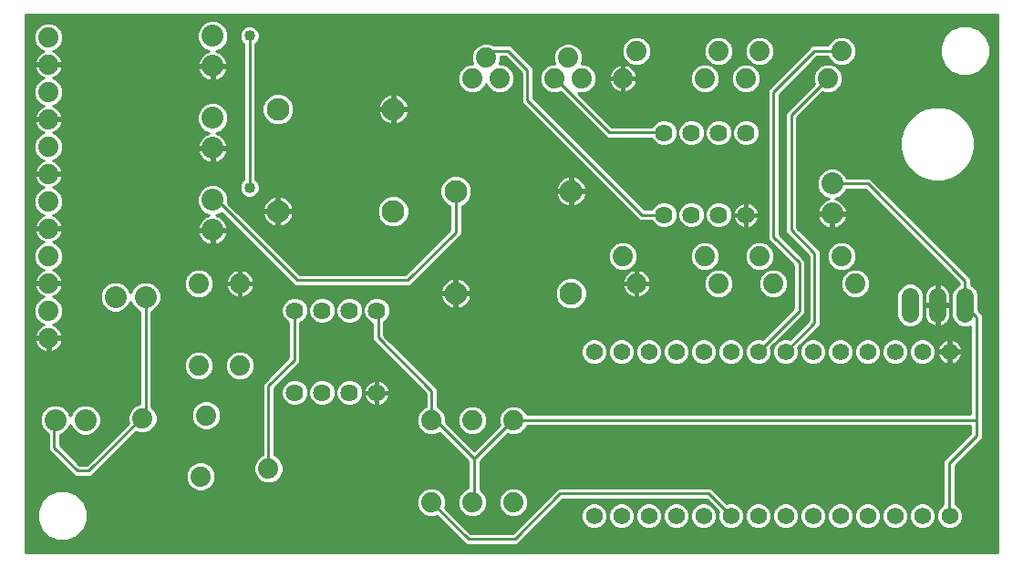
<source format=gbl>
G75*
%MOIN*%
%OFA0B0*%
%FSLAX25Y25*%
%IPPOS*%
%LPD*%
%AMOC8*
5,1,8,0,0,1.08239X$1,22.5*
%
%ADD10C,0.08000*%
%ADD11C,0.07400*%
%ADD12C,0.06200*%
%ADD13C,0.08268*%
%ADD14C,0.06400*%
%ADD15C,0.06400*%
%ADD16C,0.01000*%
%ADD17C,0.04000*%
D10*
X0014000Y0062170D03*
X0025000Y0062170D03*
X0036000Y0107170D03*
X0047000Y0107170D03*
X0071500Y0131670D03*
X0071500Y0142670D03*
X0071500Y0161670D03*
X0071500Y0172670D03*
X0071500Y0191670D03*
X0071500Y0202670D03*
X0298000Y0148670D03*
X0298000Y0137670D03*
D11*
X0301500Y0122170D03*
X0306500Y0112170D03*
X0276500Y0112170D03*
X0271500Y0122170D03*
X0256500Y0112170D03*
X0251500Y0122170D03*
X0226500Y0112170D03*
X0221500Y0122170D03*
X0181500Y0062170D03*
X0166500Y0062170D03*
X0151500Y0062170D03*
X0151500Y0032170D03*
X0166500Y0032170D03*
X0181500Y0032170D03*
X0091940Y0044468D03*
X0067107Y0041563D03*
X0069060Y0063872D03*
X0045893Y0062776D03*
X0066500Y0082170D03*
X0081500Y0082170D03*
X0081500Y0112170D03*
X0066500Y0112170D03*
X0011500Y0112170D03*
X0011500Y0122170D03*
X0011500Y0132170D03*
X0011500Y0142170D03*
X0011500Y0152170D03*
X0011500Y0162170D03*
X0011500Y0172170D03*
X0011500Y0182170D03*
X0011500Y0192170D03*
X0011500Y0202170D03*
X0166500Y0187170D03*
X0176500Y0187170D03*
X0171500Y0194670D03*
X0196500Y0187170D03*
X0206500Y0187170D03*
X0201500Y0194670D03*
X0221500Y0187170D03*
X0226500Y0197170D03*
X0251500Y0187170D03*
X0266500Y0187170D03*
X0271500Y0197170D03*
X0256500Y0197170D03*
X0296500Y0187170D03*
X0301500Y0197170D03*
X0011500Y0102170D03*
X0011500Y0092170D03*
D12*
X0211000Y0087170D03*
X0221000Y0087170D03*
X0231000Y0087170D03*
X0241000Y0087170D03*
X0251000Y0087170D03*
X0261000Y0087170D03*
X0271000Y0087170D03*
X0281000Y0087170D03*
X0291000Y0087170D03*
X0301000Y0087170D03*
X0311000Y0087170D03*
X0321000Y0087170D03*
X0331000Y0087170D03*
X0341000Y0087170D03*
X0341000Y0027170D03*
X0331000Y0027170D03*
X0321000Y0027170D03*
X0311000Y0027170D03*
X0301000Y0027170D03*
X0291000Y0027170D03*
X0281000Y0027170D03*
X0271000Y0027170D03*
X0261000Y0027170D03*
X0251000Y0027170D03*
X0241000Y0027170D03*
X0231000Y0027170D03*
X0221000Y0027170D03*
X0211000Y0027170D03*
D13*
X0202563Y0108469D03*
X0160437Y0108469D03*
X0137563Y0138469D03*
X0160437Y0145871D03*
X0202563Y0145871D03*
X0137563Y0175871D03*
X0095437Y0175871D03*
X0095437Y0138469D03*
D14*
X0326500Y0107370D02*
X0326500Y0100970D01*
X0336500Y0100970D02*
X0336500Y0107370D01*
X0346500Y0107370D02*
X0346500Y0100970D01*
D15*
X0266500Y0137170D03*
X0256500Y0137170D03*
X0246500Y0137170D03*
X0236500Y0137170D03*
X0236500Y0167170D03*
X0246500Y0167170D03*
X0256500Y0167170D03*
X0266500Y0167170D03*
X0131500Y0102170D03*
X0121500Y0102170D03*
X0111500Y0102170D03*
X0101500Y0102170D03*
X0101500Y0072170D03*
X0111500Y0072170D03*
X0121500Y0072170D03*
X0131500Y0072170D03*
D16*
X0003200Y0013870D02*
X0003200Y0210430D01*
X0358501Y0210430D01*
X0358501Y0013870D01*
X0003200Y0013870D01*
X0003200Y0014167D02*
X0358501Y0014167D01*
X0358501Y0015165D02*
X0003200Y0015165D01*
X0003200Y0016164D02*
X0358501Y0016164D01*
X0358501Y0017162D02*
X0183604Y0017162D01*
X0184200Y0017759D02*
X0199511Y0033070D01*
X0251989Y0033070D01*
X0256415Y0028644D01*
X0256200Y0028125D01*
X0256200Y0026215D01*
X0256931Y0024451D01*
X0258281Y0023101D01*
X0260045Y0022370D01*
X0261955Y0022370D01*
X0263719Y0023101D01*
X0265069Y0024451D01*
X0265800Y0026215D01*
X0265800Y0028125D01*
X0265069Y0029889D01*
X0263719Y0031239D01*
X0261955Y0031970D01*
X0260045Y0031970D01*
X0259526Y0031755D01*
X0253811Y0037470D01*
X0197689Y0037470D01*
X0181089Y0020870D01*
X0165911Y0020870D01*
X0156544Y0030237D01*
X0156900Y0031096D01*
X0156900Y0033244D01*
X0156078Y0035229D01*
X0154559Y0036748D01*
X0152574Y0037570D01*
X0150426Y0037570D01*
X0148441Y0036748D01*
X0146922Y0035229D01*
X0146100Y0033244D01*
X0146100Y0031096D01*
X0146922Y0029111D01*
X0148441Y0027592D01*
X0150426Y0026770D01*
X0152574Y0026770D01*
X0153433Y0027126D01*
X0162800Y0017759D01*
X0162800Y0017759D01*
X0164089Y0016470D01*
X0182911Y0016470D01*
X0184200Y0017759D01*
X0184602Y0018161D02*
X0358501Y0018161D01*
X0358501Y0019159D02*
X0185601Y0019159D01*
X0186599Y0020158D02*
X0358501Y0020158D01*
X0358501Y0021156D02*
X0187598Y0021156D01*
X0188596Y0022155D02*
X0358501Y0022155D01*
X0358501Y0023153D02*
X0343772Y0023153D01*
X0343719Y0023101D02*
X0345069Y0024451D01*
X0345800Y0026215D01*
X0345800Y0028125D01*
X0345069Y0029889D01*
X0343719Y0031239D01*
X0343000Y0031537D01*
X0343000Y0045559D01*
X0353000Y0055559D01*
X0353000Y0100781D01*
X0351400Y0102381D01*
X0351400Y0108345D01*
X0350654Y0110145D01*
X0349276Y0111524D01*
X0348700Y0111762D01*
X0348700Y0114081D01*
X0347411Y0115370D01*
X0311911Y0150870D01*
X0303258Y0150870D01*
X0302832Y0151899D01*
X0301229Y0153502D01*
X0299134Y0154370D01*
X0296866Y0154370D01*
X0294771Y0153502D01*
X0293168Y0151899D01*
X0292300Y0149804D01*
X0292300Y0147536D01*
X0293168Y0145441D01*
X0294771Y0143838D01*
X0296711Y0143034D01*
X0295889Y0142767D01*
X0295117Y0142374D01*
X0294417Y0141865D01*
X0293805Y0141253D01*
X0293296Y0140552D01*
X0292903Y0139781D01*
X0292635Y0138958D01*
X0292511Y0138170D01*
X0297500Y0138170D01*
X0297500Y0137170D01*
X0292511Y0137170D01*
X0292635Y0136382D01*
X0292903Y0135559D01*
X0293296Y0134787D01*
X0293805Y0134087D01*
X0294417Y0133475D01*
X0295117Y0132966D01*
X0295889Y0132573D01*
X0296712Y0132305D01*
X0297500Y0132180D01*
X0297500Y0137170D01*
X0298500Y0137170D01*
X0298500Y0138170D01*
X0303489Y0138170D01*
X0303365Y0138958D01*
X0303097Y0139781D01*
X0302704Y0140552D01*
X0302195Y0141253D01*
X0301583Y0141865D01*
X0300883Y0142374D01*
X0300111Y0142767D01*
X0299289Y0143034D01*
X0301229Y0143838D01*
X0302832Y0145441D01*
X0303258Y0146470D01*
X0310089Y0146470D01*
X0344300Y0112259D01*
X0344300Y0111762D01*
X0343724Y0111524D01*
X0342346Y0110145D01*
X0341600Y0108345D01*
X0341600Y0099995D01*
X0342346Y0098194D01*
X0343724Y0096816D01*
X0345525Y0096070D01*
X0347475Y0096070D01*
X0348600Y0096536D01*
X0348600Y0064370D01*
X0186434Y0064370D01*
X0186078Y0065229D01*
X0184559Y0066748D01*
X0182574Y0067570D01*
X0180426Y0067570D01*
X0178441Y0066748D01*
X0176922Y0065229D01*
X0176100Y0063244D01*
X0176100Y0061096D01*
X0176368Y0060449D01*
X0167100Y0051181D01*
X0156900Y0061381D01*
X0156900Y0063244D01*
X0156078Y0065229D01*
X0154559Y0066748D01*
X0153700Y0067104D01*
X0153700Y0073681D01*
X0152411Y0074970D01*
X0134200Y0093181D01*
X0134200Y0097985D01*
X0134276Y0098016D01*
X0135654Y0099394D01*
X0136400Y0101195D01*
X0136400Y0103145D01*
X0135654Y0104945D01*
X0134276Y0106324D01*
X0132475Y0107070D01*
X0130525Y0107070D01*
X0128724Y0106324D01*
X0127346Y0104945D01*
X0126600Y0103145D01*
X0126600Y0101195D01*
X0127346Y0099394D01*
X0128724Y0098016D01*
X0129800Y0097570D01*
X0129800Y0091359D01*
X0149300Y0071859D01*
X0149300Y0067104D01*
X0148441Y0066748D01*
X0146922Y0065229D01*
X0146100Y0063244D01*
X0146100Y0061096D01*
X0146922Y0059111D01*
X0148441Y0057592D01*
X0150426Y0056770D01*
X0152574Y0056770D01*
X0154494Y0057565D01*
X0164900Y0047159D01*
X0164900Y0037352D01*
X0163441Y0036748D01*
X0161922Y0035229D01*
X0161100Y0033244D01*
X0161100Y0031096D01*
X0161922Y0029111D01*
X0163441Y0027592D01*
X0165426Y0026770D01*
X0167574Y0026770D01*
X0169559Y0027592D01*
X0171078Y0029111D01*
X0171900Y0031096D01*
X0171900Y0033244D01*
X0171078Y0035229D01*
X0169559Y0036748D01*
X0169300Y0036855D01*
X0169300Y0047159D01*
X0179355Y0057213D01*
X0180426Y0056770D01*
X0182574Y0056770D01*
X0184559Y0057592D01*
X0186078Y0059111D01*
X0186434Y0059970D01*
X0348600Y0059970D01*
X0348600Y0057381D01*
X0338600Y0047381D01*
X0338600Y0031371D01*
X0338281Y0031239D01*
X0336931Y0029889D01*
X0336200Y0028125D01*
X0336200Y0026215D01*
X0336931Y0024451D01*
X0338281Y0023101D01*
X0340045Y0022370D01*
X0341955Y0022370D01*
X0343719Y0023101D01*
X0344770Y0024152D02*
X0358501Y0024152D01*
X0358501Y0025151D02*
X0345359Y0025151D01*
X0345773Y0026149D02*
X0358501Y0026149D01*
X0358501Y0027148D02*
X0345800Y0027148D01*
X0345791Y0028146D02*
X0358501Y0028146D01*
X0358501Y0029145D02*
X0345378Y0029145D01*
X0344815Y0030143D02*
X0358501Y0030143D01*
X0358501Y0031142D02*
X0343816Y0031142D01*
X0343000Y0032140D02*
X0358501Y0032140D01*
X0358501Y0033139D02*
X0343000Y0033139D01*
X0343000Y0034137D02*
X0358501Y0034137D01*
X0358501Y0035136D02*
X0343000Y0035136D01*
X0343000Y0036134D02*
X0358501Y0036134D01*
X0358501Y0037133D02*
X0343000Y0037133D01*
X0343000Y0038131D02*
X0358501Y0038131D01*
X0358501Y0039130D02*
X0343000Y0039130D01*
X0343000Y0040128D02*
X0358501Y0040128D01*
X0358501Y0041127D02*
X0343000Y0041127D01*
X0343000Y0042125D02*
X0358501Y0042125D01*
X0358501Y0043124D02*
X0343000Y0043124D01*
X0343000Y0044122D02*
X0358501Y0044122D01*
X0358501Y0045121D02*
X0343000Y0045121D01*
X0343561Y0046119D02*
X0358501Y0046119D01*
X0358501Y0047118D02*
X0344559Y0047118D01*
X0345558Y0048116D02*
X0358501Y0048116D01*
X0358501Y0049115D02*
X0346556Y0049115D01*
X0347555Y0050113D02*
X0358501Y0050113D01*
X0358501Y0051112D02*
X0348553Y0051112D01*
X0349552Y0052110D02*
X0358501Y0052110D01*
X0358501Y0053109D02*
X0350550Y0053109D01*
X0351549Y0054107D02*
X0358501Y0054107D01*
X0358501Y0055106D02*
X0352547Y0055106D01*
X0353000Y0056104D02*
X0358501Y0056104D01*
X0358501Y0057103D02*
X0353000Y0057103D01*
X0353000Y0058101D02*
X0358501Y0058101D01*
X0358501Y0059100D02*
X0353000Y0059100D01*
X0353000Y0060098D02*
X0358501Y0060098D01*
X0358501Y0061097D02*
X0353000Y0061097D01*
X0353000Y0062095D02*
X0358501Y0062095D01*
X0358501Y0063094D02*
X0353000Y0063094D01*
X0353000Y0064092D02*
X0358501Y0064092D01*
X0358501Y0065091D02*
X0353000Y0065091D01*
X0353000Y0066089D02*
X0358501Y0066089D01*
X0358501Y0067088D02*
X0353000Y0067088D01*
X0353000Y0068087D02*
X0358501Y0068087D01*
X0358501Y0069085D02*
X0353000Y0069085D01*
X0353000Y0070084D02*
X0358501Y0070084D01*
X0358501Y0071082D02*
X0353000Y0071082D01*
X0353000Y0072081D02*
X0358501Y0072081D01*
X0358501Y0073079D02*
X0353000Y0073079D01*
X0353000Y0074078D02*
X0358501Y0074078D01*
X0358501Y0075076D02*
X0353000Y0075076D01*
X0353000Y0076075D02*
X0358501Y0076075D01*
X0358501Y0077073D02*
X0353000Y0077073D01*
X0353000Y0078072D02*
X0358501Y0078072D01*
X0358501Y0079070D02*
X0353000Y0079070D01*
X0353000Y0080069D02*
X0358501Y0080069D01*
X0358501Y0081067D02*
X0353000Y0081067D01*
X0353000Y0082066D02*
X0358501Y0082066D01*
X0358501Y0083064D02*
X0353000Y0083064D01*
X0353000Y0084063D02*
X0358501Y0084063D01*
X0358501Y0085061D02*
X0353000Y0085061D01*
X0353000Y0086060D02*
X0358501Y0086060D01*
X0358501Y0087058D02*
X0353000Y0087058D01*
X0353000Y0088057D02*
X0358501Y0088057D01*
X0358501Y0089055D02*
X0353000Y0089055D01*
X0353000Y0090054D02*
X0358501Y0090054D01*
X0358501Y0091052D02*
X0353000Y0091052D01*
X0353000Y0092051D02*
X0358501Y0092051D01*
X0358501Y0093049D02*
X0353000Y0093049D01*
X0353000Y0094048D02*
X0358501Y0094048D01*
X0358501Y0095046D02*
X0353000Y0095046D01*
X0353000Y0096045D02*
X0358501Y0096045D01*
X0358501Y0097043D02*
X0353000Y0097043D01*
X0353000Y0098042D02*
X0358501Y0098042D01*
X0358501Y0099040D02*
X0353000Y0099040D01*
X0353000Y0100039D02*
X0358501Y0100039D01*
X0358501Y0101037D02*
X0352744Y0101037D01*
X0351745Y0102036D02*
X0358501Y0102036D01*
X0358501Y0103034D02*
X0351400Y0103034D01*
X0351400Y0104033D02*
X0358501Y0104033D01*
X0358501Y0105031D02*
X0351400Y0105031D01*
X0351400Y0106030D02*
X0358501Y0106030D01*
X0358501Y0107028D02*
X0351400Y0107028D01*
X0351400Y0108027D02*
X0358501Y0108027D01*
X0358501Y0109025D02*
X0351118Y0109025D01*
X0350704Y0110024D02*
X0358501Y0110024D01*
X0358501Y0111022D02*
X0349777Y0111022D01*
X0348700Y0112021D02*
X0358501Y0112021D01*
X0358501Y0113020D02*
X0348700Y0113020D01*
X0348700Y0114018D02*
X0358501Y0114018D01*
X0358501Y0115017D02*
X0347765Y0115017D01*
X0346766Y0116015D02*
X0358501Y0116015D01*
X0358501Y0117014D02*
X0345768Y0117014D01*
X0344769Y0118012D02*
X0358501Y0118012D01*
X0358501Y0119011D02*
X0343771Y0119011D01*
X0342772Y0120009D02*
X0358501Y0120009D01*
X0358501Y0121008D02*
X0341774Y0121008D01*
X0340775Y0122006D02*
X0358501Y0122006D01*
X0358501Y0123005D02*
X0339777Y0123005D01*
X0338778Y0124003D02*
X0358501Y0124003D01*
X0358501Y0125002D02*
X0337779Y0125002D01*
X0336781Y0126000D02*
X0358501Y0126000D01*
X0358501Y0126999D02*
X0335782Y0126999D01*
X0334784Y0127997D02*
X0358501Y0127997D01*
X0358501Y0128996D02*
X0333785Y0128996D01*
X0332787Y0129994D02*
X0358501Y0129994D01*
X0358501Y0130993D02*
X0331788Y0130993D01*
X0330790Y0131991D02*
X0358501Y0131991D01*
X0358501Y0132990D02*
X0329791Y0132990D01*
X0328793Y0133988D02*
X0358501Y0133988D01*
X0358501Y0134987D02*
X0327794Y0134987D01*
X0326796Y0135985D02*
X0358501Y0135985D01*
X0358501Y0136984D02*
X0325797Y0136984D01*
X0324799Y0137982D02*
X0358501Y0137982D01*
X0358501Y0138981D02*
X0323800Y0138981D01*
X0322802Y0139979D02*
X0358501Y0139979D01*
X0358501Y0140978D02*
X0321803Y0140978D01*
X0320805Y0141976D02*
X0358501Y0141976D01*
X0358501Y0142975D02*
X0319806Y0142975D01*
X0318808Y0143973D02*
X0358501Y0143973D01*
X0358501Y0144972D02*
X0317809Y0144972D01*
X0316811Y0145970D02*
X0358501Y0145970D01*
X0358501Y0146969D02*
X0315812Y0146969D01*
X0314814Y0147967D02*
X0358501Y0147967D01*
X0358501Y0148966D02*
X0313815Y0148966D01*
X0312817Y0149964D02*
X0332851Y0149964D01*
X0331212Y0150404D02*
X0334696Y0149470D01*
X0338304Y0149470D01*
X0341788Y0150404D01*
X0344912Y0152207D01*
X0347463Y0154758D01*
X0349266Y0157882D01*
X0350200Y0161366D01*
X0350200Y0164974D01*
X0349266Y0168458D01*
X0347463Y0171582D01*
X0344912Y0174133D01*
X0341788Y0175936D01*
X0338304Y0176870D01*
X0334696Y0176870D01*
X0331212Y0175936D01*
X0328088Y0174133D01*
X0325537Y0171582D01*
X0323734Y0168458D01*
X0322800Y0164974D01*
X0322800Y0161366D01*
X0323734Y0157882D01*
X0325537Y0154758D01*
X0328088Y0152207D01*
X0331212Y0150404D01*
X0330243Y0150963D02*
X0303220Y0150963D01*
X0302769Y0151961D02*
X0328514Y0151961D01*
X0327335Y0152960D02*
X0301771Y0152960D01*
X0300127Y0153958D02*
X0326337Y0153958D01*
X0325422Y0154957D02*
X0285200Y0154957D01*
X0285200Y0155955D02*
X0324846Y0155955D01*
X0324269Y0156954D02*
X0285200Y0156954D01*
X0285200Y0157953D02*
X0323715Y0157953D01*
X0323447Y0158951D02*
X0285200Y0158951D01*
X0285200Y0159950D02*
X0323180Y0159950D01*
X0322912Y0160948D02*
X0285200Y0160948D01*
X0285200Y0161947D02*
X0322800Y0161947D01*
X0322800Y0162945D02*
X0285200Y0162945D01*
X0285200Y0163944D02*
X0322800Y0163944D01*
X0322800Y0164942D02*
X0285200Y0164942D01*
X0285200Y0165941D02*
X0323059Y0165941D01*
X0323327Y0166939D02*
X0285200Y0166939D01*
X0285200Y0167938D02*
X0323594Y0167938D01*
X0324010Y0168936D02*
X0285200Y0168936D01*
X0285200Y0169935D02*
X0324586Y0169935D01*
X0325163Y0170933D02*
X0285200Y0170933D01*
X0285200Y0171932D02*
X0325887Y0171932D01*
X0326886Y0172930D02*
X0285372Y0172930D01*
X0285200Y0172759D02*
X0294567Y0182126D01*
X0295426Y0181770D01*
X0297574Y0181770D01*
X0299559Y0182592D01*
X0301078Y0184111D01*
X0301900Y0186096D01*
X0301900Y0188244D01*
X0301078Y0190229D01*
X0299559Y0191748D01*
X0297574Y0192570D01*
X0295426Y0192570D01*
X0293441Y0191748D01*
X0291922Y0190229D01*
X0291100Y0188244D01*
X0291100Y0186096D01*
X0291456Y0185237D01*
X0280800Y0174581D01*
X0280800Y0130759D01*
X0282089Y0129470D01*
X0289400Y0122159D01*
X0289400Y0098681D01*
X0282474Y0091755D01*
X0281955Y0091970D01*
X0280045Y0091970D01*
X0278281Y0091239D01*
X0276931Y0089889D01*
X0276200Y0088125D01*
X0276200Y0086215D01*
X0276931Y0084451D01*
X0278281Y0083101D01*
X0280045Y0082370D01*
X0281955Y0082370D01*
X0283719Y0083101D01*
X0285069Y0084451D01*
X0285800Y0086215D01*
X0285800Y0088125D01*
X0285585Y0088644D01*
X0292511Y0095570D01*
X0293800Y0096859D01*
X0293800Y0123981D01*
X0292511Y0125270D01*
X0285200Y0132581D01*
X0285200Y0172759D01*
X0286370Y0173929D02*
X0327884Y0173929D01*
X0329464Y0174927D02*
X0287369Y0174927D01*
X0288367Y0175926D02*
X0331194Y0175926D01*
X0341806Y0175926D02*
X0358501Y0175926D01*
X0358501Y0176924D02*
X0289366Y0176924D01*
X0290364Y0177923D02*
X0358501Y0177923D01*
X0358501Y0178921D02*
X0291363Y0178921D01*
X0292361Y0179920D02*
X0358501Y0179920D01*
X0358501Y0180918D02*
X0293360Y0180918D01*
X0294358Y0181917D02*
X0295071Y0181917D01*
X0297929Y0181917D02*
X0358501Y0181917D01*
X0358501Y0182915D02*
X0299882Y0182915D01*
X0300881Y0183914D02*
X0358501Y0183914D01*
X0358501Y0184912D02*
X0301410Y0184912D01*
X0301823Y0185911D02*
X0358501Y0185911D01*
X0358501Y0186909D02*
X0301900Y0186909D01*
X0301900Y0187908D02*
X0358501Y0187908D01*
X0358501Y0188906D02*
X0350591Y0188906D01*
X0351711Y0189370D02*
X0354299Y0191958D01*
X0355700Y0195340D01*
X0355700Y0199000D01*
X0354299Y0202381D01*
X0351711Y0204969D01*
X0348330Y0206370D01*
X0344670Y0206370D01*
X0341289Y0204969D01*
X0338701Y0202381D01*
X0337300Y0199000D01*
X0337300Y0195340D01*
X0338701Y0191958D01*
X0341289Y0189370D01*
X0344670Y0187970D01*
X0348330Y0187970D01*
X0351711Y0189370D01*
X0352246Y0189905D02*
X0358501Y0189905D01*
X0358501Y0190903D02*
X0353244Y0190903D01*
X0354243Y0191902D02*
X0358501Y0191902D01*
X0358501Y0192900D02*
X0354690Y0192900D01*
X0355103Y0193899D02*
X0358501Y0193899D01*
X0358501Y0194897D02*
X0355517Y0194897D01*
X0355700Y0195896D02*
X0358501Y0195896D01*
X0358501Y0196894D02*
X0355700Y0196894D01*
X0355700Y0197893D02*
X0358501Y0197893D01*
X0358501Y0198891D02*
X0355700Y0198891D01*
X0355331Y0199890D02*
X0358501Y0199890D01*
X0358501Y0200889D02*
X0354918Y0200889D01*
X0354504Y0201887D02*
X0358501Y0201887D01*
X0358501Y0202886D02*
X0353795Y0202886D01*
X0352797Y0203884D02*
X0358501Y0203884D01*
X0358501Y0204883D02*
X0351798Y0204883D01*
X0349510Y0205881D02*
X0358501Y0205881D01*
X0358501Y0206880D02*
X0075351Y0206880D01*
X0074729Y0207502D02*
X0072634Y0208370D01*
X0070366Y0208370D01*
X0068271Y0207502D01*
X0066668Y0205899D01*
X0065800Y0203804D01*
X0065800Y0201536D01*
X0066668Y0199441D01*
X0068271Y0197838D01*
X0070211Y0197034D01*
X0069389Y0196767D01*
X0068617Y0196374D01*
X0067917Y0195865D01*
X0067305Y0195253D01*
X0066796Y0194552D01*
X0066403Y0193781D01*
X0066135Y0192958D01*
X0066011Y0192170D01*
X0071000Y0192170D01*
X0071000Y0191170D01*
X0066011Y0191170D01*
X0066135Y0190382D01*
X0066403Y0189559D01*
X0066796Y0188787D01*
X0067305Y0188087D01*
X0067917Y0187475D01*
X0068617Y0186966D01*
X0069389Y0186573D01*
X0070212Y0186305D01*
X0071000Y0186180D01*
X0071000Y0191170D01*
X0072000Y0191170D01*
X0072000Y0192170D01*
X0076989Y0192170D01*
X0076865Y0192958D01*
X0076597Y0193781D01*
X0076204Y0194552D01*
X0075695Y0195253D01*
X0075083Y0195865D01*
X0074383Y0196374D01*
X0073611Y0196767D01*
X0072789Y0197034D01*
X0074729Y0197838D01*
X0076332Y0199441D01*
X0077200Y0201536D01*
X0077200Y0203804D01*
X0076332Y0205899D01*
X0074729Y0207502D01*
X0073821Y0207878D02*
X0358501Y0207878D01*
X0358501Y0208877D02*
X0003200Y0208877D01*
X0003200Y0209875D02*
X0358501Y0209875D01*
X0343490Y0205881D02*
X0086916Y0205881D01*
X0087096Y0205807D02*
X0085736Y0206370D01*
X0084264Y0206370D01*
X0082904Y0205807D01*
X0081863Y0204766D01*
X0081300Y0203406D01*
X0081300Y0201934D01*
X0081863Y0200574D01*
X0082800Y0199637D01*
X0082800Y0150202D01*
X0081863Y0149266D01*
X0081300Y0147906D01*
X0081300Y0146434D01*
X0081863Y0145074D01*
X0082904Y0144033D01*
X0084264Y0143470D01*
X0085736Y0143470D01*
X0087096Y0144033D01*
X0088137Y0145074D01*
X0088700Y0146434D01*
X0088700Y0147906D01*
X0088137Y0149266D01*
X0087200Y0150202D01*
X0087200Y0199637D01*
X0088137Y0200574D01*
X0088700Y0201934D01*
X0088700Y0203406D01*
X0088137Y0204766D01*
X0087096Y0205807D01*
X0088020Y0204883D02*
X0341202Y0204883D01*
X0340203Y0203884D02*
X0088502Y0203884D01*
X0088700Y0202886D02*
X0339205Y0202886D01*
X0338496Y0201887D02*
X0304223Y0201887D01*
X0304559Y0201748D02*
X0302574Y0202570D01*
X0300426Y0202570D01*
X0298441Y0201748D01*
X0296922Y0200229D01*
X0296566Y0199370D01*
X0290589Y0199370D01*
X0289300Y0198081D01*
X0274300Y0183081D01*
X0274300Y0128259D01*
X0283800Y0118759D01*
X0283800Y0103081D01*
X0272474Y0091755D01*
X0271955Y0091970D01*
X0270045Y0091970D01*
X0268281Y0091239D01*
X0266931Y0089889D01*
X0266200Y0088125D01*
X0266200Y0086215D01*
X0266931Y0084451D01*
X0268281Y0083101D01*
X0270045Y0082370D01*
X0271955Y0082370D01*
X0273719Y0083101D01*
X0275069Y0084451D01*
X0275800Y0086215D01*
X0275800Y0088125D01*
X0275585Y0088644D01*
X0288200Y0101259D01*
X0288200Y0120581D01*
X0278700Y0130081D01*
X0278700Y0181259D01*
X0292411Y0194970D01*
X0296566Y0194970D01*
X0296922Y0194111D01*
X0298441Y0192592D01*
X0300426Y0191770D01*
X0302574Y0191770D01*
X0304559Y0192592D01*
X0306078Y0194111D01*
X0306900Y0196096D01*
X0306900Y0198244D01*
X0306078Y0200229D01*
X0304559Y0201748D01*
X0305418Y0200889D02*
X0338082Y0200889D01*
X0337669Y0199890D02*
X0306218Y0199890D01*
X0306632Y0198891D02*
X0337300Y0198891D01*
X0337300Y0197893D02*
X0306900Y0197893D01*
X0306900Y0196894D02*
X0337300Y0196894D01*
X0337300Y0195896D02*
X0306817Y0195896D01*
X0306404Y0194897D02*
X0337483Y0194897D01*
X0337897Y0193899D02*
X0305866Y0193899D01*
X0304867Y0192900D02*
X0338310Y0192900D01*
X0338757Y0191902D02*
X0302893Y0191902D01*
X0301212Y0189905D02*
X0340754Y0189905D01*
X0339756Y0190903D02*
X0300403Y0190903D01*
X0300107Y0191902D02*
X0299187Y0191902D01*
X0298133Y0192900D02*
X0290342Y0192900D01*
X0289343Y0191902D02*
X0293813Y0191902D01*
X0292597Y0190903D02*
X0288345Y0190903D01*
X0287346Y0189905D02*
X0291788Y0189905D01*
X0291374Y0188906D02*
X0286348Y0188906D01*
X0285349Y0187908D02*
X0291100Y0187908D01*
X0291100Y0186909D02*
X0284351Y0186909D01*
X0283352Y0185911D02*
X0291177Y0185911D01*
X0291131Y0184912D02*
X0282354Y0184912D01*
X0281355Y0183914D02*
X0290133Y0183914D01*
X0289134Y0182915D02*
X0280357Y0182915D01*
X0279358Y0181917D02*
X0288136Y0181917D01*
X0287137Y0180918D02*
X0278700Y0180918D01*
X0278700Y0179920D02*
X0286139Y0179920D01*
X0285140Y0178921D02*
X0278700Y0178921D01*
X0278700Y0177923D02*
X0284142Y0177923D01*
X0283143Y0176924D02*
X0278700Y0176924D01*
X0278700Y0175926D02*
X0282145Y0175926D01*
X0281146Y0174927D02*
X0278700Y0174927D01*
X0278700Y0173929D02*
X0280800Y0173929D01*
X0280800Y0172930D02*
X0278700Y0172930D01*
X0278700Y0171932D02*
X0280800Y0171932D01*
X0280800Y0170933D02*
X0278700Y0170933D01*
X0278700Y0169935D02*
X0280800Y0169935D01*
X0280800Y0168936D02*
X0278700Y0168936D01*
X0278700Y0167938D02*
X0280800Y0167938D01*
X0280800Y0166939D02*
X0278700Y0166939D01*
X0278700Y0165941D02*
X0280800Y0165941D01*
X0280800Y0164942D02*
X0278700Y0164942D01*
X0278700Y0163944D02*
X0280800Y0163944D01*
X0280800Y0162945D02*
X0278700Y0162945D01*
X0278700Y0161947D02*
X0280800Y0161947D01*
X0280800Y0160948D02*
X0278700Y0160948D01*
X0278700Y0159950D02*
X0280800Y0159950D01*
X0280800Y0158951D02*
X0278700Y0158951D01*
X0278700Y0157953D02*
X0280800Y0157953D01*
X0280800Y0156954D02*
X0278700Y0156954D01*
X0278700Y0155955D02*
X0280800Y0155955D01*
X0280800Y0154957D02*
X0278700Y0154957D01*
X0278700Y0153958D02*
X0280800Y0153958D01*
X0280800Y0152960D02*
X0278700Y0152960D01*
X0278700Y0151961D02*
X0280800Y0151961D01*
X0280800Y0150963D02*
X0278700Y0150963D01*
X0278700Y0149964D02*
X0280800Y0149964D01*
X0280800Y0148966D02*
X0278700Y0148966D01*
X0278700Y0147967D02*
X0280800Y0147967D01*
X0280800Y0146969D02*
X0278700Y0146969D01*
X0278700Y0145970D02*
X0280800Y0145970D01*
X0280800Y0144972D02*
X0278700Y0144972D01*
X0278700Y0143973D02*
X0280800Y0143973D01*
X0280800Y0142975D02*
X0278700Y0142975D01*
X0278700Y0141976D02*
X0280800Y0141976D01*
X0280800Y0140978D02*
X0278700Y0140978D01*
X0278700Y0139979D02*
X0280800Y0139979D01*
X0280800Y0138981D02*
X0278700Y0138981D01*
X0278700Y0137982D02*
X0280800Y0137982D01*
X0280800Y0136984D02*
X0278700Y0136984D01*
X0278700Y0135985D02*
X0280800Y0135985D01*
X0280800Y0134987D02*
X0278700Y0134987D01*
X0278700Y0133988D02*
X0280800Y0133988D01*
X0280800Y0132990D02*
X0278700Y0132990D01*
X0278700Y0131991D02*
X0280800Y0131991D01*
X0280800Y0130993D02*
X0278700Y0130993D01*
X0278787Y0129994D02*
X0281564Y0129994D01*
X0282563Y0128996D02*
X0279785Y0128996D01*
X0280784Y0127997D02*
X0283561Y0127997D01*
X0284560Y0126999D02*
X0281782Y0126999D01*
X0282781Y0126000D02*
X0285558Y0126000D01*
X0286557Y0125002D02*
X0283779Y0125002D01*
X0284778Y0124003D02*
X0287555Y0124003D01*
X0288554Y0123005D02*
X0285777Y0123005D01*
X0286775Y0122006D02*
X0289400Y0122006D01*
X0289400Y0121008D02*
X0287774Y0121008D01*
X0288200Y0120009D02*
X0289400Y0120009D01*
X0289400Y0119011D02*
X0288200Y0119011D01*
X0288200Y0118012D02*
X0289400Y0118012D01*
X0289400Y0117014D02*
X0288200Y0117014D01*
X0288200Y0116015D02*
X0289400Y0116015D01*
X0289400Y0115017D02*
X0288200Y0115017D01*
X0288200Y0114018D02*
X0289400Y0114018D01*
X0289400Y0113020D02*
X0288200Y0113020D01*
X0288200Y0112021D02*
X0289400Y0112021D01*
X0289400Y0111022D02*
X0288200Y0111022D01*
X0288200Y0110024D02*
X0289400Y0110024D01*
X0289400Y0109025D02*
X0288200Y0109025D01*
X0288200Y0108027D02*
X0289400Y0108027D01*
X0289400Y0107028D02*
X0288200Y0107028D01*
X0288200Y0106030D02*
X0289400Y0106030D01*
X0289400Y0105031D02*
X0288200Y0105031D01*
X0288200Y0104033D02*
X0289400Y0104033D01*
X0289400Y0103034D02*
X0288200Y0103034D01*
X0288200Y0102036D02*
X0289400Y0102036D01*
X0289400Y0101037D02*
X0287979Y0101037D01*
X0286980Y0100039D02*
X0289400Y0100039D01*
X0289400Y0099040D02*
X0285982Y0099040D01*
X0284983Y0098042D02*
X0288761Y0098042D01*
X0287762Y0097043D02*
X0283985Y0097043D01*
X0282986Y0096045D02*
X0286764Y0096045D01*
X0285765Y0095046D02*
X0281988Y0095046D01*
X0280989Y0094048D02*
X0284767Y0094048D01*
X0283768Y0093049D02*
X0279991Y0093049D01*
X0278992Y0092051D02*
X0282770Y0092051D01*
X0278094Y0091052D02*
X0277994Y0091052D01*
X0277096Y0090054D02*
X0276995Y0090054D01*
X0276585Y0089055D02*
X0275997Y0089055D01*
X0275800Y0088057D02*
X0276200Y0088057D01*
X0276200Y0087058D02*
X0275800Y0087058D01*
X0275736Y0086060D02*
X0276264Y0086060D01*
X0276678Y0085061D02*
X0275322Y0085061D01*
X0274681Y0084063D02*
X0277319Y0084063D01*
X0278369Y0083064D02*
X0273631Y0083064D01*
X0271000Y0087170D02*
X0286000Y0102170D01*
X0286000Y0119670D01*
X0276500Y0129170D01*
X0276500Y0182170D01*
X0291500Y0197170D01*
X0301500Y0197170D01*
X0297582Y0200889D02*
X0275418Y0200889D01*
X0276078Y0200229D02*
X0274559Y0201748D01*
X0272574Y0202570D01*
X0270426Y0202570D01*
X0268441Y0201748D01*
X0266922Y0200229D01*
X0266100Y0198244D01*
X0266100Y0196096D01*
X0266922Y0194111D01*
X0268441Y0192592D01*
X0270426Y0191770D01*
X0272574Y0191770D01*
X0274559Y0192592D01*
X0276078Y0194111D01*
X0276900Y0196096D01*
X0276900Y0198244D01*
X0276078Y0200229D01*
X0276218Y0199890D02*
X0296782Y0199890D01*
X0298777Y0201887D02*
X0274223Y0201887D01*
X0276632Y0198891D02*
X0290110Y0198891D01*
X0289112Y0197893D02*
X0276900Y0197893D01*
X0276900Y0196894D02*
X0288113Y0196894D01*
X0287115Y0195896D02*
X0276817Y0195896D01*
X0276404Y0194897D02*
X0286116Y0194897D01*
X0285118Y0193899D02*
X0275866Y0193899D01*
X0274867Y0192900D02*
X0284119Y0192900D01*
X0283121Y0191902D02*
X0272893Y0191902D01*
X0271078Y0190229D02*
X0271900Y0188244D01*
X0271900Y0186096D01*
X0271078Y0184111D01*
X0269559Y0182592D01*
X0267574Y0181770D01*
X0265426Y0181770D01*
X0263441Y0182592D01*
X0261922Y0184111D01*
X0261100Y0186096D01*
X0261100Y0188244D01*
X0261922Y0190229D01*
X0263441Y0191748D01*
X0265426Y0192570D01*
X0267574Y0192570D01*
X0269559Y0191748D01*
X0271078Y0190229D01*
X0271212Y0189905D02*
X0281124Y0189905D01*
X0282122Y0190903D02*
X0270403Y0190903D01*
X0270107Y0191902D02*
X0269187Y0191902D01*
X0268133Y0192900D02*
X0259867Y0192900D01*
X0259559Y0192592D02*
X0261078Y0194111D01*
X0261900Y0196096D01*
X0261900Y0198244D01*
X0261078Y0200229D01*
X0259559Y0201748D01*
X0257574Y0202570D01*
X0255426Y0202570D01*
X0253441Y0201748D01*
X0251922Y0200229D01*
X0251100Y0198244D01*
X0251100Y0196096D01*
X0251922Y0194111D01*
X0253441Y0192592D01*
X0255426Y0191770D01*
X0257574Y0191770D01*
X0259559Y0192592D01*
X0257893Y0191902D02*
X0263813Y0191902D01*
X0262597Y0190903D02*
X0255403Y0190903D01*
X0256078Y0190229D02*
X0254559Y0191748D01*
X0252574Y0192570D01*
X0250426Y0192570D01*
X0248441Y0191748D01*
X0246922Y0190229D01*
X0246100Y0188244D01*
X0246100Y0186096D01*
X0246922Y0184111D01*
X0248441Y0182592D01*
X0250426Y0181770D01*
X0252574Y0181770D01*
X0254559Y0182592D01*
X0256078Y0184111D01*
X0256900Y0186096D01*
X0256900Y0188244D01*
X0256078Y0190229D01*
X0256212Y0189905D02*
X0261788Y0189905D01*
X0261374Y0188906D02*
X0256626Y0188906D01*
X0256900Y0187908D02*
X0261100Y0187908D01*
X0261100Y0186909D02*
X0256900Y0186909D01*
X0256823Y0185911D02*
X0261177Y0185911D01*
X0261590Y0184912D02*
X0256410Y0184912D01*
X0255881Y0183914D02*
X0262119Y0183914D01*
X0263118Y0182915D02*
X0254882Y0182915D01*
X0252929Y0181917D02*
X0265071Y0181917D01*
X0267929Y0181917D02*
X0274300Y0181917D01*
X0274300Y0182915D02*
X0269882Y0182915D01*
X0270881Y0183914D02*
X0275133Y0183914D01*
X0276131Y0184912D02*
X0271410Y0184912D01*
X0271823Y0185911D02*
X0277130Y0185911D01*
X0278128Y0186909D02*
X0271900Y0186909D01*
X0271900Y0187908D02*
X0279127Y0187908D01*
X0280125Y0188906D02*
X0271626Y0188906D01*
X0267134Y0193899D02*
X0260866Y0193899D01*
X0261404Y0194897D02*
X0266596Y0194897D01*
X0266183Y0195896D02*
X0261817Y0195896D01*
X0261900Y0196894D02*
X0266100Y0196894D01*
X0266100Y0197893D02*
X0261900Y0197893D01*
X0261632Y0198891D02*
X0266368Y0198891D01*
X0266782Y0199890D02*
X0261218Y0199890D01*
X0260418Y0200889D02*
X0267582Y0200889D01*
X0268777Y0201887D02*
X0259223Y0201887D01*
X0253777Y0201887D02*
X0229223Y0201887D01*
X0229559Y0201748D02*
X0227574Y0202570D01*
X0225426Y0202570D01*
X0223441Y0201748D01*
X0221922Y0200229D01*
X0221100Y0198244D01*
X0221100Y0196096D01*
X0221922Y0194111D01*
X0223441Y0192592D01*
X0225426Y0191770D01*
X0227574Y0191770D01*
X0229559Y0192592D01*
X0231078Y0194111D01*
X0231900Y0196096D01*
X0231900Y0198244D01*
X0231078Y0200229D01*
X0229559Y0201748D01*
X0230418Y0200889D02*
X0252582Y0200889D01*
X0251782Y0199890D02*
X0231218Y0199890D01*
X0231632Y0198891D02*
X0251368Y0198891D01*
X0251100Y0197893D02*
X0231900Y0197893D01*
X0231900Y0196894D02*
X0251100Y0196894D01*
X0251183Y0195896D02*
X0231817Y0195896D01*
X0231404Y0194897D02*
X0251596Y0194897D01*
X0252134Y0193899D02*
X0230866Y0193899D01*
X0229867Y0192900D02*
X0253133Y0192900D01*
X0254187Y0191902D02*
X0255107Y0191902D01*
X0248813Y0191902D02*
X0227893Y0191902D01*
X0225466Y0190557D02*
X0224888Y0191136D01*
X0224225Y0191617D01*
X0223496Y0191989D01*
X0222718Y0192242D01*
X0221909Y0192370D01*
X0221886Y0192370D01*
X0221886Y0187556D01*
X0221114Y0187556D01*
X0221114Y0192370D01*
X0221091Y0192370D01*
X0220282Y0192242D01*
X0219504Y0191989D01*
X0218775Y0191617D01*
X0218112Y0191136D01*
X0217534Y0190557D01*
X0217053Y0189895D01*
X0216681Y0189166D01*
X0216428Y0188388D01*
X0216300Y0187579D01*
X0216300Y0187556D01*
X0221114Y0187556D01*
X0221114Y0186784D01*
X0216300Y0186784D01*
X0216300Y0186761D01*
X0216428Y0185952D01*
X0216681Y0185174D01*
X0217053Y0184444D01*
X0217534Y0183782D01*
X0218112Y0183204D01*
X0218775Y0182722D01*
X0219504Y0182351D01*
X0220282Y0182098D01*
X0221091Y0181970D01*
X0221114Y0181970D01*
X0221114Y0186784D01*
X0221886Y0186784D01*
X0221886Y0187556D01*
X0226700Y0187556D01*
X0226700Y0187579D01*
X0226572Y0188388D01*
X0226319Y0189166D01*
X0225947Y0189895D01*
X0225466Y0190557D01*
X0225120Y0190903D02*
X0247597Y0190903D01*
X0246788Y0189905D02*
X0225940Y0189905D01*
X0226403Y0188906D02*
X0246374Y0188906D01*
X0246100Y0187908D02*
X0226648Y0187908D01*
X0226700Y0186784D02*
X0221886Y0186784D01*
X0221886Y0181970D01*
X0221909Y0181970D01*
X0222718Y0182098D01*
X0223496Y0182351D01*
X0224225Y0182722D01*
X0224888Y0183204D01*
X0225466Y0183782D01*
X0225947Y0184444D01*
X0226319Y0185174D01*
X0226572Y0185952D01*
X0226700Y0186761D01*
X0226700Y0186784D01*
X0226559Y0185911D02*
X0246177Y0185911D01*
X0246100Y0186909D02*
X0221886Y0186909D01*
X0221114Y0186909D02*
X0211900Y0186909D01*
X0211900Y0186096D02*
X0211900Y0188244D01*
X0211078Y0190229D01*
X0209559Y0191748D01*
X0207574Y0192570D01*
X0206475Y0192570D01*
X0206900Y0193596D01*
X0206900Y0195744D01*
X0206078Y0197729D01*
X0204559Y0199248D01*
X0202574Y0200070D01*
X0200426Y0200070D01*
X0198441Y0199248D01*
X0196922Y0197729D01*
X0196100Y0195744D01*
X0196100Y0193596D01*
X0196525Y0192570D01*
X0195426Y0192570D01*
X0193441Y0191748D01*
X0191922Y0190229D01*
X0191100Y0188244D01*
X0191100Y0186096D01*
X0191922Y0184111D01*
X0193441Y0182592D01*
X0195426Y0181770D01*
X0197574Y0181770D01*
X0198645Y0182213D01*
X0215689Y0165170D01*
X0232025Y0165170D01*
X0232346Y0164394D01*
X0233724Y0163016D01*
X0235525Y0162270D01*
X0237475Y0162270D01*
X0239276Y0163016D01*
X0240654Y0164394D01*
X0241400Y0166195D01*
X0241400Y0168145D01*
X0240654Y0169945D01*
X0239276Y0171324D01*
X0237475Y0172070D01*
X0235525Y0172070D01*
X0233724Y0171324D01*
X0232346Y0169945D01*
X0232190Y0169570D01*
X0217511Y0169570D01*
X0205230Y0181851D01*
X0205426Y0181770D01*
X0207574Y0181770D01*
X0209559Y0182592D01*
X0211078Y0184111D01*
X0211900Y0186096D01*
X0211823Y0185911D02*
X0216441Y0185911D01*
X0216814Y0184912D02*
X0211410Y0184912D01*
X0210881Y0183914D02*
X0217438Y0183914D01*
X0218509Y0182915D02*
X0209882Y0182915D01*
X0207929Y0181917D02*
X0250071Y0181917D01*
X0248118Y0182915D02*
X0224491Y0182915D01*
X0225562Y0183914D02*
X0247119Y0183914D01*
X0246590Y0184912D02*
X0226186Y0184912D01*
X0221886Y0184912D02*
X0221114Y0184912D01*
X0221114Y0183914D02*
X0221886Y0183914D01*
X0221886Y0182915D02*
X0221114Y0182915D01*
X0221114Y0185911D02*
X0221886Y0185911D01*
X0221886Y0187908D02*
X0221114Y0187908D01*
X0221114Y0188906D02*
X0221886Y0188906D01*
X0221886Y0189905D02*
X0221114Y0189905D01*
X0221114Y0190903D02*
X0221886Y0190903D01*
X0221886Y0191902D02*
X0221114Y0191902D01*
X0219333Y0191902D02*
X0209187Y0191902D01*
X0210403Y0190903D02*
X0217880Y0190903D01*
X0217060Y0189905D02*
X0211212Y0189905D01*
X0211626Y0188906D02*
X0216597Y0188906D01*
X0216352Y0187908D02*
X0211900Y0187908D01*
X0206612Y0192900D02*
X0223133Y0192900D01*
X0223667Y0191902D02*
X0225107Y0191902D01*
X0222134Y0193899D02*
X0206900Y0193899D01*
X0206900Y0194897D02*
X0221596Y0194897D01*
X0221183Y0195896D02*
X0206837Y0195896D01*
X0206423Y0196894D02*
X0221100Y0196894D01*
X0221100Y0197893D02*
X0205914Y0197893D01*
X0204915Y0198891D02*
X0221368Y0198891D01*
X0221782Y0199890D02*
X0203008Y0199890D01*
X0199992Y0199890D02*
X0173008Y0199890D01*
X0172574Y0200070D02*
X0170426Y0200070D01*
X0168441Y0199248D01*
X0166922Y0197729D01*
X0166100Y0195744D01*
X0166100Y0193596D01*
X0166525Y0192570D01*
X0165426Y0192570D01*
X0163441Y0191748D01*
X0161922Y0190229D01*
X0161100Y0188244D01*
X0161100Y0186096D01*
X0161922Y0184111D01*
X0163441Y0182592D01*
X0165426Y0181770D01*
X0167574Y0181770D01*
X0169559Y0182592D01*
X0171078Y0184111D01*
X0171500Y0185130D01*
X0171922Y0184111D01*
X0173441Y0182592D01*
X0175426Y0181770D01*
X0177574Y0181770D01*
X0179559Y0182592D01*
X0181078Y0184111D01*
X0181900Y0186096D01*
X0181900Y0188244D01*
X0181078Y0190229D01*
X0179559Y0191748D01*
X0177574Y0192570D01*
X0176475Y0192570D01*
X0176900Y0193596D01*
X0176900Y0194970D01*
X0178589Y0194970D01*
X0184300Y0189259D01*
X0184300Y0178259D01*
X0227589Y0134970D01*
X0232108Y0134970D01*
X0232346Y0134394D01*
X0233724Y0133016D01*
X0235525Y0132270D01*
X0237475Y0132270D01*
X0239276Y0133016D01*
X0240654Y0134394D01*
X0241400Y0136195D01*
X0241400Y0138145D01*
X0240654Y0139945D01*
X0239276Y0141324D01*
X0237475Y0142070D01*
X0235525Y0142070D01*
X0233724Y0141324D01*
X0232346Y0139945D01*
X0232108Y0139370D01*
X0229411Y0139370D01*
X0188700Y0180081D01*
X0188700Y0191081D01*
X0181700Y0198081D01*
X0180411Y0199370D01*
X0174264Y0199370D01*
X0172574Y0200070D01*
X0169992Y0199890D02*
X0087453Y0199890D01*
X0087200Y0198891D02*
X0168085Y0198891D01*
X0167086Y0197893D02*
X0087200Y0197893D01*
X0087200Y0196894D02*
X0166577Y0196894D01*
X0166163Y0195896D02*
X0087200Y0195896D01*
X0087200Y0194897D02*
X0166100Y0194897D01*
X0166100Y0193899D02*
X0087200Y0193899D01*
X0087200Y0192900D02*
X0166388Y0192900D01*
X0163813Y0191902D02*
X0087200Y0191902D01*
X0087200Y0190903D02*
X0162597Y0190903D01*
X0161788Y0189905D02*
X0087200Y0189905D01*
X0087200Y0188906D02*
X0161374Y0188906D01*
X0161100Y0187908D02*
X0087200Y0187908D01*
X0087200Y0186909D02*
X0161100Y0186909D01*
X0161177Y0185911D02*
X0087200Y0185911D01*
X0087200Y0184912D02*
X0161590Y0184912D01*
X0162119Y0183914D02*
X0087200Y0183914D01*
X0087200Y0182915D02*
X0163118Y0182915D01*
X0165071Y0181917D02*
X0087200Y0181917D01*
X0087200Y0180918D02*
X0092378Y0180918D01*
X0092132Y0180816D02*
X0090491Y0179175D01*
X0089603Y0177031D01*
X0089603Y0174710D01*
X0090491Y0172566D01*
X0092132Y0170925D01*
X0094277Y0170037D01*
X0096597Y0170037D01*
X0098742Y0170925D01*
X0100383Y0172566D01*
X0101271Y0174710D01*
X0101271Y0177031D01*
X0100383Y0179175D01*
X0098742Y0180816D01*
X0096597Y0181705D01*
X0094277Y0181705D01*
X0092132Y0180816D01*
X0091236Y0179920D02*
X0087200Y0179920D01*
X0087200Y0178921D02*
X0090386Y0178921D01*
X0089973Y0177923D02*
X0087200Y0177923D01*
X0087200Y0176924D02*
X0089603Y0176924D01*
X0089603Y0175926D02*
X0087200Y0175926D01*
X0087200Y0174927D02*
X0089603Y0174927D01*
X0089927Y0173929D02*
X0087200Y0173929D01*
X0087200Y0172930D02*
X0090340Y0172930D01*
X0091126Y0171932D02*
X0087200Y0171932D01*
X0087200Y0170933D02*
X0092124Y0170933D01*
X0087200Y0169935D02*
X0192624Y0169935D01*
X0191625Y0170933D02*
X0140282Y0170933D01*
X0140516Y0171052D02*
X0139726Y0170650D01*
X0138882Y0170376D01*
X0138063Y0170246D01*
X0138063Y0175371D01*
X0138063Y0176371D01*
X0137063Y0176371D01*
X0137063Y0181496D01*
X0136244Y0181366D01*
X0135400Y0181092D01*
X0134610Y0180689D01*
X0133893Y0180168D01*
X0133266Y0179541D01*
X0132744Y0178823D01*
X0132342Y0178033D01*
X0132068Y0177190D01*
X0131938Y0176371D01*
X0137063Y0176371D01*
X0137063Y0175371D01*
X0131938Y0175371D01*
X0132068Y0174551D01*
X0132342Y0173708D01*
X0132744Y0172918D01*
X0133266Y0172200D01*
X0133893Y0171573D01*
X0134610Y0171052D01*
X0135400Y0170650D01*
X0136244Y0170376D01*
X0137063Y0170246D01*
X0137063Y0175371D01*
X0138063Y0175371D01*
X0143188Y0175371D01*
X0143058Y0174551D01*
X0142784Y0173708D01*
X0142381Y0172918D01*
X0141860Y0172200D01*
X0141233Y0171573D01*
X0140516Y0171052D01*
X0141591Y0171932D02*
X0190627Y0171932D01*
X0189628Y0172930D02*
X0142388Y0172930D01*
X0142856Y0173929D02*
X0188630Y0173929D01*
X0187631Y0174927D02*
X0143118Y0174927D01*
X0143188Y0176371D02*
X0138063Y0176371D01*
X0138063Y0181496D01*
X0138882Y0181366D01*
X0139726Y0181092D01*
X0140516Y0180689D01*
X0141233Y0180168D01*
X0141860Y0179541D01*
X0142381Y0178823D01*
X0142784Y0178033D01*
X0143058Y0177190D01*
X0143188Y0176371D01*
X0143100Y0176924D02*
X0185634Y0176924D01*
X0184636Y0177923D02*
X0142820Y0177923D01*
X0142310Y0178921D02*
X0184300Y0178921D01*
X0184300Y0179920D02*
X0141481Y0179920D01*
X0140066Y0180918D02*
X0184300Y0180918D01*
X0184300Y0181917D02*
X0177929Y0181917D01*
X0179882Y0182915D02*
X0184300Y0182915D01*
X0184300Y0183914D02*
X0180881Y0183914D01*
X0181410Y0184912D02*
X0184300Y0184912D01*
X0184300Y0185911D02*
X0181823Y0185911D01*
X0181900Y0186909D02*
X0184300Y0186909D01*
X0184300Y0187908D02*
X0181900Y0187908D01*
X0181626Y0188906D02*
X0184300Y0188906D01*
X0183654Y0189905D02*
X0181212Y0189905D01*
X0180403Y0190903D02*
X0182655Y0190903D01*
X0181657Y0191902D02*
X0179187Y0191902D01*
X0180658Y0192900D02*
X0176612Y0192900D01*
X0176900Y0193899D02*
X0179660Y0193899D01*
X0178661Y0194897D02*
X0176900Y0194897D01*
X0179500Y0197170D02*
X0174000Y0197170D01*
X0171500Y0194670D01*
X0179500Y0197170D02*
X0186500Y0190170D01*
X0186500Y0179170D01*
X0228500Y0137170D01*
X0236500Y0137170D01*
X0241054Y0138981D02*
X0241946Y0138981D01*
X0241600Y0138145D02*
X0242346Y0139945D01*
X0243724Y0141324D01*
X0245525Y0142070D01*
X0247475Y0142070D01*
X0249276Y0141324D01*
X0250654Y0139945D01*
X0251400Y0138145D01*
X0251400Y0136195D01*
X0250654Y0134394D01*
X0249276Y0133016D01*
X0247475Y0132270D01*
X0245525Y0132270D01*
X0243724Y0133016D01*
X0242346Y0134394D01*
X0241600Y0136195D01*
X0241600Y0138145D01*
X0241600Y0137982D02*
X0241400Y0137982D01*
X0241400Y0136984D02*
X0241600Y0136984D01*
X0241687Y0135985D02*
X0241313Y0135985D01*
X0240899Y0134987D02*
X0242101Y0134987D01*
X0242752Y0133988D02*
X0240248Y0133988D01*
X0239213Y0132990D02*
X0243787Y0132990D01*
X0249213Y0132990D02*
X0253787Y0132990D01*
X0253724Y0133016D02*
X0255525Y0132270D01*
X0257475Y0132270D01*
X0259276Y0133016D01*
X0260654Y0134394D01*
X0261400Y0136195D01*
X0261400Y0138145D01*
X0260654Y0139945D01*
X0259276Y0141324D01*
X0257475Y0142070D01*
X0255525Y0142070D01*
X0253724Y0141324D01*
X0252346Y0139945D01*
X0251600Y0138145D01*
X0251600Y0136195D01*
X0252346Y0134394D01*
X0253724Y0133016D01*
X0252752Y0133988D02*
X0250248Y0133988D01*
X0250899Y0134987D02*
X0252101Y0134987D01*
X0251687Y0135985D02*
X0251313Y0135985D01*
X0251400Y0136984D02*
X0251600Y0136984D01*
X0251600Y0137982D02*
X0251400Y0137982D01*
X0251054Y0138981D02*
X0251946Y0138981D01*
X0252380Y0139979D02*
X0250620Y0139979D01*
X0249622Y0140978D02*
X0253378Y0140978D01*
X0255300Y0141976D02*
X0247700Y0141976D01*
X0245300Y0141976D02*
X0237700Y0141976D01*
X0239622Y0140978D02*
X0243378Y0140978D01*
X0242380Y0139979D02*
X0240620Y0139979D01*
X0235300Y0141976D02*
X0226805Y0141976D01*
X0227803Y0140978D02*
X0233378Y0140978D01*
X0232380Y0139979D02*
X0228802Y0139979D01*
X0225806Y0142975D02*
X0274300Y0142975D01*
X0274300Y0143973D02*
X0224808Y0143973D01*
X0223809Y0144972D02*
X0274300Y0144972D01*
X0274300Y0145970D02*
X0222811Y0145970D01*
X0221812Y0146969D02*
X0274300Y0146969D01*
X0274300Y0147967D02*
X0220814Y0147967D01*
X0219815Y0148966D02*
X0274300Y0148966D01*
X0274300Y0149964D02*
X0218817Y0149964D01*
X0217818Y0150963D02*
X0274300Y0150963D01*
X0274300Y0151961D02*
X0216820Y0151961D01*
X0215821Y0152960D02*
X0274300Y0152960D01*
X0274300Y0153958D02*
X0214823Y0153958D01*
X0213824Y0154957D02*
X0274300Y0154957D01*
X0274300Y0155955D02*
X0212826Y0155955D01*
X0211827Y0156954D02*
X0274300Y0156954D01*
X0274300Y0157953D02*
X0210829Y0157953D01*
X0209830Y0158951D02*
X0274300Y0158951D01*
X0274300Y0159950D02*
X0208832Y0159950D01*
X0207833Y0160948D02*
X0274300Y0160948D01*
X0274300Y0161947D02*
X0206835Y0161947D01*
X0205836Y0162945D02*
X0233895Y0162945D01*
X0232797Y0163944D02*
X0204838Y0163944D01*
X0203839Y0164942D02*
X0232119Y0164942D01*
X0236500Y0167170D02*
X0236400Y0167370D01*
X0216600Y0167370D01*
X0196800Y0187170D01*
X0196500Y0187170D01*
X0192597Y0190903D02*
X0188700Y0190903D01*
X0188700Y0189905D02*
X0191788Y0189905D01*
X0191374Y0188906D02*
X0188700Y0188906D01*
X0188700Y0187908D02*
X0191100Y0187908D01*
X0191100Y0186909D02*
X0188700Y0186909D01*
X0188700Y0185911D02*
X0191177Y0185911D01*
X0191590Y0184912D02*
X0188700Y0184912D01*
X0188700Y0183914D02*
X0192119Y0183914D01*
X0193118Y0182915D02*
X0188700Y0182915D01*
X0188700Y0181917D02*
X0195071Y0181917D01*
X0197929Y0181917D02*
X0198942Y0181917D01*
X0199940Y0180918D02*
X0188700Y0180918D01*
X0188861Y0179920D02*
X0200939Y0179920D01*
X0201937Y0178921D02*
X0189860Y0178921D01*
X0190858Y0177923D02*
X0202936Y0177923D01*
X0203934Y0176924D02*
X0191857Y0176924D01*
X0192855Y0175926D02*
X0204933Y0175926D01*
X0205931Y0174927D02*
X0193854Y0174927D01*
X0194852Y0173929D02*
X0206930Y0173929D01*
X0207928Y0172930D02*
X0195851Y0172930D01*
X0196849Y0171932D02*
X0208927Y0171932D01*
X0209925Y0170933D02*
X0197848Y0170933D01*
X0198846Y0169935D02*
X0210924Y0169935D01*
X0211922Y0168936D02*
X0199845Y0168936D01*
X0200843Y0167938D02*
X0212921Y0167938D01*
X0213919Y0166939D02*
X0201842Y0166939D01*
X0202841Y0165941D02*
X0214918Y0165941D01*
X0217146Y0169935D02*
X0232341Y0169935D01*
X0233334Y0170933D02*
X0216148Y0170933D01*
X0215149Y0171932D02*
X0235192Y0171932D01*
X0237808Y0171932D02*
X0245192Y0171932D01*
X0245525Y0172070D02*
X0243724Y0171324D01*
X0242346Y0169945D01*
X0241600Y0168145D01*
X0241600Y0166195D01*
X0242346Y0164394D01*
X0243724Y0163016D01*
X0245525Y0162270D01*
X0247475Y0162270D01*
X0249276Y0163016D01*
X0250654Y0164394D01*
X0251400Y0166195D01*
X0251400Y0168145D01*
X0250654Y0169945D01*
X0249276Y0171324D01*
X0247475Y0172070D01*
X0245525Y0172070D01*
X0247808Y0171932D02*
X0255192Y0171932D01*
X0255525Y0172070D02*
X0253724Y0171324D01*
X0252346Y0169945D01*
X0251600Y0168145D01*
X0251600Y0166195D01*
X0252346Y0164394D01*
X0253724Y0163016D01*
X0255525Y0162270D01*
X0257475Y0162270D01*
X0259276Y0163016D01*
X0260654Y0164394D01*
X0261400Y0166195D01*
X0261400Y0168145D01*
X0260654Y0169945D01*
X0259276Y0171324D01*
X0257475Y0172070D01*
X0255525Y0172070D01*
X0257808Y0171932D02*
X0265192Y0171932D01*
X0265525Y0172070D02*
X0263724Y0171324D01*
X0262346Y0169945D01*
X0261600Y0168145D01*
X0261600Y0166195D01*
X0262346Y0164394D01*
X0263724Y0163016D01*
X0265525Y0162270D01*
X0267475Y0162270D01*
X0269276Y0163016D01*
X0270654Y0164394D01*
X0271400Y0166195D01*
X0271400Y0168145D01*
X0270654Y0169945D01*
X0269276Y0171324D01*
X0267475Y0172070D01*
X0265525Y0172070D01*
X0267808Y0171932D02*
X0274300Y0171932D01*
X0274300Y0172930D02*
X0214151Y0172930D01*
X0213152Y0173929D02*
X0274300Y0173929D01*
X0274300Y0174927D02*
X0212154Y0174927D01*
X0211155Y0175926D02*
X0274300Y0175926D01*
X0274300Y0176924D02*
X0210157Y0176924D01*
X0209158Y0177923D02*
X0274300Y0177923D01*
X0274300Y0178921D02*
X0208160Y0178921D01*
X0207161Y0179920D02*
X0274300Y0179920D01*
X0274300Y0180918D02*
X0206163Y0180918D01*
X0193813Y0191902D02*
X0187879Y0191902D01*
X0186881Y0192900D02*
X0196388Y0192900D01*
X0196100Y0193899D02*
X0185882Y0193899D01*
X0184884Y0194897D02*
X0196100Y0194897D01*
X0196163Y0195896D02*
X0183885Y0195896D01*
X0182887Y0196894D02*
X0196577Y0196894D01*
X0197086Y0197893D02*
X0181888Y0197893D01*
X0180890Y0198891D02*
X0198085Y0198891D01*
X0222582Y0200889D02*
X0088267Y0200889D01*
X0088681Y0201887D02*
X0223777Y0201887D01*
X0186633Y0175926D02*
X0138063Y0175926D01*
X0138063Y0176924D02*
X0137063Y0176924D01*
X0137063Y0175926D02*
X0101271Y0175926D01*
X0101271Y0176924D02*
X0132026Y0176924D01*
X0132306Y0177923D02*
X0100902Y0177923D01*
X0100488Y0178921D02*
X0132816Y0178921D01*
X0133645Y0179920D02*
X0099638Y0179920D01*
X0098496Y0180918D02*
X0135060Y0180918D01*
X0137063Y0180918D02*
X0138063Y0180918D01*
X0138063Y0179920D02*
X0137063Y0179920D01*
X0137063Y0178921D02*
X0138063Y0178921D01*
X0138063Y0177923D02*
X0137063Y0177923D01*
X0137063Y0174927D02*
X0138063Y0174927D01*
X0138063Y0173929D02*
X0137063Y0173929D01*
X0137063Y0172930D02*
X0138063Y0172930D01*
X0138063Y0171932D02*
X0137063Y0171932D01*
X0137063Y0170933D02*
X0138063Y0170933D01*
X0134844Y0170933D02*
X0098750Y0170933D01*
X0099748Y0171932D02*
X0133534Y0171932D01*
X0132738Y0172930D02*
X0100534Y0172930D01*
X0100947Y0173929D02*
X0132270Y0173929D01*
X0132008Y0174927D02*
X0101271Y0174927D01*
X0087200Y0168936D02*
X0193622Y0168936D01*
X0194621Y0167938D02*
X0087200Y0167938D01*
X0087200Y0166939D02*
X0195619Y0166939D01*
X0196618Y0165941D02*
X0087200Y0165941D01*
X0087200Y0164942D02*
X0197616Y0164942D01*
X0198615Y0163944D02*
X0087200Y0163944D01*
X0087200Y0162945D02*
X0199614Y0162945D01*
X0200612Y0161947D02*
X0087200Y0161947D01*
X0087200Y0160948D02*
X0201611Y0160948D01*
X0202609Y0159950D02*
X0087200Y0159950D01*
X0087200Y0158951D02*
X0203608Y0158951D01*
X0204606Y0157953D02*
X0087200Y0157953D01*
X0087200Y0156954D02*
X0205605Y0156954D01*
X0206603Y0155955D02*
X0087200Y0155955D01*
X0087200Y0154957D02*
X0207602Y0154957D01*
X0208600Y0153958D02*
X0087200Y0153958D01*
X0087200Y0152960D02*
X0209599Y0152960D01*
X0210597Y0151961D02*
X0087200Y0151961D01*
X0087200Y0150963D02*
X0157486Y0150963D01*
X0157132Y0150816D02*
X0155491Y0149175D01*
X0154603Y0147031D01*
X0154603Y0144710D01*
X0155491Y0142566D01*
X0157132Y0140925D01*
X0158237Y0140467D01*
X0158237Y0131782D01*
X0141925Y0115470D01*
X0103311Y0115470D01*
X0077200Y0141581D01*
X0077200Y0143804D01*
X0076332Y0145899D01*
X0074729Y0147502D01*
X0072634Y0148370D01*
X0070366Y0148370D01*
X0068271Y0147502D01*
X0066668Y0145899D01*
X0065800Y0143804D01*
X0065800Y0141536D01*
X0066668Y0139441D01*
X0068271Y0137838D01*
X0070211Y0137034D01*
X0069389Y0136767D01*
X0068617Y0136374D01*
X0067917Y0135865D01*
X0067305Y0135253D01*
X0066796Y0134552D01*
X0066403Y0133781D01*
X0066135Y0132958D01*
X0066011Y0132170D01*
X0071000Y0132170D01*
X0071000Y0131170D01*
X0066011Y0131170D01*
X0066135Y0130382D01*
X0066403Y0129559D01*
X0066796Y0128787D01*
X0067305Y0128087D01*
X0067917Y0127475D01*
X0068617Y0126966D01*
X0069389Y0126573D01*
X0070212Y0126305D01*
X0071000Y0126180D01*
X0071000Y0131170D01*
X0072000Y0131170D01*
X0072000Y0132170D01*
X0076989Y0132170D01*
X0076865Y0132958D01*
X0076597Y0133781D01*
X0076204Y0134552D01*
X0075695Y0135253D01*
X0075083Y0135865D01*
X0074383Y0136374D01*
X0073611Y0136767D01*
X0072789Y0137034D01*
X0074723Y0137835D01*
X0101489Y0111070D01*
X0143747Y0111070D01*
X0145036Y0112359D01*
X0162637Y0129959D01*
X0162637Y0140467D01*
X0163742Y0140925D01*
X0165383Y0142566D01*
X0166271Y0144710D01*
X0166271Y0147031D01*
X0165383Y0149175D01*
X0163742Y0150816D01*
X0161597Y0151705D01*
X0159277Y0151705D01*
X0157132Y0150816D01*
X0156280Y0149964D02*
X0087438Y0149964D01*
X0088261Y0148966D02*
X0155405Y0148966D01*
X0154991Y0147967D02*
X0088674Y0147967D01*
X0088700Y0146969D02*
X0154603Y0146969D01*
X0154603Y0145970D02*
X0088508Y0145970D01*
X0088035Y0144972D02*
X0154603Y0144972D01*
X0154908Y0143973D02*
X0139519Y0143973D01*
X0138723Y0144303D02*
X0136403Y0144303D01*
X0134258Y0143415D01*
X0132617Y0141774D01*
X0131729Y0139630D01*
X0131729Y0137309D01*
X0132617Y0135164D01*
X0134258Y0133523D01*
X0136403Y0132635D01*
X0138723Y0132635D01*
X0140868Y0133523D01*
X0142509Y0135164D01*
X0143397Y0137309D01*
X0143397Y0139630D01*
X0142509Y0141774D01*
X0140868Y0143415D01*
X0138723Y0144303D01*
X0141308Y0142975D02*
X0155322Y0142975D01*
X0156081Y0141976D02*
X0142306Y0141976D01*
X0142838Y0140978D02*
X0157080Y0140978D01*
X0158237Y0139979D02*
X0143252Y0139979D01*
X0143397Y0138981D02*
X0158237Y0138981D01*
X0158237Y0137982D02*
X0143397Y0137982D01*
X0143262Y0136984D02*
X0158237Y0136984D01*
X0158237Y0135985D02*
X0142849Y0135985D01*
X0142331Y0134987D02*
X0158237Y0134987D01*
X0158237Y0133988D02*
X0141332Y0133988D01*
X0139579Y0132990D02*
X0158237Y0132990D01*
X0158237Y0131991D02*
X0086790Y0131991D01*
X0087788Y0130993D02*
X0157448Y0130993D01*
X0156449Y0129994D02*
X0088787Y0129994D01*
X0089785Y0128996D02*
X0155451Y0128996D01*
X0154452Y0127997D02*
X0090784Y0127997D01*
X0091782Y0126999D02*
X0153454Y0126999D01*
X0152455Y0126000D02*
X0092781Y0126000D01*
X0093779Y0125002D02*
X0151457Y0125002D01*
X0150458Y0124003D02*
X0094778Y0124003D01*
X0095777Y0123005D02*
X0149460Y0123005D01*
X0148461Y0122006D02*
X0096775Y0122006D01*
X0097774Y0121008D02*
X0147463Y0121008D01*
X0146464Y0120009D02*
X0098772Y0120009D01*
X0099771Y0119011D02*
X0145466Y0119011D01*
X0144467Y0118012D02*
X0100769Y0118012D01*
X0101768Y0117014D02*
X0143469Y0117014D01*
X0142470Y0116015D02*
X0102766Y0116015D01*
X0102400Y0113270D02*
X0073000Y0142670D01*
X0071500Y0142670D01*
X0066284Y0144972D02*
X0016184Y0144972D01*
X0016078Y0145229D02*
X0014559Y0146748D01*
X0013276Y0147279D01*
X0013496Y0147351D01*
X0014225Y0147722D01*
X0014888Y0148204D01*
X0015466Y0148782D01*
X0015947Y0149444D01*
X0016319Y0150174D01*
X0016572Y0150952D01*
X0016686Y0151670D01*
X0012000Y0151670D01*
X0012000Y0152670D01*
X0016686Y0152670D01*
X0016572Y0153388D01*
X0016319Y0154166D01*
X0015947Y0154895D01*
X0015466Y0155557D01*
X0014888Y0156136D01*
X0014225Y0156617D01*
X0013496Y0156989D01*
X0013276Y0157060D01*
X0014559Y0157592D01*
X0016078Y0159111D01*
X0016900Y0161096D01*
X0016900Y0163244D01*
X0016078Y0165229D01*
X0014559Y0166748D01*
X0013276Y0167279D01*
X0013496Y0167351D01*
X0014225Y0167722D01*
X0014888Y0168204D01*
X0015466Y0168782D01*
X0015947Y0169444D01*
X0016319Y0170174D01*
X0016572Y0170952D01*
X0016686Y0171670D01*
X0012000Y0171670D01*
X0012000Y0172670D01*
X0016686Y0172670D01*
X0016572Y0173388D01*
X0016319Y0174166D01*
X0015947Y0174895D01*
X0015466Y0175557D01*
X0014888Y0176136D01*
X0014225Y0176617D01*
X0013496Y0176989D01*
X0013276Y0177060D01*
X0014559Y0177592D01*
X0016078Y0179111D01*
X0016900Y0181096D01*
X0016900Y0183244D01*
X0016078Y0185229D01*
X0014559Y0186748D01*
X0013276Y0187279D01*
X0013496Y0187351D01*
X0014225Y0187722D01*
X0014888Y0188204D01*
X0015466Y0188782D01*
X0015947Y0189444D01*
X0016319Y0190174D01*
X0016572Y0190952D01*
X0016686Y0191670D01*
X0012000Y0191670D01*
X0012000Y0192670D01*
X0016686Y0192670D01*
X0016572Y0193388D01*
X0016319Y0194166D01*
X0015947Y0194895D01*
X0015466Y0195557D01*
X0014888Y0196136D01*
X0014225Y0196617D01*
X0013496Y0196989D01*
X0013276Y0197060D01*
X0014559Y0197592D01*
X0016078Y0199111D01*
X0016900Y0201096D01*
X0016900Y0203244D01*
X0016078Y0205229D01*
X0014559Y0206748D01*
X0012574Y0207570D01*
X0010426Y0207570D01*
X0008441Y0206748D01*
X0006922Y0205229D01*
X0006100Y0203244D01*
X0006100Y0201096D01*
X0006922Y0199111D01*
X0008441Y0197592D01*
X0009724Y0197060D01*
X0009504Y0196989D01*
X0008775Y0196617D01*
X0008112Y0196136D01*
X0007534Y0195557D01*
X0007053Y0194895D01*
X0006681Y0194166D01*
X0006428Y0193388D01*
X0006314Y0192670D01*
X0011000Y0192670D01*
X0011000Y0191670D01*
X0006314Y0191670D01*
X0006428Y0190952D01*
X0006681Y0190174D01*
X0007053Y0189444D01*
X0007534Y0188782D01*
X0008112Y0188204D01*
X0008775Y0187722D01*
X0009504Y0187351D01*
X0009724Y0187279D01*
X0008441Y0186748D01*
X0006922Y0185229D01*
X0006100Y0183244D01*
X0006100Y0181096D01*
X0006922Y0179111D01*
X0008441Y0177592D01*
X0009724Y0177060D01*
X0009504Y0176989D01*
X0008775Y0176617D01*
X0008112Y0176136D01*
X0007534Y0175557D01*
X0007053Y0174895D01*
X0006681Y0174166D01*
X0006428Y0173388D01*
X0006314Y0172670D01*
X0011000Y0172670D01*
X0011000Y0171670D01*
X0006314Y0171670D01*
X0006428Y0170952D01*
X0006681Y0170174D01*
X0007053Y0169444D01*
X0007534Y0168782D01*
X0008112Y0168204D01*
X0008775Y0167722D01*
X0009504Y0167351D01*
X0009724Y0167279D01*
X0008441Y0166748D01*
X0006922Y0165229D01*
X0006100Y0163244D01*
X0006100Y0161096D01*
X0006922Y0159111D01*
X0008441Y0157592D01*
X0009724Y0157060D01*
X0009504Y0156989D01*
X0008775Y0156617D01*
X0008112Y0156136D01*
X0007534Y0155557D01*
X0007053Y0154895D01*
X0006681Y0154166D01*
X0006428Y0153388D01*
X0006314Y0152670D01*
X0011000Y0152670D01*
X0011000Y0151670D01*
X0006314Y0151670D01*
X0006428Y0150952D01*
X0006681Y0150174D01*
X0007053Y0149444D01*
X0007534Y0148782D01*
X0008112Y0148204D01*
X0008775Y0147722D01*
X0009504Y0147351D01*
X0009724Y0147279D01*
X0008441Y0146748D01*
X0006922Y0145229D01*
X0006100Y0143244D01*
X0006100Y0141096D01*
X0006922Y0139111D01*
X0008441Y0137592D01*
X0009724Y0137060D01*
X0009504Y0136989D01*
X0008775Y0136617D01*
X0008112Y0136136D01*
X0007534Y0135557D01*
X0007053Y0134895D01*
X0006681Y0134166D01*
X0006428Y0133388D01*
X0006314Y0132670D01*
X0011000Y0132670D01*
X0011000Y0131670D01*
X0006314Y0131670D01*
X0006428Y0130952D01*
X0006681Y0130174D01*
X0007053Y0129444D01*
X0007534Y0128782D01*
X0008112Y0128204D01*
X0008775Y0127722D01*
X0009504Y0127351D01*
X0009724Y0127279D01*
X0008441Y0126748D01*
X0006922Y0125229D01*
X0006100Y0123244D01*
X0006100Y0121096D01*
X0006922Y0119111D01*
X0008441Y0117592D01*
X0009724Y0117060D01*
X0009504Y0116989D01*
X0008775Y0116617D01*
X0008112Y0116136D01*
X0007534Y0115557D01*
X0007053Y0114895D01*
X0006681Y0114166D01*
X0006428Y0113388D01*
X0006314Y0112670D01*
X0011000Y0112670D01*
X0011000Y0111670D01*
X0006314Y0111670D01*
X0006428Y0110952D01*
X0006681Y0110174D01*
X0007053Y0109444D01*
X0007534Y0108782D01*
X0008112Y0108204D01*
X0008775Y0107722D01*
X0009504Y0107351D01*
X0009724Y0107279D01*
X0008441Y0106748D01*
X0006922Y0105229D01*
X0006100Y0103244D01*
X0006100Y0101096D01*
X0006922Y0099111D01*
X0008441Y0097592D01*
X0009724Y0097060D01*
X0009504Y0096989D01*
X0008775Y0096617D01*
X0008112Y0096136D01*
X0007534Y0095557D01*
X0007053Y0094895D01*
X0006681Y0094166D01*
X0006428Y0093388D01*
X0006314Y0092670D01*
X0011000Y0092670D01*
X0011000Y0091670D01*
X0006314Y0091670D01*
X0006428Y0090952D01*
X0006681Y0090174D01*
X0007053Y0089444D01*
X0007534Y0088782D01*
X0008112Y0088204D01*
X0008775Y0087722D01*
X0009504Y0087351D01*
X0010282Y0087098D01*
X0011000Y0086984D01*
X0011000Y0091670D01*
X0012000Y0091670D01*
X0012000Y0092670D01*
X0016686Y0092670D01*
X0016572Y0093388D01*
X0016319Y0094166D01*
X0015947Y0094895D01*
X0015466Y0095557D01*
X0014888Y0096136D01*
X0014225Y0096617D01*
X0013496Y0096989D01*
X0013276Y0097060D01*
X0014559Y0097592D01*
X0016078Y0099111D01*
X0016900Y0101096D01*
X0016900Y0103244D01*
X0016078Y0105229D01*
X0014559Y0106748D01*
X0013276Y0107279D01*
X0013496Y0107351D01*
X0014225Y0107722D01*
X0014888Y0108204D01*
X0015466Y0108782D01*
X0015947Y0109444D01*
X0016319Y0110174D01*
X0016572Y0110952D01*
X0016686Y0111670D01*
X0012000Y0111670D01*
X0012000Y0112670D01*
X0016686Y0112670D01*
X0016572Y0113388D01*
X0016319Y0114166D01*
X0015947Y0114895D01*
X0015466Y0115557D01*
X0014888Y0116136D01*
X0014225Y0116617D01*
X0013496Y0116989D01*
X0013276Y0117060D01*
X0014559Y0117592D01*
X0016078Y0119111D01*
X0016900Y0121096D01*
X0016900Y0123244D01*
X0016078Y0125229D01*
X0014559Y0126748D01*
X0013276Y0127279D01*
X0013496Y0127351D01*
X0014225Y0127722D01*
X0014888Y0128204D01*
X0015466Y0128782D01*
X0015947Y0129444D01*
X0016319Y0130174D01*
X0016572Y0130952D01*
X0016686Y0131670D01*
X0012000Y0131670D01*
X0012000Y0132670D01*
X0016686Y0132670D01*
X0016572Y0133388D01*
X0016319Y0134166D01*
X0015947Y0134895D01*
X0015466Y0135557D01*
X0014888Y0136136D01*
X0014225Y0136617D01*
X0013496Y0136989D01*
X0013276Y0137060D01*
X0014559Y0137592D01*
X0016078Y0139111D01*
X0016900Y0141096D01*
X0016900Y0143244D01*
X0016078Y0145229D01*
X0015336Y0145970D02*
X0066739Y0145970D01*
X0067738Y0146969D02*
X0014025Y0146969D01*
X0014563Y0147967D02*
X0069395Y0147967D01*
X0073605Y0147967D02*
X0081326Y0147967D01*
X0081300Y0146969D02*
X0075262Y0146969D01*
X0076260Y0145970D02*
X0081492Y0145970D01*
X0081965Y0144972D02*
X0076716Y0144972D01*
X0077130Y0143973D02*
X0083048Y0143973D01*
X0085000Y0147170D02*
X0085000Y0202670D01*
X0081300Y0202886D02*
X0077200Y0202886D01*
X0077167Y0203884D02*
X0081498Y0203884D01*
X0081980Y0204883D02*
X0076753Y0204883D01*
X0076340Y0205881D02*
X0083084Y0205881D01*
X0081319Y0201887D02*
X0077200Y0201887D01*
X0076932Y0200889D02*
X0081733Y0200889D01*
X0082547Y0199890D02*
X0076518Y0199890D01*
X0075783Y0198891D02*
X0082800Y0198891D01*
X0082800Y0197893D02*
X0074784Y0197893D01*
X0073219Y0196894D02*
X0082800Y0196894D01*
X0082800Y0195896D02*
X0075040Y0195896D01*
X0075953Y0194897D02*
X0082800Y0194897D01*
X0082800Y0193899D02*
X0076537Y0193899D01*
X0076874Y0192900D02*
X0082800Y0192900D01*
X0082800Y0191902D02*
X0072000Y0191902D01*
X0072000Y0191170D02*
X0076989Y0191170D01*
X0076865Y0190382D01*
X0076597Y0189559D01*
X0076204Y0188787D01*
X0075695Y0188087D01*
X0075083Y0187475D01*
X0074383Y0186966D01*
X0073611Y0186573D01*
X0072788Y0186305D01*
X0072000Y0186180D01*
X0072000Y0191170D01*
X0072000Y0190903D02*
X0071000Y0190903D01*
X0071000Y0189905D02*
X0072000Y0189905D01*
X0072000Y0188906D02*
X0071000Y0188906D01*
X0071000Y0187908D02*
X0072000Y0187908D01*
X0072000Y0186909D02*
X0071000Y0186909D01*
X0068728Y0186909D02*
X0014169Y0186909D01*
X0014481Y0187908D02*
X0067484Y0187908D01*
X0066735Y0188906D02*
X0015556Y0188906D01*
X0016182Y0189905D02*
X0066290Y0189905D01*
X0066053Y0190903D02*
X0016556Y0190903D01*
X0016649Y0192900D02*
X0066126Y0192900D01*
X0066463Y0193899D02*
X0016406Y0193899D01*
X0015946Y0194897D02*
X0067047Y0194897D01*
X0067960Y0195896D02*
X0015128Y0195896D01*
X0013681Y0196894D02*
X0069781Y0196894D01*
X0068216Y0197893D02*
X0014860Y0197893D01*
X0015858Y0198891D02*
X0067217Y0198891D01*
X0066482Y0199890D02*
X0016401Y0199890D01*
X0016814Y0200889D02*
X0066068Y0200889D01*
X0065800Y0201887D02*
X0016900Y0201887D01*
X0016900Y0202886D02*
X0065800Y0202886D01*
X0065833Y0203884D02*
X0016635Y0203884D01*
X0016221Y0204883D02*
X0066247Y0204883D01*
X0066660Y0205881D02*
X0015426Y0205881D01*
X0014241Y0206880D02*
X0067649Y0206880D01*
X0069179Y0207878D02*
X0003200Y0207878D01*
X0003200Y0206880D02*
X0008759Y0206880D01*
X0007574Y0205881D02*
X0003200Y0205881D01*
X0003200Y0204883D02*
X0006779Y0204883D01*
X0006365Y0203884D02*
X0003200Y0203884D01*
X0003200Y0202886D02*
X0006100Y0202886D01*
X0006100Y0201887D02*
X0003200Y0201887D01*
X0003200Y0200889D02*
X0006186Y0200889D01*
X0006599Y0199890D02*
X0003200Y0199890D01*
X0003200Y0198891D02*
X0007142Y0198891D01*
X0008140Y0197893D02*
X0003200Y0197893D01*
X0003200Y0196894D02*
X0009319Y0196894D01*
X0007872Y0195896D02*
X0003200Y0195896D01*
X0003200Y0194897D02*
X0007054Y0194897D01*
X0006594Y0193899D02*
X0003200Y0193899D01*
X0003200Y0192900D02*
X0006351Y0192900D01*
X0006444Y0190903D02*
X0003200Y0190903D01*
X0003200Y0189905D02*
X0006818Y0189905D01*
X0007444Y0188906D02*
X0003200Y0188906D01*
X0003200Y0187908D02*
X0008519Y0187908D01*
X0008831Y0186909D02*
X0003200Y0186909D01*
X0003200Y0185911D02*
X0007604Y0185911D01*
X0006791Y0184912D02*
X0003200Y0184912D01*
X0003200Y0183914D02*
X0006377Y0183914D01*
X0006100Y0182915D02*
X0003200Y0182915D01*
X0003200Y0181917D02*
X0006100Y0181917D01*
X0006173Y0180918D02*
X0003200Y0180918D01*
X0003200Y0179920D02*
X0006587Y0179920D01*
X0007112Y0178921D02*
X0003200Y0178921D01*
X0003200Y0177923D02*
X0008110Y0177923D01*
X0009377Y0176924D02*
X0003200Y0176924D01*
X0003200Y0175926D02*
X0007902Y0175926D01*
X0007076Y0174927D02*
X0003200Y0174927D01*
X0003200Y0173929D02*
X0006604Y0173929D01*
X0006356Y0172930D02*
X0003200Y0172930D01*
X0003200Y0171932D02*
X0011000Y0171932D01*
X0012000Y0171932D02*
X0065800Y0171932D01*
X0065800Y0171536D02*
X0066668Y0169441D01*
X0068271Y0167838D01*
X0070211Y0167034D01*
X0069389Y0166767D01*
X0068617Y0166374D01*
X0067917Y0165865D01*
X0067305Y0165253D01*
X0066796Y0164552D01*
X0066403Y0163781D01*
X0066135Y0162958D01*
X0066011Y0162170D01*
X0071000Y0162170D01*
X0071000Y0161170D01*
X0066011Y0161170D01*
X0066135Y0160382D01*
X0066403Y0159559D01*
X0066796Y0158787D01*
X0067305Y0158087D01*
X0067917Y0157475D01*
X0068617Y0156966D01*
X0069389Y0156573D01*
X0070212Y0156305D01*
X0071000Y0156180D01*
X0071000Y0161170D01*
X0072000Y0161170D01*
X0072000Y0162170D01*
X0076989Y0162170D01*
X0076865Y0162958D01*
X0076597Y0163781D01*
X0076204Y0164552D01*
X0075695Y0165253D01*
X0075083Y0165865D01*
X0074383Y0166374D01*
X0073611Y0166767D01*
X0072789Y0167034D01*
X0074729Y0167838D01*
X0076332Y0169441D01*
X0077200Y0171536D01*
X0077200Y0173804D01*
X0076332Y0175899D01*
X0074729Y0177502D01*
X0072634Y0178370D01*
X0070366Y0178370D01*
X0068271Y0177502D01*
X0066668Y0175899D01*
X0065800Y0173804D01*
X0065800Y0171536D01*
X0066050Y0170933D02*
X0016566Y0170933D01*
X0016197Y0169935D02*
X0066463Y0169935D01*
X0067173Y0168936D02*
X0015578Y0168936D01*
X0014522Y0167938D02*
X0068171Y0167938D01*
X0068021Y0165941D02*
X0015366Y0165941D01*
X0016197Y0164942D02*
X0067079Y0164942D01*
X0066486Y0163944D02*
X0016610Y0163944D01*
X0016900Y0162945D02*
X0066133Y0162945D01*
X0066046Y0160948D02*
X0016839Y0160948D01*
X0016900Y0161947D02*
X0071000Y0161947D01*
X0071000Y0160948D02*
X0072000Y0160948D01*
X0072000Y0161170D02*
X0072000Y0156180D01*
X0072788Y0156305D01*
X0073611Y0156573D01*
X0074383Y0156966D01*
X0075083Y0157475D01*
X0075695Y0158087D01*
X0076204Y0158787D01*
X0076597Y0159559D01*
X0076865Y0160382D01*
X0076989Y0161170D01*
X0072000Y0161170D01*
X0072000Y0161947D02*
X0082800Y0161947D01*
X0082800Y0162945D02*
X0076867Y0162945D01*
X0076514Y0163944D02*
X0082800Y0163944D01*
X0082800Y0164942D02*
X0075921Y0164942D01*
X0074979Y0165941D02*
X0082800Y0165941D01*
X0082800Y0166939D02*
X0073081Y0166939D01*
X0074829Y0167938D02*
X0082800Y0167938D01*
X0082800Y0168936D02*
X0075827Y0168936D01*
X0076537Y0169935D02*
X0082800Y0169935D01*
X0082800Y0170933D02*
X0076950Y0170933D01*
X0077200Y0171932D02*
X0082800Y0171932D01*
X0082800Y0172930D02*
X0077200Y0172930D01*
X0077148Y0173929D02*
X0082800Y0173929D01*
X0082800Y0174927D02*
X0076735Y0174927D01*
X0076305Y0175926D02*
X0082800Y0175926D01*
X0082800Y0176924D02*
X0075307Y0176924D01*
X0073713Y0177923D02*
X0082800Y0177923D01*
X0082800Y0178921D02*
X0015888Y0178921D01*
X0016413Y0179920D02*
X0082800Y0179920D01*
X0082800Y0180918D02*
X0016826Y0180918D01*
X0016900Y0181917D02*
X0082800Y0181917D01*
X0082800Y0182915D02*
X0016900Y0182915D01*
X0016623Y0183914D02*
X0082800Y0183914D01*
X0082800Y0184912D02*
X0016209Y0184912D01*
X0015396Y0185911D02*
X0082800Y0185911D01*
X0082800Y0186909D02*
X0074272Y0186909D01*
X0075516Y0187908D02*
X0082800Y0187908D01*
X0082800Y0188906D02*
X0076265Y0188906D01*
X0076710Y0189905D02*
X0082800Y0189905D01*
X0082800Y0190903D02*
X0076947Y0190903D01*
X0071000Y0191902D02*
X0012000Y0191902D01*
X0011000Y0191902D02*
X0003200Y0191902D01*
X0014890Y0177923D02*
X0069287Y0177923D01*
X0067693Y0176924D02*
X0013623Y0176924D01*
X0015098Y0175926D02*
X0066695Y0175926D01*
X0066265Y0174927D02*
X0015924Y0174927D01*
X0016396Y0173929D02*
X0065852Y0173929D01*
X0065800Y0172930D02*
X0016644Y0172930D01*
X0014097Y0166939D02*
X0069919Y0166939D01*
X0076954Y0160948D02*
X0082800Y0160948D01*
X0082800Y0159950D02*
X0076724Y0159950D01*
X0076287Y0158951D02*
X0082800Y0158951D01*
X0082800Y0157953D02*
X0075561Y0157953D01*
X0074359Y0156954D02*
X0082800Y0156954D01*
X0082800Y0155955D02*
X0015068Y0155955D01*
X0015903Y0154957D02*
X0082800Y0154957D01*
X0082800Y0153958D02*
X0016386Y0153958D01*
X0016640Y0152960D02*
X0082800Y0152960D01*
X0082800Y0151961D02*
X0012000Y0151961D01*
X0011000Y0151961D02*
X0003200Y0151961D01*
X0003200Y0150963D02*
X0006426Y0150963D01*
X0006788Y0149964D02*
X0003200Y0149964D01*
X0003200Y0148966D02*
X0007400Y0148966D01*
X0008437Y0147967D02*
X0003200Y0147967D01*
X0003200Y0146969D02*
X0008975Y0146969D01*
X0007664Y0145970D02*
X0003200Y0145970D01*
X0003200Y0144972D02*
X0006816Y0144972D01*
X0006402Y0143973D02*
X0003200Y0143973D01*
X0003200Y0142975D02*
X0006100Y0142975D01*
X0006100Y0141976D02*
X0003200Y0141976D01*
X0003200Y0140978D02*
X0006149Y0140978D01*
X0006562Y0139979D02*
X0003200Y0139979D01*
X0003200Y0138981D02*
X0007052Y0138981D01*
X0008051Y0137982D02*
X0003200Y0137982D01*
X0003200Y0136984D02*
X0009494Y0136984D01*
X0007962Y0135985D02*
X0003200Y0135985D01*
X0003200Y0134987D02*
X0007119Y0134987D01*
X0006623Y0133988D02*
X0003200Y0133988D01*
X0003200Y0132990D02*
X0006365Y0132990D01*
X0006422Y0130993D02*
X0003200Y0130993D01*
X0003200Y0131991D02*
X0011000Y0131991D01*
X0012000Y0131991D02*
X0071000Y0131991D01*
X0071000Y0130993D02*
X0072000Y0130993D01*
X0072000Y0131170D02*
X0072000Y0126180D01*
X0072788Y0126305D01*
X0073611Y0126573D01*
X0074383Y0126966D01*
X0075083Y0127475D01*
X0075695Y0128087D01*
X0076204Y0128787D01*
X0076597Y0129559D01*
X0076865Y0130382D01*
X0076989Y0131170D01*
X0072000Y0131170D01*
X0072000Y0131991D02*
X0080567Y0131991D01*
X0079569Y0132990D02*
X0076854Y0132990D01*
X0076492Y0133988D02*
X0078570Y0133988D01*
X0077572Y0134987D02*
X0075888Y0134987D01*
X0076573Y0135985D02*
X0074917Y0135985D01*
X0075575Y0136984D02*
X0072944Y0136984D01*
X0070056Y0136984D02*
X0013506Y0136984D01*
X0014949Y0137982D02*
X0068127Y0137982D01*
X0067128Y0138981D02*
X0015948Y0138981D01*
X0016438Y0139979D02*
X0066445Y0139979D01*
X0066031Y0140978D02*
X0016851Y0140978D01*
X0016900Y0141976D02*
X0065800Y0141976D01*
X0065800Y0142975D02*
X0016900Y0142975D01*
X0016598Y0143973D02*
X0065870Y0143973D01*
X0077200Y0142975D02*
X0092054Y0142975D01*
X0091767Y0142766D02*
X0091140Y0142139D01*
X0090619Y0141422D01*
X0090216Y0140632D01*
X0089942Y0139788D01*
X0089812Y0138969D01*
X0094937Y0138969D01*
X0094937Y0137969D01*
X0095937Y0137969D01*
X0095937Y0132844D01*
X0096756Y0132974D01*
X0097600Y0133248D01*
X0098390Y0133651D01*
X0099107Y0134172D01*
X0099734Y0134799D01*
X0100255Y0135516D01*
X0100658Y0136306D01*
X0100932Y0137150D01*
X0101062Y0137969D01*
X0095937Y0137969D01*
X0095937Y0138969D01*
X0101062Y0138969D01*
X0100932Y0139788D01*
X0100658Y0140632D01*
X0100255Y0141422D01*
X0099734Y0142139D01*
X0099107Y0142766D01*
X0098390Y0143288D01*
X0097600Y0143690D01*
X0096756Y0143964D01*
X0095937Y0144094D01*
X0095937Y0138969D01*
X0094937Y0138969D01*
X0094937Y0144094D01*
X0094118Y0143964D01*
X0093274Y0143690D01*
X0092484Y0143288D01*
X0091767Y0142766D01*
X0091021Y0141976D02*
X0077200Y0141976D01*
X0077803Y0140978D02*
X0090392Y0140978D01*
X0090004Y0139979D02*
X0078802Y0139979D01*
X0079800Y0138981D02*
X0089814Y0138981D01*
X0089812Y0137969D02*
X0089942Y0137150D01*
X0090216Y0136306D01*
X0090619Y0135516D01*
X0091140Y0134799D01*
X0091767Y0134172D01*
X0092484Y0133651D01*
X0093274Y0133248D01*
X0094118Y0132974D01*
X0094937Y0132844D01*
X0094937Y0137969D01*
X0089812Y0137969D01*
X0089996Y0136984D02*
X0081797Y0136984D01*
X0080799Y0137982D02*
X0094937Y0137982D01*
X0094937Y0136984D02*
X0095937Y0136984D01*
X0095937Y0137982D02*
X0131729Y0137982D01*
X0131729Y0138981D02*
X0101060Y0138981D01*
X0100870Y0139979D02*
X0131874Y0139979D01*
X0132288Y0140978D02*
X0100482Y0140978D01*
X0099853Y0141976D02*
X0132820Y0141976D01*
X0133818Y0142975D02*
X0098820Y0142975D01*
X0096698Y0143973D02*
X0135607Y0143973D01*
X0131864Y0136984D02*
X0100878Y0136984D01*
X0100494Y0135985D02*
X0132277Y0135985D01*
X0132795Y0134987D02*
X0099871Y0134987D01*
X0098855Y0133988D02*
X0133793Y0133988D01*
X0135547Y0132990D02*
X0096805Y0132990D01*
X0095937Y0132990D02*
X0094937Y0132990D01*
X0094069Y0132990D02*
X0085791Y0132990D01*
X0084793Y0133988D02*
X0092019Y0133988D01*
X0091003Y0134987D02*
X0083794Y0134987D01*
X0082796Y0135985D02*
X0090380Y0135985D01*
X0094937Y0135985D02*
X0095937Y0135985D01*
X0095937Y0134987D02*
X0094937Y0134987D01*
X0094937Y0133988D02*
X0095937Y0133988D01*
X0095937Y0138981D02*
X0094937Y0138981D01*
X0094937Y0139979D02*
X0095937Y0139979D01*
X0095937Y0140978D02*
X0094937Y0140978D01*
X0094937Y0141976D02*
X0095937Y0141976D01*
X0095937Y0142975D02*
X0094937Y0142975D01*
X0094937Y0143973D02*
X0095937Y0143973D01*
X0094176Y0143973D02*
X0086952Y0143973D01*
X0081739Y0148966D02*
X0015600Y0148966D01*
X0016212Y0149964D02*
X0082562Y0149964D01*
X0082800Y0150963D02*
X0016574Y0150963D01*
X0007932Y0155955D02*
X0003200Y0155955D01*
X0003200Y0154957D02*
X0007097Y0154957D01*
X0006614Y0153958D02*
X0003200Y0153958D01*
X0003200Y0152960D02*
X0006360Y0152960D01*
X0009435Y0156954D02*
X0003200Y0156954D01*
X0003200Y0157953D02*
X0008081Y0157953D01*
X0007082Y0158951D02*
X0003200Y0158951D01*
X0003200Y0159950D02*
X0006575Y0159950D01*
X0006161Y0160948D02*
X0003200Y0160948D01*
X0003200Y0161947D02*
X0006100Y0161947D01*
X0006100Y0162945D02*
X0003200Y0162945D01*
X0003200Y0163944D02*
X0006390Y0163944D01*
X0006803Y0164942D02*
X0003200Y0164942D01*
X0003200Y0165941D02*
X0007634Y0165941D01*
X0008903Y0166939D02*
X0003200Y0166939D01*
X0003200Y0167938D02*
X0008478Y0167938D01*
X0007422Y0168936D02*
X0003200Y0168936D01*
X0003200Y0169935D02*
X0006803Y0169935D01*
X0006434Y0170933D02*
X0003200Y0170933D01*
X0016425Y0159950D02*
X0066276Y0159950D01*
X0066713Y0158951D02*
X0015918Y0158951D01*
X0014919Y0157953D02*
X0067439Y0157953D01*
X0068641Y0156954D02*
X0013565Y0156954D01*
X0015038Y0135985D02*
X0068083Y0135985D01*
X0067112Y0134987D02*
X0015881Y0134987D01*
X0016377Y0133988D02*
X0066508Y0133988D01*
X0066146Y0132990D02*
X0016635Y0132990D01*
X0016578Y0130993D02*
X0066039Y0130993D01*
X0066261Y0129994D02*
X0016228Y0129994D01*
X0015621Y0128996D02*
X0066690Y0128996D01*
X0067395Y0127997D02*
X0014604Y0127997D01*
X0013953Y0126999D02*
X0068572Y0126999D01*
X0071000Y0126999D02*
X0072000Y0126999D01*
X0072000Y0127997D02*
X0071000Y0127997D01*
X0071000Y0128996D02*
X0072000Y0128996D01*
X0072000Y0129994D02*
X0071000Y0129994D01*
X0074428Y0126999D02*
X0085560Y0126999D01*
X0084561Y0127997D02*
X0075605Y0127997D01*
X0076310Y0128996D02*
X0083563Y0128996D01*
X0082564Y0129994D02*
X0076739Y0129994D01*
X0076961Y0130993D02*
X0081566Y0130993D01*
X0086558Y0126000D02*
X0015306Y0126000D01*
X0016172Y0125002D02*
X0087557Y0125002D01*
X0088555Y0124003D02*
X0016586Y0124003D01*
X0016900Y0123005D02*
X0089554Y0123005D01*
X0090552Y0122006D02*
X0016900Y0122006D01*
X0016863Y0121008D02*
X0091551Y0121008D01*
X0092549Y0120009D02*
X0016450Y0120009D01*
X0015977Y0119011D02*
X0093548Y0119011D01*
X0094547Y0118012D02*
X0014979Y0118012D01*
X0013420Y0117014D02*
X0064083Y0117014D01*
X0063441Y0116748D02*
X0061922Y0115229D01*
X0061100Y0113244D01*
X0061100Y0111096D01*
X0061922Y0109111D01*
X0063441Y0107592D01*
X0065426Y0106770D01*
X0067574Y0106770D01*
X0069559Y0107592D01*
X0071078Y0109111D01*
X0071900Y0111096D01*
X0071900Y0113244D01*
X0071078Y0115229D01*
X0069559Y0116748D01*
X0067574Y0117570D01*
X0065426Y0117570D01*
X0063441Y0116748D01*
X0062708Y0116015D02*
X0015009Y0116015D01*
X0015859Y0115017D02*
X0061834Y0115017D01*
X0061421Y0114018D02*
X0016367Y0114018D01*
X0016630Y0113020D02*
X0061100Y0113020D01*
X0061100Y0112021D02*
X0050183Y0112021D01*
X0050229Y0112002D02*
X0048134Y0112870D01*
X0045866Y0112870D01*
X0043771Y0112002D01*
X0042168Y0110399D01*
X0041500Y0108786D01*
X0040832Y0110399D01*
X0039229Y0112002D01*
X0037134Y0112870D01*
X0034866Y0112870D01*
X0032771Y0112002D01*
X0031168Y0110399D01*
X0030300Y0108304D01*
X0030300Y0106036D01*
X0031168Y0103941D01*
X0032771Y0102338D01*
X0034866Y0101470D01*
X0037134Y0101470D01*
X0039229Y0102338D01*
X0040832Y0103941D01*
X0041500Y0105553D01*
X0042168Y0103941D01*
X0043771Y0102338D01*
X0044800Y0101912D01*
X0044800Y0068168D01*
X0042835Y0067354D01*
X0041315Y0065835D01*
X0040493Y0063851D01*
X0040493Y0061702D01*
X0040703Y0061197D01*
X0025376Y0045870D01*
X0022911Y0045870D01*
X0015700Y0053081D01*
X0015700Y0056704D01*
X0017229Y0057338D01*
X0018832Y0058941D01*
X0019500Y0060553D01*
X0020168Y0058941D01*
X0021771Y0057338D01*
X0023866Y0056470D01*
X0026134Y0056470D01*
X0028229Y0057338D01*
X0029832Y0058941D01*
X0030700Y0061036D01*
X0030700Y0063304D01*
X0029832Y0065399D01*
X0028229Y0067002D01*
X0026134Y0067870D01*
X0023866Y0067870D01*
X0021771Y0067002D01*
X0020168Y0065399D01*
X0019500Y0063786D01*
X0018832Y0065399D01*
X0017229Y0067002D01*
X0015134Y0067870D01*
X0012866Y0067870D01*
X0010771Y0067002D01*
X0009168Y0065399D01*
X0008300Y0063304D01*
X0008300Y0061036D01*
X0009168Y0058941D01*
X0010771Y0057338D01*
X0011300Y0057119D01*
X0011300Y0051259D01*
X0012589Y0049970D01*
X0021089Y0041470D01*
X0027198Y0041470D01*
X0028487Y0042759D01*
X0043607Y0057879D01*
X0044819Y0057376D01*
X0046968Y0057376D01*
X0048952Y0058199D01*
X0050471Y0059718D01*
X0051293Y0061702D01*
X0051293Y0063851D01*
X0050471Y0065835D01*
X0049200Y0067107D01*
X0049200Y0101912D01*
X0050229Y0102338D01*
X0051832Y0103941D01*
X0052700Y0106036D01*
X0052700Y0108304D01*
X0051832Y0110399D01*
X0050229Y0112002D01*
X0051208Y0111022D02*
X0061130Y0111022D01*
X0061544Y0110024D02*
X0051987Y0110024D01*
X0052401Y0109025D02*
X0062008Y0109025D01*
X0063006Y0108027D02*
X0052700Y0108027D01*
X0052700Y0107028D02*
X0064802Y0107028D01*
X0068198Y0107028D02*
X0080721Y0107028D01*
X0081091Y0106970D02*
X0080282Y0107098D01*
X0079504Y0107351D01*
X0078775Y0107722D01*
X0078112Y0108204D01*
X0077534Y0108782D01*
X0077053Y0109444D01*
X0076681Y0110174D01*
X0076428Y0110952D01*
X0076300Y0111761D01*
X0076300Y0111784D01*
X0081114Y0111784D01*
X0081114Y0112556D01*
X0081114Y0117370D01*
X0081091Y0117370D01*
X0080282Y0117242D01*
X0079504Y0116989D01*
X0078775Y0116617D01*
X0078112Y0116136D01*
X0077534Y0115557D01*
X0077053Y0114895D01*
X0076681Y0114166D01*
X0076428Y0113388D01*
X0076300Y0112579D01*
X0076300Y0112556D01*
X0081114Y0112556D01*
X0081886Y0112556D01*
X0081886Y0117370D01*
X0081909Y0117370D01*
X0082718Y0117242D01*
X0083496Y0116989D01*
X0084225Y0116617D01*
X0084888Y0116136D01*
X0085466Y0115557D01*
X0085947Y0114895D01*
X0086319Y0114166D01*
X0086572Y0113388D01*
X0086700Y0112579D01*
X0086700Y0112556D01*
X0081886Y0112556D01*
X0081886Y0111784D01*
X0086700Y0111784D01*
X0086700Y0111761D01*
X0086572Y0110952D01*
X0086319Y0110174D01*
X0085947Y0109444D01*
X0085466Y0108782D01*
X0084888Y0108204D01*
X0084225Y0107722D01*
X0083496Y0107351D01*
X0082718Y0107098D01*
X0081909Y0106970D01*
X0081886Y0106970D01*
X0081886Y0111784D01*
X0081114Y0111784D01*
X0081114Y0106970D01*
X0081091Y0106970D01*
X0081114Y0107028D02*
X0081886Y0107028D01*
X0082279Y0107028D02*
X0100425Y0107028D01*
X0100525Y0107070D02*
X0098724Y0106324D01*
X0097346Y0104945D01*
X0096600Y0103145D01*
X0096600Y0101195D01*
X0097346Y0099394D01*
X0098724Y0098016D01*
X0099200Y0097819D01*
X0099200Y0085081D01*
X0090989Y0076870D01*
X0089700Y0075581D01*
X0089700Y0049385D01*
X0088881Y0049046D01*
X0087362Y0047527D01*
X0086540Y0045542D01*
X0086540Y0043394D01*
X0087362Y0041409D01*
X0088881Y0039890D01*
X0090866Y0039068D01*
X0093014Y0039068D01*
X0094999Y0039890D01*
X0096518Y0041409D01*
X0097340Y0043394D01*
X0097340Y0045542D01*
X0096518Y0047527D01*
X0094999Y0049046D01*
X0094100Y0049418D01*
X0094100Y0073759D01*
X0103600Y0083259D01*
X0103600Y0097736D01*
X0104276Y0098016D01*
X0105654Y0099394D01*
X0106400Y0101195D01*
X0106400Y0103145D01*
X0105654Y0104945D01*
X0104276Y0106324D01*
X0102475Y0107070D01*
X0100525Y0107070D01*
X0102575Y0107028D02*
X0110425Y0107028D01*
X0110525Y0107070D02*
X0108724Y0106324D01*
X0107346Y0104945D01*
X0106600Y0103145D01*
X0106600Y0101195D01*
X0107346Y0099394D01*
X0108724Y0098016D01*
X0110525Y0097270D01*
X0112475Y0097270D01*
X0114276Y0098016D01*
X0115654Y0099394D01*
X0116400Y0101195D01*
X0116400Y0103145D01*
X0115654Y0104945D01*
X0114276Y0106324D01*
X0112475Y0107070D01*
X0110525Y0107070D01*
X0112575Y0107028D02*
X0120425Y0107028D01*
X0120525Y0107070D02*
X0118724Y0106324D01*
X0117346Y0104945D01*
X0116600Y0103145D01*
X0116600Y0101195D01*
X0117346Y0099394D01*
X0118724Y0098016D01*
X0120525Y0097270D01*
X0122475Y0097270D01*
X0124276Y0098016D01*
X0125654Y0099394D01*
X0126400Y0101195D01*
X0126400Y0103145D01*
X0125654Y0104945D01*
X0124276Y0106324D01*
X0122475Y0107070D01*
X0120525Y0107070D01*
X0122575Y0107028D02*
X0130425Y0107028D01*
X0132575Y0107028D02*
X0154981Y0107028D01*
X0154942Y0107150D02*
X0155216Y0106306D01*
X0155619Y0105516D01*
X0156140Y0104799D01*
X0156767Y0104172D01*
X0157484Y0103651D01*
X0158274Y0103248D01*
X0159118Y0102974D01*
X0159937Y0102844D01*
X0159937Y0107969D01*
X0160937Y0107969D01*
X0160937Y0102844D01*
X0161756Y0102974D01*
X0162600Y0103248D01*
X0163390Y0103651D01*
X0164107Y0104172D01*
X0164734Y0104799D01*
X0165255Y0105516D01*
X0165658Y0106306D01*
X0165932Y0107150D01*
X0166062Y0107969D01*
X0160937Y0107969D01*
X0160937Y0108969D01*
X0166062Y0108969D01*
X0165932Y0109788D01*
X0165658Y0110632D01*
X0165255Y0111422D01*
X0164734Y0112139D01*
X0164107Y0112766D01*
X0163390Y0113288D01*
X0162600Y0113690D01*
X0161756Y0113964D01*
X0160937Y0114094D01*
X0160937Y0108969D01*
X0159937Y0108969D01*
X0159937Y0107969D01*
X0154812Y0107969D01*
X0154942Y0107150D01*
X0155357Y0106030D02*
X0134570Y0106030D01*
X0135568Y0105031D02*
X0155971Y0105031D01*
X0156958Y0104033D02*
X0136032Y0104033D01*
X0136400Y0103034D02*
X0158932Y0103034D01*
X0159937Y0103034D02*
X0160937Y0103034D01*
X0160937Y0104033D02*
X0159937Y0104033D01*
X0159937Y0105031D02*
X0160937Y0105031D01*
X0160937Y0106030D02*
X0159937Y0106030D01*
X0159937Y0107028D02*
X0160937Y0107028D01*
X0160937Y0108027D02*
X0196729Y0108027D01*
X0196729Y0107309D02*
X0197617Y0105164D01*
X0199258Y0103523D01*
X0201403Y0102635D01*
X0203723Y0102635D01*
X0205868Y0103523D01*
X0207509Y0105164D01*
X0208397Y0107309D01*
X0208397Y0109630D01*
X0207509Y0111774D01*
X0205868Y0113415D01*
X0203723Y0114303D01*
X0201403Y0114303D01*
X0199258Y0113415D01*
X0197617Y0111774D01*
X0196729Y0109630D01*
X0196729Y0107309D01*
X0196845Y0107028D02*
X0165893Y0107028D01*
X0165517Y0106030D02*
X0197259Y0106030D01*
X0197750Y0105031D02*
X0164903Y0105031D01*
X0163916Y0104033D02*
X0198749Y0104033D01*
X0200439Y0103034D02*
X0161942Y0103034D01*
X0159937Y0108027D02*
X0084645Y0108027D01*
X0085643Y0109025D02*
X0154821Y0109025D01*
X0154812Y0108969D02*
X0154942Y0109788D01*
X0155216Y0110632D01*
X0155619Y0111422D01*
X0156140Y0112139D01*
X0156767Y0112766D01*
X0157484Y0113288D01*
X0158274Y0113690D01*
X0159118Y0113964D01*
X0159937Y0114094D01*
X0159937Y0108969D01*
X0154812Y0108969D01*
X0155018Y0110024D02*
X0086243Y0110024D01*
X0086583Y0111022D02*
X0155415Y0111022D01*
X0156054Y0112021D02*
X0144699Y0112021D01*
X0145697Y0113020D02*
X0157115Y0113020D01*
X0159458Y0114018D02*
X0146696Y0114018D01*
X0147694Y0115017D02*
X0222141Y0115017D01*
X0222053Y0114895D02*
X0221681Y0114166D01*
X0221428Y0113388D01*
X0221300Y0112579D01*
X0221300Y0112556D01*
X0226114Y0112556D01*
X0226114Y0117370D01*
X0226091Y0117370D01*
X0225282Y0117242D01*
X0224504Y0116989D01*
X0223775Y0116617D01*
X0223112Y0116136D01*
X0222534Y0115557D01*
X0222053Y0114895D01*
X0221633Y0114018D02*
X0204411Y0114018D01*
X0206263Y0113020D02*
X0221370Y0113020D01*
X0221300Y0111784D02*
X0221300Y0111761D01*
X0221428Y0110952D01*
X0221681Y0110174D01*
X0222053Y0109444D01*
X0222534Y0108782D01*
X0223112Y0108204D01*
X0223775Y0107722D01*
X0224504Y0107351D01*
X0225282Y0107098D01*
X0226091Y0106970D01*
X0226114Y0106970D01*
X0226114Y0111784D01*
X0221300Y0111784D01*
X0221417Y0111022D02*
X0207820Y0111022D01*
X0208233Y0110024D02*
X0221757Y0110024D01*
X0222357Y0109025D02*
X0208397Y0109025D01*
X0208397Y0108027D02*
X0223355Y0108027D01*
X0225721Y0107028D02*
X0208281Y0107028D01*
X0207867Y0106030D02*
X0283800Y0106030D01*
X0283800Y0107028D02*
X0278198Y0107028D01*
X0277574Y0106770D02*
X0275426Y0106770D01*
X0273441Y0107592D01*
X0271922Y0109111D01*
X0271100Y0111096D01*
X0271100Y0113244D01*
X0271922Y0115229D01*
X0273441Y0116748D01*
X0275426Y0117570D01*
X0277574Y0117570D01*
X0279559Y0116748D01*
X0281078Y0115229D01*
X0281900Y0113244D01*
X0281900Y0111096D01*
X0281078Y0109111D01*
X0279559Y0107592D01*
X0277574Y0106770D01*
X0279994Y0108027D02*
X0283800Y0108027D01*
X0283800Y0109025D02*
X0280992Y0109025D01*
X0281456Y0110024D02*
X0283800Y0110024D01*
X0283800Y0111022D02*
X0281870Y0111022D01*
X0281900Y0112021D02*
X0283800Y0112021D01*
X0283800Y0113020D02*
X0281900Y0113020D01*
X0281579Y0114018D02*
X0283800Y0114018D01*
X0283800Y0115017D02*
X0281166Y0115017D01*
X0280292Y0116015D02*
X0283800Y0116015D01*
X0283800Y0117014D02*
X0278917Y0117014D01*
X0276078Y0119111D02*
X0274559Y0117592D01*
X0272574Y0116770D01*
X0270426Y0116770D01*
X0268441Y0117592D01*
X0266922Y0119111D01*
X0266100Y0121096D01*
X0266100Y0123244D01*
X0266922Y0125229D01*
X0268441Y0126748D01*
X0270426Y0127570D01*
X0272574Y0127570D01*
X0274559Y0126748D01*
X0276078Y0125229D01*
X0276900Y0123244D01*
X0276900Y0121096D01*
X0276078Y0119111D01*
X0275977Y0119011D02*
X0283548Y0119011D01*
X0283800Y0118012D02*
X0274979Y0118012D01*
X0274083Y0117014D02*
X0273162Y0117014D01*
X0272708Y0116015D02*
X0260292Y0116015D01*
X0259559Y0116748D02*
X0257574Y0117570D01*
X0255426Y0117570D01*
X0253441Y0116748D01*
X0251922Y0115229D01*
X0251100Y0113244D01*
X0251100Y0111096D01*
X0251922Y0109111D01*
X0253441Y0107592D01*
X0255426Y0106770D01*
X0257574Y0106770D01*
X0259559Y0107592D01*
X0261078Y0109111D01*
X0261900Y0111096D01*
X0261900Y0113244D01*
X0261078Y0115229D01*
X0259559Y0116748D01*
X0258917Y0117014D02*
X0269838Y0117014D01*
X0268021Y0118012D02*
X0254979Y0118012D01*
X0254559Y0117592D02*
X0256078Y0119111D01*
X0256900Y0121096D01*
X0256900Y0123244D01*
X0256078Y0125229D01*
X0254559Y0126748D01*
X0252574Y0127570D01*
X0250426Y0127570D01*
X0248441Y0126748D01*
X0246922Y0125229D01*
X0246100Y0123244D01*
X0246100Y0121096D01*
X0246922Y0119111D01*
X0248441Y0117592D01*
X0250426Y0116770D01*
X0252574Y0116770D01*
X0254559Y0117592D01*
X0254083Y0117014D02*
X0253162Y0117014D01*
X0252708Y0116015D02*
X0230009Y0116015D01*
X0229888Y0116136D02*
X0229225Y0116617D01*
X0228496Y0116989D01*
X0227718Y0117242D01*
X0226909Y0117370D01*
X0226886Y0117370D01*
X0226886Y0112556D01*
X0226114Y0112556D01*
X0226114Y0111784D01*
X0226886Y0111784D01*
X0226886Y0112556D01*
X0231700Y0112556D01*
X0231700Y0112579D01*
X0231572Y0113388D01*
X0231319Y0114166D01*
X0230947Y0114895D01*
X0230466Y0115557D01*
X0229888Y0116136D01*
X0230859Y0115017D02*
X0251834Y0115017D01*
X0251421Y0114018D02*
X0231367Y0114018D01*
X0231630Y0113020D02*
X0251100Y0113020D01*
X0251100Y0112021D02*
X0226886Y0112021D01*
X0226886Y0111784D02*
X0231700Y0111784D01*
X0231700Y0111761D01*
X0231572Y0110952D01*
X0231319Y0110174D01*
X0230947Y0109444D01*
X0230466Y0108782D01*
X0229888Y0108204D01*
X0229225Y0107722D01*
X0228496Y0107351D01*
X0227718Y0107098D01*
X0226909Y0106970D01*
X0226886Y0106970D01*
X0226886Y0111784D01*
X0226886Y0111022D02*
X0226114Y0111022D01*
X0226114Y0110024D02*
X0226886Y0110024D01*
X0226886Y0109025D02*
X0226114Y0109025D01*
X0226114Y0108027D02*
X0226886Y0108027D01*
X0226886Y0107028D02*
X0226114Y0107028D01*
X0227279Y0107028D02*
X0254802Y0107028D01*
X0253006Y0108027D02*
X0229645Y0108027D01*
X0230643Y0109025D02*
X0252008Y0109025D01*
X0251544Y0110024D02*
X0231243Y0110024D01*
X0231583Y0111022D02*
X0251130Y0111022D01*
X0258198Y0107028D02*
X0274802Y0107028D01*
X0273006Y0108027D02*
X0259994Y0108027D01*
X0260992Y0109025D02*
X0272008Y0109025D01*
X0271544Y0110024D02*
X0261456Y0110024D01*
X0261870Y0111022D02*
X0271130Y0111022D01*
X0271100Y0112021D02*
X0261900Y0112021D01*
X0261900Y0113020D02*
X0271100Y0113020D01*
X0271421Y0114018D02*
X0261579Y0114018D01*
X0261166Y0115017D02*
X0271834Y0115017D01*
X0267023Y0119011D02*
X0255977Y0119011D01*
X0256450Y0120009D02*
X0266550Y0120009D01*
X0266137Y0121008D02*
X0256863Y0121008D01*
X0256900Y0122006D02*
X0266100Y0122006D01*
X0266100Y0123005D02*
X0256900Y0123005D01*
X0256586Y0124003D02*
X0266414Y0124003D01*
X0266828Y0125002D02*
X0256172Y0125002D01*
X0255306Y0126000D02*
X0267694Y0126000D01*
X0269047Y0126999D02*
X0253953Y0126999D01*
X0249047Y0126999D02*
X0223953Y0126999D01*
X0224559Y0126748D02*
X0222574Y0127570D01*
X0220426Y0127570D01*
X0218441Y0126748D01*
X0216922Y0125229D01*
X0216100Y0123244D01*
X0216100Y0121096D01*
X0216922Y0119111D01*
X0218441Y0117592D01*
X0220426Y0116770D01*
X0222574Y0116770D01*
X0224559Y0117592D01*
X0226078Y0119111D01*
X0226900Y0121096D01*
X0226900Y0123244D01*
X0226078Y0125229D01*
X0224559Y0126748D01*
X0225306Y0126000D02*
X0247694Y0126000D01*
X0246828Y0125002D02*
X0226172Y0125002D01*
X0226586Y0124003D02*
X0246414Y0124003D01*
X0246100Y0123005D02*
X0226900Y0123005D01*
X0226900Y0122006D02*
X0246100Y0122006D01*
X0246137Y0121008D02*
X0226863Y0121008D01*
X0226450Y0120009D02*
X0246550Y0120009D01*
X0247023Y0119011D02*
X0225977Y0119011D01*
X0224979Y0118012D02*
X0248021Y0118012D01*
X0249838Y0117014D02*
X0228420Y0117014D01*
X0226886Y0117014D02*
X0226114Y0117014D01*
X0226114Y0116015D02*
X0226886Y0116015D01*
X0226886Y0115017D02*
X0226114Y0115017D01*
X0226114Y0114018D02*
X0226886Y0114018D01*
X0226886Y0113020D02*
X0226114Y0113020D01*
X0226114Y0112021D02*
X0207261Y0112021D01*
X0200715Y0114018D02*
X0161416Y0114018D01*
X0160937Y0114018D02*
X0159937Y0114018D01*
X0159937Y0113020D02*
X0160937Y0113020D01*
X0160937Y0112021D02*
X0159937Y0112021D01*
X0159937Y0111022D02*
X0160937Y0111022D01*
X0160937Y0110024D02*
X0159937Y0110024D01*
X0159937Y0109025D02*
X0160937Y0109025D01*
X0163759Y0113020D02*
X0198863Y0113020D01*
X0197865Y0112021D02*
X0164820Y0112021D01*
X0165459Y0111022D02*
X0197306Y0111022D01*
X0196893Y0110024D02*
X0165856Y0110024D01*
X0166053Y0109025D02*
X0196729Y0109025D01*
X0204687Y0103034D02*
X0283753Y0103034D01*
X0283800Y0104033D02*
X0206377Y0104033D01*
X0207376Y0105031D02*
X0283800Y0105031D01*
X0282755Y0102036D02*
X0136400Y0102036D01*
X0136335Y0101037D02*
X0281756Y0101037D01*
X0280758Y0100039D02*
X0135921Y0100039D01*
X0135300Y0099040D02*
X0279759Y0099040D01*
X0278761Y0098042D02*
X0134302Y0098042D01*
X0134200Y0097043D02*
X0277762Y0097043D01*
X0276764Y0096045D02*
X0134200Y0096045D01*
X0134200Y0095046D02*
X0275765Y0095046D01*
X0274767Y0094048D02*
X0134200Y0094048D01*
X0134332Y0093049D02*
X0273768Y0093049D01*
X0272770Y0092051D02*
X0135330Y0092051D01*
X0136329Y0091052D02*
X0208094Y0091052D01*
X0208281Y0091239D02*
X0206931Y0089889D01*
X0206200Y0088125D01*
X0206200Y0086215D01*
X0206931Y0084451D01*
X0208281Y0083101D01*
X0210045Y0082370D01*
X0211955Y0082370D01*
X0213719Y0083101D01*
X0215069Y0084451D01*
X0215800Y0086215D01*
X0215800Y0088125D01*
X0215069Y0089889D01*
X0213719Y0091239D01*
X0211955Y0091970D01*
X0210045Y0091970D01*
X0208281Y0091239D01*
X0207096Y0090054D02*
X0137327Y0090054D01*
X0138326Y0089055D02*
X0206585Y0089055D01*
X0206200Y0088057D02*
X0139324Y0088057D01*
X0140323Y0087058D02*
X0206200Y0087058D01*
X0206264Y0086060D02*
X0141321Y0086060D01*
X0142320Y0085061D02*
X0206678Y0085061D01*
X0207319Y0084063D02*
X0143318Y0084063D01*
X0144317Y0083064D02*
X0208369Y0083064D01*
X0213631Y0083064D02*
X0218369Y0083064D01*
X0218281Y0083101D02*
X0220045Y0082370D01*
X0221955Y0082370D01*
X0223719Y0083101D01*
X0225069Y0084451D01*
X0225800Y0086215D01*
X0225800Y0088125D01*
X0225069Y0089889D01*
X0223719Y0091239D01*
X0221955Y0091970D01*
X0220045Y0091970D01*
X0218281Y0091239D01*
X0216931Y0089889D01*
X0216200Y0088125D01*
X0216200Y0086215D01*
X0216931Y0084451D01*
X0218281Y0083101D01*
X0217319Y0084063D02*
X0214681Y0084063D01*
X0215322Y0085061D02*
X0216678Y0085061D01*
X0216264Y0086060D02*
X0215736Y0086060D01*
X0215800Y0087058D02*
X0216200Y0087058D01*
X0216200Y0088057D02*
X0215800Y0088057D01*
X0215415Y0089055D02*
X0216585Y0089055D01*
X0217096Y0090054D02*
X0214904Y0090054D01*
X0213906Y0091052D02*
X0218094Y0091052D01*
X0223906Y0091052D02*
X0228094Y0091052D01*
X0228281Y0091239D02*
X0226931Y0089889D01*
X0226200Y0088125D01*
X0226200Y0086215D01*
X0226931Y0084451D01*
X0228281Y0083101D01*
X0230045Y0082370D01*
X0231955Y0082370D01*
X0233719Y0083101D01*
X0235069Y0084451D01*
X0235800Y0086215D01*
X0235800Y0088125D01*
X0235069Y0089889D01*
X0233719Y0091239D01*
X0231955Y0091970D01*
X0230045Y0091970D01*
X0228281Y0091239D01*
X0227096Y0090054D02*
X0224904Y0090054D01*
X0225415Y0089055D02*
X0226585Y0089055D01*
X0226200Y0088057D02*
X0225800Y0088057D01*
X0225800Y0087058D02*
X0226200Y0087058D01*
X0226264Y0086060D02*
X0225736Y0086060D01*
X0225322Y0085061D02*
X0226678Y0085061D01*
X0227319Y0084063D02*
X0224681Y0084063D01*
X0223631Y0083064D02*
X0228369Y0083064D01*
X0233631Y0083064D02*
X0238369Y0083064D01*
X0238281Y0083101D02*
X0240045Y0082370D01*
X0241955Y0082370D01*
X0243719Y0083101D01*
X0245069Y0084451D01*
X0245800Y0086215D01*
X0245800Y0088125D01*
X0245069Y0089889D01*
X0243719Y0091239D01*
X0241955Y0091970D01*
X0240045Y0091970D01*
X0238281Y0091239D01*
X0236931Y0089889D01*
X0236200Y0088125D01*
X0236200Y0086215D01*
X0236931Y0084451D01*
X0238281Y0083101D01*
X0237319Y0084063D02*
X0234681Y0084063D01*
X0235322Y0085061D02*
X0236678Y0085061D01*
X0236264Y0086060D02*
X0235736Y0086060D01*
X0235800Y0087058D02*
X0236200Y0087058D01*
X0236200Y0088057D02*
X0235800Y0088057D01*
X0235415Y0089055D02*
X0236585Y0089055D01*
X0237096Y0090054D02*
X0234904Y0090054D01*
X0233906Y0091052D02*
X0238094Y0091052D01*
X0243906Y0091052D02*
X0248094Y0091052D01*
X0248281Y0091239D02*
X0246931Y0089889D01*
X0246200Y0088125D01*
X0246200Y0086215D01*
X0246931Y0084451D01*
X0248281Y0083101D01*
X0250045Y0082370D01*
X0251955Y0082370D01*
X0253719Y0083101D01*
X0255069Y0084451D01*
X0255800Y0086215D01*
X0255800Y0088125D01*
X0255069Y0089889D01*
X0253719Y0091239D01*
X0251955Y0091970D01*
X0250045Y0091970D01*
X0248281Y0091239D01*
X0247096Y0090054D02*
X0244904Y0090054D01*
X0245415Y0089055D02*
X0246585Y0089055D01*
X0246200Y0088057D02*
X0245800Y0088057D01*
X0245800Y0087058D02*
X0246200Y0087058D01*
X0246264Y0086060D02*
X0245736Y0086060D01*
X0245322Y0085061D02*
X0246678Y0085061D01*
X0247319Y0084063D02*
X0244681Y0084063D01*
X0243631Y0083064D02*
X0248369Y0083064D01*
X0253631Y0083064D02*
X0258369Y0083064D01*
X0258281Y0083101D02*
X0260045Y0082370D01*
X0261955Y0082370D01*
X0263719Y0083101D01*
X0265069Y0084451D01*
X0265800Y0086215D01*
X0265800Y0088125D01*
X0265069Y0089889D01*
X0263719Y0091239D01*
X0261955Y0091970D01*
X0260045Y0091970D01*
X0258281Y0091239D01*
X0256931Y0089889D01*
X0256200Y0088125D01*
X0256200Y0086215D01*
X0256931Y0084451D01*
X0258281Y0083101D01*
X0257319Y0084063D02*
X0254681Y0084063D01*
X0255322Y0085061D02*
X0256678Y0085061D01*
X0256264Y0086060D02*
X0255736Y0086060D01*
X0255800Y0087058D02*
X0256200Y0087058D01*
X0256200Y0088057D02*
X0255800Y0088057D01*
X0255415Y0089055D02*
X0256585Y0089055D01*
X0257096Y0090054D02*
X0254904Y0090054D01*
X0253906Y0091052D02*
X0258094Y0091052D01*
X0263906Y0091052D02*
X0268094Y0091052D01*
X0267096Y0090054D02*
X0264904Y0090054D01*
X0265415Y0089055D02*
X0266585Y0089055D01*
X0266200Y0088057D02*
X0265800Y0088057D01*
X0265800Y0087058D02*
X0266200Y0087058D01*
X0266264Y0086060D02*
X0265736Y0086060D01*
X0265322Y0085061D02*
X0266678Y0085061D01*
X0267319Y0084063D02*
X0264681Y0084063D01*
X0263631Y0083064D02*
X0268369Y0083064D01*
X0281000Y0087170D02*
X0291600Y0097770D01*
X0291600Y0123070D01*
X0283000Y0131670D01*
X0283000Y0173670D01*
X0296500Y0187170D01*
X0301626Y0188906D02*
X0342409Y0188906D01*
X0343536Y0174927D02*
X0358501Y0174927D01*
X0358501Y0173929D02*
X0345116Y0173929D01*
X0346114Y0172930D02*
X0358501Y0172930D01*
X0358501Y0171932D02*
X0347113Y0171932D01*
X0347837Y0170933D02*
X0358501Y0170933D01*
X0358501Y0169935D02*
X0348414Y0169935D01*
X0348990Y0168936D02*
X0358501Y0168936D01*
X0358501Y0167938D02*
X0349406Y0167938D01*
X0349673Y0166939D02*
X0358501Y0166939D01*
X0358501Y0165941D02*
X0349941Y0165941D01*
X0350200Y0164942D02*
X0358501Y0164942D01*
X0358501Y0163944D02*
X0350200Y0163944D01*
X0350200Y0162945D02*
X0358501Y0162945D01*
X0358501Y0161947D02*
X0350200Y0161947D01*
X0350088Y0160948D02*
X0358501Y0160948D01*
X0358501Y0159950D02*
X0349820Y0159950D01*
X0349553Y0158951D02*
X0358501Y0158951D01*
X0358501Y0157953D02*
X0349285Y0157953D01*
X0348731Y0156954D02*
X0358501Y0156954D01*
X0358501Y0155955D02*
X0348154Y0155955D01*
X0347578Y0154957D02*
X0358501Y0154957D01*
X0358501Y0153958D02*
X0346663Y0153958D01*
X0345665Y0152960D02*
X0358501Y0152960D01*
X0358501Y0151961D02*
X0344486Y0151961D01*
X0342757Y0150963D02*
X0358501Y0150963D01*
X0358501Y0149964D02*
X0340149Y0149964D01*
X0319575Y0136984D02*
X0303460Y0136984D01*
X0303489Y0137170D02*
X0298500Y0137170D01*
X0298500Y0132180D01*
X0299288Y0132305D01*
X0300111Y0132573D01*
X0300883Y0132966D01*
X0301583Y0133475D01*
X0302195Y0134087D01*
X0302704Y0134787D01*
X0303097Y0135559D01*
X0303365Y0136382D01*
X0303489Y0137170D01*
X0303236Y0135985D02*
X0320573Y0135985D01*
X0321572Y0134987D02*
X0302806Y0134987D01*
X0302097Y0133988D02*
X0322570Y0133988D01*
X0323569Y0132990D02*
X0300916Y0132990D01*
X0298500Y0132990D02*
X0297500Y0132990D01*
X0297500Y0133988D02*
X0298500Y0133988D01*
X0298500Y0134987D02*
X0297500Y0134987D01*
X0297500Y0135985D02*
X0298500Y0135985D01*
X0298500Y0136984D02*
X0297500Y0136984D01*
X0297500Y0137982D02*
X0285200Y0137982D01*
X0285200Y0136984D02*
X0292540Y0136984D01*
X0292764Y0135985D02*
X0285200Y0135985D01*
X0285200Y0134987D02*
X0293194Y0134987D01*
X0293903Y0133988D02*
X0285200Y0133988D01*
X0285200Y0132990D02*
X0295084Y0132990D01*
X0298500Y0137982D02*
X0318576Y0137982D01*
X0317578Y0138981D02*
X0303357Y0138981D01*
X0302996Y0139979D02*
X0316579Y0139979D01*
X0315581Y0140978D02*
X0302395Y0140978D01*
X0301430Y0141976D02*
X0314582Y0141976D01*
X0313584Y0142975D02*
X0299471Y0142975D01*
X0301365Y0143973D02*
X0312585Y0143973D01*
X0311587Y0144972D02*
X0302363Y0144972D01*
X0303051Y0145970D02*
X0310588Y0145970D01*
X0311000Y0148670D02*
X0346500Y0113170D01*
X0346500Y0104170D01*
X0350800Y0099870D01*
X0350800Y0062170D01*
X0181500Y0062170D01*
X0181200Y0062170D01*
X0167100Y0048070D01*
X0153000Y0062170D01*
X0151500Y0062170D01*
X0151500Y0072770D01*
X0132000Y0092270D01*
X0132000Y0101670D01*
X0131500Y0102170D01*
X0127079Y0100039D02*
X0125921Y0100039D01*
X0126335Y0101037D02*
X0126665Y0101037D01*
X0126600Y0102036D02*
X0126400Y0102036D01*
X0126400Y0103034D02*
X0126600Y0103034D01*
X0126968Y0104033D02*
X0126032Y0104033D01*
X0125568Y0105031D02*
X0127432Y0105031D01*
X0128430Y0106030D02*
X0124570Y0106030D01*
X0118430Y0106030D02*
X0114570Y0106030D01*
X0115568Y0105031D02*
X0117432Y0105031D01*
X0116968Y0104033D02*
X0116032Y0104033D01*
X0116400Y0103034D02*
X0116600Y0103034D01*
X0116600Y0102036D02*
X0116400Y0102036D01*
X0116335Y0101037D02*
X0116665Y0101037D01*
X0117079Y0100039D02*
X0115921Y0100039D01*
X0115300Y0099040D02*
X0117700Y0099040D01*
X0118698Y0098042D02*
X0114302Y0098042D01*
X0108698Y0098042D02*
X0104302Y0098042D01*
X0103600Y0097043D02*
X0129800Y0097043D01*
X0129800Y0096045D02*
X0103600Y0096045D01*
X0103600Y0095046D02*
X0129800Y0095046D01*
X0129800Y0094048D02*
X0103600Y0094048D01*
X0103600Y0093049D02*
X0129800Y0093049D01*
X0129800Y0092051D02*
X0103600Y0092051D01*
X0103600Y0091052D02*
X0130106Y0091052D01*
X0131105Y0090054D02*
X0103600Y0090054D01*
X0103600Y0089055D02*
X0132103Y0089055D01*
X0133102Y0088057D02*
X0103600Y0088057D01*
X0103600Y0087058D02*
X0134100Y0087058D01*
X0135099Y0086060D02*
X0103600Y0086060D01*
X0103600Y0085061D02*
X0136097Y0085061D01*
X0137096Y0084063D02*
X0103600Y0084063D01*
X0103406Y0083064D02*
X0138094Y0083064D01*
X0139093Y0082066D02*
X0102407Y0082066D01*
X0101409Y0081067D02*
X0140091Y0081067D01*
X0141090Y0080069D02*
X0100410Y0080069D01*
X0099412Y0079070D02*
X0142088Y0079070D01*
X0143087Y0078072D02*
X0098413Y0078072D01*
X0097415Y0077073D02*
X0144085Y0077073D01*
X0145084Y0076075D02*
X0134122Y0076075D01*
X0133963Y0076190D02*
X0133304Y0076526D01*
X0132601Y0076754D01*
X0131870Y0076870D01*
X0131800Y0076870D01*
X0131800Y0072470D01*
X0131200Y0072470D01*
X0131200Y0076870D01*
X0131130Y0076870D01*
X0130399Y0076754D01*
X0129696Y0076526D01*
X0129037Y0076190D01*
X0128438Y0075755D01*
X0127915Y0075232D01*
X0127480Y0074633D01*
X0127144Y0073974D01*
X0126916Y0073270D01*
X0126800Y0072540D01*
X0126800Y0072470D01*
X0131200Y0072470D01*
X0131200Y0071870D01*
X0126800Y0071870D01*
X0126800Y0071800D01*
X0126916Y0071069D01*
X0127144Y0070366D01*
X0127480Y0069707D01*
X0127915Y0069108D01*
X0128438Y0068585D01*
X0129037Y0068150D01*
X0129696Y0067814D01*
X0130399Y0067586D01*
X0131130Y0067470D01*
X0131200Y0067470D01*
X0131200Y0071870D01*
X0131800Y0071870D01*
X0131800Y0072470D01*
X0136200Y0072470D01*
X0136200Y0072540D01*
X0136084Y0073270D01*
X0135856Y0073974D01*
X0135520Y0074633D01*
X0135085Y0075232D01*
X0134562Y0075755D01*
X0133963Y0076190D01*
X0135198Y0075076D02*
X0146083Y0075076D01*
X0147081Y0074078D02*
X0135803Y0074078D01*
X0136115Y0073079D02*
X0148080Y0073079D01*
X0149078Y0072081D02*
X0131800Y0072081D01*
X0131800Y0071870D02*
X0136200Y0071870D01*
X0136200Y0071800D01*
X0136084Y0071069D01*
X0135856Y0070366D01*
X0135520Y0069707D01*
X0135085Y0069108D01*
X0134562Y0068585D01*
X0133963Y0068150D01*
X0133304Y0067814D01*
X0132601Y0067586D01*
X0131870Y0067470D01*
X0131800Y0067470D01*
X0131800Y0071870D01*
X0131200Y0072081D02*
X0126400Y0072081D01*
X0126400Y0071195D02*
X0125654Y0069394D01*
X0124276Y0068016D01*
X0122475Y0067270D01*
X0120525Y0067270D01*
X0118724Y0068016D01*
X0117346Y0069394D01*
X0116600Y0071195D01*
X0116600Y0073145D01*
X0117346Y0074945D01*
X0118724Y0076324D01*
X0120525Y0077070D01*
X0122475Y0077070D01*
X0124276Y0076324D01*
X0125654Y0074945D01*
X0126400Y0073145D01*
X0126400Y0071195D01*
X0126353Y0071082D02*
X0126914Y0071082D01*
X0127288Y0070084D02*
X0125940Y0070084D01*
X0125345Y0069085D02*
X0127938Y0069085D01*
X0129161Y0068087D02*
X0124346Y0068087D01*
X0118654Y0068087D02*
X0114346Y0068087D01*
X0114276Y0068016D02*
X0115654Y0069394D01*
X0116400Y0071195D01*
X0116400Y0073145D01*
X0115654Y0074945D01*
X0114276Y0076324D01*
X0112475Y0077070D01*
X0110525Y0077070D01*
X0108724Y0076324D01*
X0107346Y0074945D01*
X0106600Y0073145D01*
X0106600Y0071195D01*
X0107346Y0069394D01*
X0108724Y0068016D01*
X0110525Y0067270D01*
X0112475Y0067270D01*
X0114276Y0068016D01*
X0115345Y0069085D02*
X0117655Y0069085D01*
X0117060Y0070084D02*
X0115940Y0070084D01*
X0116353Y0071082D02*
X0116647Y0071082D01*
X0116600Y0072081D02*
X0116400Y0072081D01*
X0116400Y0073079D02*
X0116600Y0073079D01*
X0116986Y0074078D02*
X0116014Y0074078D01*
X0115523Y0075076D02*
X0117477Y0075076D01*
X0118475Y0076075D02*
X0114525Y0076075D01*
X0108475Y0076075D02*
X0104525Y0076075D01*
X0104276Y0076324D02*
X0102475Y0077070D01*
X0100525Y0077070D01*
X0098724Y0076324D01*
X0097346Y0074945D01*
X0096600Y0073145D01*
X0096600Y0071195D01*
X0097346Y0069394D01*
X0098724Y0068016D01*
X0100525Y0067270D01*
X0102475Y0067270D01*
X0104276Y0068016D01*
X0105654Y0069394D01*
X0106400Y0071195D01*
X0106400Y0073145D01*
X0105654Y0074945D01*
X0104276Y0076324D01*
X0105523Y0075076D02*
X0107477Y0075076D01*
X0106986Y0074078D02*
X0106014Y0074078D01*
X0106400Y0073079D02*
X0106600Y0073079D01*
X0106600Y0072081D02*
X0106400Y0072081D01*
X0106353Y0071082D02*
X0106647Y0071082D01*
X0107060Y0070084D02*
X0105940Y0070084D01*
X0105345Y0069085D02*
X0107655Y0069085D01*
X0108654Y0068087D02*
X0104346Y0068087D01*
X0098654Y0068087D02*
X0094100Y0068087D01*
X0094100Y0069085D02*
X0097655Y0069085D01*
X0097060Y0070084D02*
X0094100Y0070084D01*
X0094100Y0071082D02*
X0096647Y0071082D01*
X0096600Y0072081D02*
X0094100Y0072081D01*
X0094100Y0073079D02*
X0096600Y0073079D01*
X0096986Y0074078D02*
X0094419Y0074078D01*
X0095417Y0075076D02*
X0097477Y0075076D01*
X0098475Y0076075D02*
X0096416Y0076075D01*
X0092190Y0078072D02*
X0085038Y0078072D01*
X0084559Y0077592D02*
X0086078Y0079111D01*
X0086900Y0081096D01*
X0086900Y0083244D01*
X0086078Y0085229D01*
X0084559Y0086748D01*
X0082574Y0087570D01*
X0080426Y0087570D01*
X0078441Y0086748D01*
X0076922Y0085229D01*
X0076100Y0083244D01*
X0076100Y0081096D01*
X0076922Y0079111D01*
X0078441Y0077592D01*
X0080426Y0076770D01*
X0082574Y0076770D01*
X0084559Y0077592D01*
X0083306Y0077073D02*
X0091192Y0077073D01*
X0090193Y0076075D02*
X0049200Y0076075D01*
X0049200Y0077073D02*
X0064694Y0077073D01*
X0065426Y0076770D02*
X0063441Y0077592D01*
X0061922Y0079111D01*
X0061100Y0081096D01*
X0061100Y0083244D01*
X0061922Y0085229D01*
X0063441Y0086748D01*
X0065426Y0087570D01*
X0067574Y0087570D01*
X0069559Y0086748D01*
X0071078Y0085229D01*
X0071900Y0083244D01*
X0071900Y0081096D01*
X0071078Y0079111D01*
X0069559Y0077592D01*
X0067574Y0076770D01*
X0065426Y0076770D01*
X0062961Y0078072D02*
X0049200Y0078072D01*
X0049200Y0079070D02*
X0061963Y0079070D01*
X0061525Y0080069D02*
X0049200Y0080069D01*
X0049200Y0081067D02*
X0061112Y0081067D01*
X0061100Y0082066D02*
X0049200Y0082066D01*
X0049200Y0083064D02*
X0061100Y0083064D01*
X0061439Y0084063D02*
X0049200Y0084063D01*
X0049200Y0085061D02*
X0061853Y0085061D01*
X0062753Y0086060D02*
X0049200Y0086060D01*
X0049200Y0087058D02*
X0064191Y0087058D01*
X0068809Y0087058D02*
X0079191Y0087058D01*
X0077753Y0086060D02*
X0070247Y0086060D01*
X0071147Y0085061D02*
X0076853Y0085061D01*
X0076439Y0084063D02*
X0071561Y0084063D01*
X0071900Y0083064D02*
X0076100Y0083064D01*
X0076100Y0082066D02*
X0071900Y0082066D01*
X0071888Y0081067D02*
X0076112Y0081067D01*
X0076525Y0080069D02*
X0071475Y0080069D01*
X0071037Y0079070D02*
X0076963Y0079070D01*
X0077961Y0078072D02*
X0070038Y0078072D01*
X0068306Y0077073D02*
X0079694Y0077073D01*
X0086037Y0079070D02*
X0093189Y0079070D01*
X0094187Y0080069D02*
X0086475Y0080069D01*
X0086888Y0081067D02*
X0095186Y0081067D01*
X0096185Y0082066D02*
X0086900Y0082066D01*
X0086900Y0083064D02*
X0097183Y0083064D01*
X0098182Y0084063D02*
X0086561Y0084063D01*
X0086147Y0085061D02*
X0099180Y0085061D01*
X0099200Y0086060D02*
X0085247Y0086060D01*
X0083809Y0087058D02*
X0099200Y0087058D01*
X0099200Y0088057D02*
X0049200Y0088057D01*
X0049200Y0089055D02*
X0099200Y0089055D01*
X0099200Y0090054D02*
X0049200Y0090054D01*
X0049200Y0091052D02*
X0099200Y0091052D01*
X0099200Y0092051D02*
X0049200Y0092051D01*
X0049200Y0093049D02*
X0099200Y0093049D01*
X0099200Y0094048D02*
X0049200Y0094048D01*
X0049200Y0095046D02*
X0099200Y0095046D01*
X0099200Y0096045D02*
X0049200Y0096045D01*
X0049200Y0097043D02*
X0099200Y0097043D01*
X0098698Y0098042D02*
X0049200Y0098042D01*
X0049200Y0099040D02*
X0097700Y0099040D01*
X0097079Y0100039D02*
X0049200Y0100039D01*
X0049200Y0101037D02*
X0096665Y0101037D01*
X0096600Y0102036D02*
X0049500Y0102036D01*
X0050926Y0103034D02*
X0096600Y0103034D01*
X0096968Y0104033D02*
X0051870Y0104033D01*
X0052284Y0105031D02*
X0097432Y0105031D01*
X0098430Y0106030D02*
X0052697Y0106030D01*
X0047000Y0107170D02*
X0047000Y0063883D01*
X0045893Y0062776D01*
X0045393Y0062776D01*
X0026287Y0043670D01*
X0022000Y0043670D01*
X0013500Y0052170D01*
X0013500Y0061670D01*
X0014000Y0062170D01*
X0008300Y0062095D02*
X0003200Y0062095D01*
X0003200Y0061097D02*
X0008300Y0061097D01*
X0008688Y0060098D02*
X0003200Y0060098D01*
X0003200Y0059100D02*
X0009102Y0059100D01*
X0010007Y0058101D02*
X0003200Y0058101D01*
X0003200Y0057103D02*
X0011300Y0057103D01*
X0011300Y0056104D02*
X0003200Y0056104D01*
X0003200Y0055106D02*
X0011300Y0055106D01*
X0011300Y0054107D02*
X0003200Y0054107D01*
X0003200Y0053109D02*
X0011300Y0053109D01*
X0011300Y0052110D02*
X0003200Y0052110D01*
X0003200Y0051112D02*
X0011447Y0051112D01*
X0012445Y0050113D02*
X0003200Y0050113D01*
X0003200Y0049115D02*
X0013444Y0049115D01*
X0014442Y0048116D02*
X0003200Y0048116D01*
X0003200Y0047118D02*
X0015441Y0047118D01*
X0016439Y0046119D02*
X0003200Y0046119D01*
X0003200Y0045121D02*
X0017438Y0045121D01*
X0018436Y0044122D02*
X0003200Y0044122D01*
X0003200Y0043124D02*
X0019435Y0043124D01*
X0020433Y0042125D02*
X0003200Y0042125D01*
X0003200Y0041127D02*
X0061707Y0041127D01*
X0061707Y0040489D02*
X0061707Y0042637D01*
X0062529Y0044622D01*
X0064048Y0046141D01*
X0066032Y0046963D01*
X0068181Y0046963D01*
X0070165Y0046141D01*
X0071684Y0044622D01*
X0072507Y0042637D01*
X0072507Y0040489D01*
X0071684Y0038504D01*
X0070165Y0036985D01*
X0068181Y0036163D01*
X0066032Y0036163D01*
X0064048Y0036985D01*
X0062529Y0038504D01*
X0061707Y0040489D01*
X0061856Y0040128D02*
X0003200Y0040128D01*
X0003200Y0039130D02*
X0062270Y0039130D01*
X0062902Y0038131D02*
X0003200Y0038131D01*
X0003200Y0037133D02*
X0063900Y0037133D01*
X0061707Y0042125D02*
X0027853Y0042125D01*
X0028852Y0043124D02*
X0061908Y0043124D01*
X0062322Y0044122D02*
X0029850Y0044122D01*
X0030849Y0045121D02*
X0063027Y0045121D01*
X0064026Y0046119D02*
X0031847Y0046119D01*
X0032846Y0047118D02*
X0087193Y0047118D01*
X0086779Y0046119D02*
X0070187Y0046119D01*
X0071186Y0045121D02*
X0086540Y0045121D01*
X0086540Y0044122D02*
X0071892Y0044122D01*
X0072305Y0043124D02*
X0086652Y0043124D01*
X0087066Y0042125D02*
X0072507Y0042125D01*
X0072507Y0041127D02*
X0087645Y0041127D01*
X0088643Y0040128D02*
X0072357Y0040128D01*
X0071943Y0039130D02*
X0090717Y0039130D01*
X0093163Y0039130D02*
X0164900Y0039130D01*
X0164900Y0040128D02*
X0095237Y0040128D01*
X0096235Y0041127D02*
X0164900Y0041127D01*
X0164900Y0042125D02*
X0096815Y0042125D01*
X0097228Y0043124D02*
X0164900Y0043124D01*
X0164900Y0044122D02*
X0097340Y0044122D01*
X0097340Y0045121D02*
X0164900Y0045121D01*
X0164900Y0046119D02*
X0097101Y0046119D01*
X0096687Y0047118D02*
X0164900Y0047118D01*
X0163942Y0048116D02*
X0095928Y0048116D01*
X0094833Y0049115D02*
X0162944Y0049115D01*
X0161945Y0050113D02*
X0094100Y0050113D01*
X0094100Y0051112D02*
X0160947Y0051112D01*
X0159948Y0052110D02*
X0094100Y0052110D01*
X0094100Y0053109D02*
X0158950Y0053109D01*
X0157951Y0054107D02*
X0094100Y0054107D01*
X0094100Y0055106D02*
X0156953Y0055106D01*
X0155954Y0056104D02*
X0094100Y0056104D01*
X0094100Y0057103D02*
X0149622Y0057103D01*
X0147932Y0058101D02*
X0094100Y0058101D01*
X0094100Y0059100D02*
X0146933Y0059100D01*
X0146513Y0060098D02*
X0094100Y0060098D01*
X0094100Y0061097D02*
X0146100Y0061097D01*
X0146100Y0062095D02*
X0094100Y0062095D01*
X0094100Y0063094D02*
X0146100Y0063094D01*
X0146451Y0064092D02*
X0094100Y0064092D01*
X0094100Y0065091D02*
X0146865Y0065091D01*
X0147783Y0066089D02*
X0094100Y0066089D01*
X0094100Y0067088D02*
X0149263Y0067088D01*
X0149300Y0068087D02*
X0133839Y0068087D01*
X0135062Y0069085D02*
X0149300Y0069085D01*
X0149300Y0070084D02*
X0135712Y0070084D01*
X0136086Y0071082D02*
X0149300Y0071082D01*
X0153700Y0071082D02*
X0348600Y0071082D01*
X0348600Y0070084D02*
X0153700Y0070084D01*
X0153700Y0069085D02*
X0348600Y0069085D01*
X0348600Y0068087D02*
X0153700Y0068087D01*
X0153737Y0067088D02*
X0164263Y0067088D01*
X0163441Y0066748D02*
X0161922Y0065229D01*
X0161100Y0063244D01*
X0161100Y0061096D01*
X0161922Y0059111D01*
X0163441Y0057592D01*
X0165426Y0056770D01*
X0167574Y0056770D01*
X0169559Y0057592D01*
X0171078Y0059111D01*
X0171900Y0061096D01*
X0171900Y0063244D01*
X0171078Y0065229D01*
X0169559Y0066748D01*
X0167574Y0067570D01*
X0165426Y0067570D01*
X0163441Y0066748D01*
X0162783Y0066089D02*
X0155217Y0066089D01*
X0156135Y0065091D02*
X0161865Y0065091D01*
X0161451Y0064092D02*
X0156549Y0064092D01*
X0156900Y0063094D02*
X0161100Y0063094D01*
X0161100Y0062095D02*
X0156900Y0062095D01*
X0157184Y0061097D02*
X0161100Y0061097D01*
X0161513Y0060098D02*
X0158183Y0060098D01*
X0159181Y0059100D02*
X0161933Y0059100D01*
X0162932Y0058101D02*
X0160180Y0058101D01*
X0161178Y0057103D02*
X0164622Y0057103D01*
X0163175Y0055106D02*
X0171025Y0055106D01*
X0172023Y0056104D02*
X0162177Y0056104D01*
X0164174Y0054107D02*
X0170026Y0054107D01*
X0169028Y0053109D02*
X0165172Y0053109D01*
X0166171Y0052110D02*
X0168029Y0052110D01*
X0172255Y0050113D02*
X0341332Y0050113D01*
X0340334Y0049115D02*
X0171256Y0049115D01*
X0170258Y0048116D02*
X0339335Y0048116D01*
X0338600Y0047118D02*
X0169300Y0047118D01*
X0169300Y0046119D02*
X0338600Y0046119D01*
X0338600Y0045121D02*
X0169300Y0045121D01*
X0169300Y0044122D02*
X0338600Y0044122D01*
X0338600Y0043124D02*
X0169300Y0043124D01*
X0169300Y0042125D02*
X0338600Y0042125D01*
X0338600Y0041127D02*
X0169300Y0041127D01*
X0169300Y0040128D02*
X0338600Y0040128D01*
X0338600Y0039130D02*
X0169300Y0039130D01*
X0169300Y0038131D02*
X0338600Y0038131D01*
X0338600Y0037133D02*
X0254148Y0037133D01*
X0255147Y0036134D02*
X0338600Y0036134D01*
X0338600Y0035136D02*
X0256145Y0035136D01*
X0257144Y0034137D02*
X0338600Y0034137D01*
X0338600Y0033139D02*
X0258143Y0033139D01*
X0259141Y0032140D02*
X0338600Y0032140D01*
X0338184Y0031142D02*
X0333816Y0031142D01*
X0333719Y0031239D02*
X0331955Y0031970D01*
X0330045Y0031970D01*
X0328281Y0031239D01*
X0326931Y0029889D01*
X0326200Y0028125D01*
X0326200Y0026215D01*
X0326931Y0024451D01*
X0328281Y0023101D01*
X0330045Y0022370D01*
X0331955Y0022370D01*
X0333719Y0023101D01*
X0335069Y0024451D01*
X0335800Y0026215D01*
X0335800Y0028125D01*
X0335069Y0029889D01*
X0333719Y0031239D01*
X0334815Y0030143D02*
X0337185Y0030143D01*
X0336622Y0029145D02*
X0335378Y0029145D01*
X0335791Y0028146D02*
X0336209Y0028146D01*
X0336200Y0027148D02*
X0335800Y0027148D01*
X0335773Y0026149D02*
X0336227Y0026149D01*
X0336641Y0025151D02*
X0335359Y0025151D01*
X0334770Y0024152D02*
X0337230Y0024152D01*
X0338228Y0023153D02*
X0333772Y0023153D01*
X0328228Y0023153D02*
X0323772Y0023153D01*
X0323719Y0023101D02*
X0325069Y0024451D01*
X0325800Y0026215D01*
X0325800Y0028125D01*
X0325069Y0029889D01*
X0323719Y0031239D01*
X0321955Y0031970D01*
X0320045Y0031970D01*
X0318281Y0031239D01*
X0316931Y0029889D01*
X0316200Y0028125D01*
X0316200Y0026215D01*
X0316931Y0024451D01*
X0318281Y0023101D01*
X0320045Y0022370D01*
X0321955Y0022370D01*
X0323719Y0023101D01*
X0324770Y0024152D02*
X0327230Y0024152D01*
X0326641Y0025151D02*
X0325359Y0025151D01*
X0325773Y0026149D02*
X0326227Y0026149D01*
X0326200Y0027148D02*
X0325800Y0027148D01*
X0325791Y0028146D02*
X0326209Y0028146D01*
X0326622Y0029145D02*
X0325378Y0029145D01*
X0324815Y0030143D02*
X0327185Y0030143D01*
X0328184Y0031142D02*
X0323816Y0031142D01*
X0318184Y0031142D02*
X0313816Y0031142D01*
X0313719Y0031239D02*
X0311955Y0031970D01*
X0310045Y0031970D01*
X0308281Y0031239D01*
X0306931Y0029889D01*
X0306200Y0028125D01*
X0306200Y0026215D01*
X0306931Y0024451D01*
X0308281Y0023101D01*
X0310045Y0022370D01*
X0311955Y0022370D01*
X0313719Y0023101D01*
X0315069Y0024451D01*
X0315800Y0026215D01*
X0315800Y0028125D01*
X0315069Y0029889D01*
X0313719Y0031239D01*
X0314815Y0030143D02*
X0317185Y0030143D01*
X0316622Y0029145D02*
X0315378Y0029145D01*
X0315791Y0028146D02*
X0316209Y0028146D01*
X0316200Y0027148D02*
X0315800Y0027148D01*
X0315773Y0026149D02*
X0316227Y0026149D01*
X0316641Y0025151D02*
X0315359Y0025151D01*
X0314770Y0024152D02*
X0317230Y0024152D01*
X0318228Y0023153D02*
X0313772Y0023153D01*
X0308228Y0023153D02*
X0303772Y0023153D01*
X0303719Y0023101D02*
X0305069Y0024451D01*
X0305800Y0026215D01*
X0305800Y0028125D01*
X0305069Y0029889D01*
X0303719Y0031239D01*
X0301955Y0031970D01*
X0300045Y0031970D01*
X0298281Y0031239D01*
X0296931Y0029889D01*
X0296200Y0028125D01*
X0296200Y0026215D01*
X0296931Y0024451D01*
X0298281Y0023101D01*
X0300045Y0022370D01*
X0301955Y0022370D01*
X0303719Y0023101D01*
X0304770Y0024152D02*
X0307230Y0024152D01*
X0306641Y0025151D02*
X0305359Y0025151D01*
X0305773Y0026149D02*
X0306227Y0026149D01*
X0306200Y0027148D02*
X0305800Y0027148D01*
X0305791Y0028146D02*
X0306209Y0028146D01*
X0306622Y0029145D02*
X0305378Y0029145D01*
X0304815Y0030143D02*
X0307185Y0030143D01*
X0308184Y0031142D02*
X0303816Y0031142D01*
X0298184Y0031142D02*
X0293816Y0031142D01*
X0293719Y0031239D02*
X0291955Y0031970D01*
X0290045Y0031970D01*
X0288281Y0031239D01*
X0286931Y0029889D01*
X0286200Y0028125D01*
X0286200Y0026215D01*
X0286931Y0024451D01*
X0288281Y0023101D01*
X0290045Y0022370D01*
X0291955Y0022370D01*
X0293719Y0023101D01*
X0295069Y0024451D01*
X0295800Y0026215D01*
X0295800Y0028125D01*
X0295069Y0029889D01*
X0293719Y0031239D01*
X0294815Y0030143D02*
X0297185Y0030143D01*
X0296622Y0029145D02*
X0295378Y0029145D01*
X0295791Y0028146D02*
X0296209Y0028146D01*
X0296200Y0027148D02*
X0295800Y0027148D01*
X0295773Y0026149D02*
X0296227Y0026149D01*
X0296641Y0025151D02*
X0295359Y0025151D01*
X0294770Y0024152D02*
X0297230Y0024152D01*
X0298228Y0023153D02*
X0293772Y0023153D01*
X0288228Y0023153D02*
X0283772Y0023153D01*
X0283719Y0023101D02*
X0285069Y0024451D01*
X0285800Y0026215D01*
X0285800Y0028125D01*
X0285069Y0029889D01*
X0283719Y0031239D01*
X0281955Y0031970D01*
X0280045Y0031970D01*
X0278281Y0031239D01*
X0276931Y0029889D01*
X0276200Y0028125D01*
X0276200Y0026215D01*
X0276931Y0024451D01*
X0278281Y0023101D01*
X0280045Y0022370D01*
X0281955Y0022370D01*
X0283719Y0023101D01*
X0284770Y0024152D02*
X0287230Y0024152D01*
X0286641Y0025151D02*
X0285359Y0025151D01*
X0285773Y0026149D02*
X0286227Y0026149D01*
X0286200Y0027148D02*
X0285800Y0027148D01*
X0285791Y0028146D02*
X0286209Y0028146D01*
X0286622Y0029145D02*
X0285378Y0029145D01*
X0284815Y0030143D02*
X0287185Y0030143D01*
X0288184Y0031142D02*
X0283816Y0031142D01*
X0278184Y0031142D02*
X0273816Y0031142D01*
X0273719Y0031239D02*
X0271955Y0031970D01*
X0270045Y0031970D01*
X0268281Y0031239D01*
X0266931Y0029889D01*
X0266200Y0028125D01*
X0266200Y0026215D01*
X0266931Y0024451D01*
X0268281Y0023101D01*
X0270045Y0022370D01*
X0271955Y0022370D01*
X0273719Y0023101D01*
X0275069Y0024451D01*
X0275800Y0026215D01*
X0275800Y0028125D01*
X0275069Y0029889D01*
X0273719Y0031239D01*
X0274815Y0030143D02*
X0277185Y0030143D01*
X0276622Y0029145D02*
X0275378Y0029145D01*
X0275791Y0028146D02*
X0276209Y0028146D01*
X0276200Y0027148D02*
X0275800Y0027148D01*
X0275773Y0026149D02*
X0276227Y0026149D01*
X0276641Y0025151D02*
X0275359Y0025151D01*
X0274770Y0024152D02*
X0277230Y0024152D01*
X0278228Y0023153D02*
X0273772Y0023153D01*
X0268228Y0023153D02*
X0263772Y0023153D01*
X0264770Y0024152D02*
X0267230Y0024152D01*
X0266641Y0025151D02*
X0265359Y0025151D01*
X0265773Y0026149D02*
X0266227Y0026149D01*
X0266200Y0027148D02*
X0265800Y0027148D01*
X0265791Y0028146D02*
X0266209Y0028146D01*
X0266622Y0029145D02*
X0265378Y0029145D01*
X0264815Y0030143D02*
X0267185Y0030143D01*
X0268184Y0031142D02*
X0263816Y0031142D01*
X0261000Y0027170D02*
X0252900Y0035270D01*
X0198600Y0035270D01*
X0182000Y0018670D01*
X0165000Y0018670D01*
X0151500Y0032170D01*
X0146100Y0032140D02*
X0024399Y0032140D01*
X0024299Y0032381D02*
X0021711Y0034969D01*
X0018330Y0036370D01*
X0014670Y0036370D01*
X0011289Y0034969D01*
X0008701Y0032381D01*
X0007300Y0029000D01*
X0007300Y0025340D01*
X0008701Y0021958D01*
X0011289Y0019370D01*
X0014670Y0017970D01*
X0018330Y0017970D01*
X0021711Y0019370D01*
X0024299Y0021958D01*
X0025700Y0025340D01*
X0025700Y0029000D01*
X0024299Y0032381D01*
X0023542Y0033139D02*
X0146100Y0033139D01*
X0146470Y0034137D02*
X0022544Y0034137D01*
X0021310Y0035136D02*
X0146884Y0035136D01*
X0147828Y0036134D02*
X0018899Y0036134D01*
X0014101Y0036134D02*
X0003200Y0036134D01*
X0003200Y0035136D02*
X0011690Y0035136D01*
X0010456Y0034137D02*
X0003200Y0034137D01*
X0003200Y0033139D02*
X0009458Y0033139D01*
X0008601Y0032140D02*
X0003200Y0032140D01*
X0003200Y0031142D02*
X0008187Y0031142D01*
X0007774Y0030143D02*
X0003200Y0030143D01*
X0003200Y0029145D02*
X0007360Y0029145D01*
X0007300Y0028146D02*
X0003200Y0028146D01*
X0003200Y0027148D02*
X0007300Y0027148D01*
X0007300Y0026149D02*
X0003200Y0026149D01*
X0003200Y0025151D02*
X0007378Y0025151D01*
X0007792Y0024152D02*
X0003200Y0024152D01*
X0003200Y0023153D02*
X0008206Y0023153D01*
X0008619Y0022155D02*
X0003200Y0022155D01*
X0003200Y0021156D02*
X0009503Y0021156D01*
X0010501Y0020158D02*
X0003200Y0020158D01*
X0003200Y0019159D02*
X0011798Y0019159D01*
X0014209Y0018161D02*
X0003200Y0018161D01*
X0003200Y0017162D02*
X0163396Y0017162D01*
X0162398Y0018161D02*
X0018791Y0018161D01*
X0021202Y0019159D02*
X0161399Y0019159D01*
X0160401Y0020158D02*
X0022499Y0020158D01*
X0023497Y0021156D02*
X0159402Y0021156D01*
X0158404Y0022155D02*
X0024381Y0022155D01*
X0024794Y0023153D02*
X0157405Y0023153D01*
X0156407Y0024152D02*
X0025208Y0024152D01*
X0025622Y0025151D02*
X0155408Y0025151D01*
X0154410Y0026149D02*
X0025700Y0026149D01*
X0025700Y0027148D02*
X0149514Y0027148D01*
X0147887Y0028146D02*
X0025700Y0028146D01*
X0025640Y0029145D02*
X0146908Y0029145D01*
X0146495Y0030143D02*
X0025226Y0030143D01*
X0024813Y0031142D02*
X0146100Y0031142D01*
X0155172Y0036134D02*
X0162828Y0036134D01*
X0161884Y0035136D02*
X0156116Y0035136D01*
X0156530Y0034137D02*
X0161470Y0034137D01*
X0161100Y0033139D02*
X0156900Y0033139D01*
X0156900Y0032140D02*
X0161100Y0032140D01*
X0161100Y0031142D02*
X0156900Y0031142D01*
X0156638Y0030143D02*
X0161495Y0030143D01*
X0161908Y0029145D02*
X0157637Y0029145D01*
X0158635Y0028146D02*
X0162887Y0028146D01*
X0164514Y0027148D02*
X0159634Y0027148D01*
X0160632Y0026149D02*
X0186368Y0026149D01*
X0187366Y0027148D02*
X0183486Y0027148D01*
X0182574Y0026770D02*
X0184559Y0027592D01*
X0186078Y0029111D01*
X0186900Y0031096D01*
X0186900Y0033244D01*
X0186078Y0035229D01*
X0184559Y0036748D01*
X0182574Y0037570D01*
X0180426Y0037570D01*
X0178441Y0036748D01*
X0176922Y0035229D01*
X0176100Y0033244D01*
X0176100Y0031096D01*
X0176922Y0029111D01*
X0178441Y0027592D01*
X0180426Y0026770D01*
X0182574Y0026770D01*
X0185113Y0028146D02*
X0188365Y0028146D01*
X0189363Y0029145D02*
X0186092Y0029145D01*
X0186505Y0030143D02*
X0190362Y0030143D01*
X0191360Y0031142D02*
X0186900Y0031142D01*
X0186900Y0032140D02*
X0192359Y0032140D01*
X0193357Y0033139D02*
X0186900Y0033139D01*
X0186530Y0034137D02*
X0194356Y0034137D01*
X0195354Y0035136D02*
X0186116Y0035136D01*
X0185172Y0036134D02*
X0196353Y0036134D01*
X0197352Y0037133D02*
X0183630Y0037133D01*
X0179370Y0037133D02*
X0169300Y0037133D01*
X0170172Y0036134D02*
X0177828Y0036134D01*
X0176884Y0035136D02*
X0171116Y0035136D01*
X0171530Y0034137D02*
X0176470Y0034137D01*
X0176100Y0033139D02*
X0171900Y0033139D01*
X0171900Y0032140D02*
X0176100Y0032140D01*
X0176100Y0031142D02*
X0171900Y0031142D01*
X0171505Y0030143D02*
X0176495Y0030143D01*
X0176908Y0029145D02*
X0171092Y0029145D01*
X0170113Y0028146D02*
X0177887Y0028146D01*
X0179514Y0027148D02*
X0168486Y0027148D01*
X0163628Y0023153D02*
X0183372Y0023153D01*
X0182374Y0022155D02*
X0164626Y0022155D01*
X0165625Y0021156D02*
X0181375Y0021156D01*
X0184371Y0024152D02*
X0162629Y0024152D01*
X0161631Y0025151D02*
X0185369Y0025151D01*
X0189595Y0023153D02*
X0208228Y0023153D01*
X0208281Y0023101D02*
X0210045Y0022370D01*
X0211955Y0022370D01*
X0213719Y0023101D01*
X0215069Y0024451D01*
X0215800Y0026215D01*
X0215800Y0028125D01*
X0215069Y0029889D01*
X0213719Y0031239D01*
X0211955Y0031970D01*
X0210045Y0031970D01*
X0208281Y0031239D01*
X0206931Y0029889D01*
X0206200Y0028125D01*
X0206200Y0026215D01*
X0206931Y0024451D01*
X0208281Y0023101D01*
X0207230Y0024152D02*
X0190593Y0024152D01*
X0191592Y0025151D02*
X0206641Y0025151D01*
X0206227Y0026149D02*
X0192590Y0026149D01*
X0193589Y0027148D02*
X0206200Y0027148D01*
X0206209Y0028146D02*
X0194587Y0028146D01*
X0195586Y0029145D02*
X0206622Y0029145D01*
X0207185Y0030143D02*
X0196584Y0030143D01*
X0197583Y0031142D02*
X0208184Y0031142D01*
X0213816Y0031142D02*
X0218184Y0031142D01*
X0218281Y0031239D02*
X0216931Y0029889D01*
X0216200Y0028125D01*
X0216200Y0026215D01*
X0216931Y0024451D01*
X0218281Y0023101D01*
X0220045Y0022370D01*
X0221955Y0022370D01*
X0223719Y0023101D01*
X0225069Y0024451D01*
X0225800Y0026215D01*
X0225800Y0028125D01*
X0225069Y0029889D01*
X0223719Y0031239D01*
X0221955Y0031970D01*
X0220045Y0031970D01*
X0218281Y0031239D01*
X0217185Y0030143D02*
X0214815Y0030143D01*
X0215378Y0029145D02*
X0216622Y0029145D01*
X0216209Y0028146D02*
X0215791Y0028146D01*
X0215800Y0027148D02*
X0216200Y0027148D01*
X0216227Y0026149D02*
X0215773Y0026149D01*
X0215359Y0025151D02*
X0216641Y0025151D01*
X0217230Y0024152D02*
X0214770Y0024152D01*
X0213772Y0023153D02*
X0218228Y0023153D01*
X0223772Y0023153D02*
X0228228Y0023153D01*
X0228281Y0023101D02*
X0230045Y0022370D01*
X0231955Y0022370D01*
X0233719Y0023101D01*
X0235069Y0024451D01*
X0235800Y0026215D01*
X0235800Y0028125D01*
X0235069Y0029889D01*
X0233719Y0031239D01*
X0231955Y0031970D01*
X0230045Y0031970D01*
X0228281Y0031239D01*
X0226931Y0029889D01*
X0226200Y0028125D01*
X0226200Y0026215D01*
X0226931Y0024451D01*
X0228281Y0023101D01*
X0227230Y0024152D02*
X0224770Y0024152D01*
X0225359Y0025151D02*
X0226641Y0025151D01*
X0226227Y0026149D02*
X0225773Y0026149D01*
X0225800Y0027148D02*
X0226200Y0027148D01*
X0226209Y0028146D02*
X0225791Y0028146D01*
X0225378Y0029145D02*
X0226622Y0029145D01*
X0227185Y0030143D02*
X0224815Y0030143D01*
X0223816Y0031142D02*
X0228184Y0031142D01*
X0233816Y0031142D02*
X0238184Y0031142D01*
X0238281Y0031239D02*
X0236931Y0029889D01*
X0236200Y0028125D01*
X0236200Y0026215D01*
X0236931Y0024451D01*
X0238281Y0023101D01*
X0240045Y0022370D01*
X0241955Y0022370D01*
X0243719Y0023101D01*
X0245069Y0024451D01*
X0245800Y0026215D01*
X0245800Y0028125D01*
X0245069Y0029889D01*
X0243719Y0031239D01*
X0241955Y0031970D01*
X0240045Y0031970D01*
X0238281Y0031239D01*
X0237185Y0030143D02*
X0234815Y0030143D01*
X0235378Y0029145D02*
X0236622Y0029145D01*
X0236209Y0028146D02*
X0235791Y0028146D01*
X0235800Y0027148D02*
X0236200Y0027148D01*
X0236227Y0026149D02*
X0235773Y0026149D01*
X0235359Y0025151D02*
X0236641Y0025151D01*
X0237230Y0024152D02*
X0234770Y0024152D01*
X0233772Y0023153D02*
X0238228Y0023153D01*
X0243772Y0023153D02*
X0248228Y0023153D01*
X0248281Y0023101D02*
X0250045Y0022370D01*
X0251955Y0022370D01*
X0253719Y0023101D01*
X0255069Y0024451D01*
X0255800Y0026215D01*
X0255800Y0028125D01*
X0255069Y0029889D01*
X0253719Y0031239D01*
X0251955Y0031970D01*
X0250045Y0031970D01*
X0248281Y0031239D01*
X0246931Y0029889D01*
X0246200Y0028125D01*
X0246200Y0026215D01*
X0246931Y0024451D01*
X0248281Y0023101D01*
X0247230Y0024152D02*
X0244770Y0024152D01*
X0245359Y0025151D02*
X0246641Y0025151D01*
X0246227Y0026149D02*
X0245773Y0026149D01*
X0245800Y0027148D02*
X0246200Y0027148D01*
X0246209Y0028146D02*
X0245791Y0028146D01*
X0245378Y0029145D02*
X0246622Y0029145D01*
X0247185Y0030143D02*
X0244815Y0030143D01*
X0243816Y0031142D02*
X0248184Y0031142D01*
X0252918Y0032140D02*
X0198581Y0032140D01*
X0167100Y0032370D02*
X0166500Y0032170D01*
X0167100Y0032370D02*
X0167100Y0048070D01*
X0173253Y0051112D02*
X0342331Y0051112D01*
X0343329Y0052110D02*
X0174252Y0052110D01*
X0175250Y0053109D02*
X0344328Y0053109D01*
X0345326Y0054107D02*
X0176249Y0054107D01*
X0177247Y0055106D02*
X0346325Y0055106D01*
X0347323Y0056104D02*
X0178246Y0056104D01*
X0179244Y0057103D02*
X0179622Y0057103D01*
X0183378Y0057103D02*
X0348322Y0057103D01*
X0348600Y0058101D02*
X0185068Y0058101D01*
X0186067Y0059100D02*
X0348600Y0059100D01*
X0350800Y0056470D02*
X0340800Y0046470D01*
X0340800Y0027256D01*
X0341000Y0027170D01*
X0350800Y0056470D02*
X0350800Y0062170D01*
X0348600Y0065091D02*
X0186135Y0065091D01*
X0185217Y0066089D02*
X0348600Y0066089D01*
X0348600Y0067088D02*
X0183737Y0067088D01*
X0179263Y0067088D02*
X0168737Y0067088D01*
X0170217Y0066089D02*
X0177783Y0066089D01*
X0176865Y0065091D02*
X0171135Y0065091D01*
X0171549Y0064092D02*
X0176451Y0064092D01*
X0176100Y0063094D02*
X0171900Y0063094D01*
X0171900Y0062095D02*
X0176100Y0062095D01*
X0176100Y0061097D02*
X0171900Y0061097D01*
X0171487Y0060098D02*
X0176017Y0060098D01*
X0175019Y0059100D02*
X0171067Y0059100D01*
X0170068Y0058101D02*
X0174020Y0058101D01*
X0173022Y0057103D02*
X0168378Y0057103D01*
X0154956Y0057103D02*
X0153378Y0057103D01*
X0131800Y0068087D02*
X0131200Y0068087D01*
X0131200Y0069085D02*
X0131800Y0069085D01*
X0131800Y0070084D02*
X0131200Y0070084D01*
X0131200Y0071082D02*
X0131800Y0071082D01*
X0131800Y0073079D02*
X0131200Y0073079D01*
X0131200Y0074078D02*
X0131800Y0074078D01*
X0131800Y0075076D02*
X0131200Y0075076D01*
X0131200Y0076075D02*
X0131800Y0076075D01*
X0128878Y0076075D02*
X0124525Y0076075D01*
X0125523Y0075076D02*
X0127802Y0075076D01*
X0127197Y0074078D02*
X0126014Y0074078D01*
X0126400Y0073079D02*
X0126885Y0073079D01*
X0145315Y0082066D02*
X0348600Y0082066D01*
X0348600Y0083064D02*
X0343074Y0083064D01*
X0342766Y0082907D02*
X0343411Y0083236D01*
X0343997Y0083661D01*
X0344509Y0084173D01*
X0344934Y0084759D01*
X0345263Y0085404D01*
X0345487Y0086093D01*
X0345586Y0086720D01*
X0341450Y0086720D01*
X0341450Y0087620D01*
X0340550Y0087620D01*
X0340550Y0091756D01*
X0339923Y0091657D01*
X0339234Y0091433D01*
X0338589Y0091104D01*
X0338003Y0090679D01*
X0337491Y0090167D01*
X0337066Y0089581D01*
X0336737Y0088936D01*
X0336513Y0088247D01*
X0336414Y0087620D01*
X0340550Y0087620D01*
X0340550Y0086720D01*
X0336414Y0086720D01*
X0336513Y0086093D01*
X0336737Y0085404D01*
X0337066Y0084759D01*
X0337491Y0084173D01*
X0338003Y0083661D01*
X0338589Y0083236D01*
X0339234Y0082907D01*
X0339923Y0082683D01*
X0340550Y0082584D01*
X0340550Y0086720D01*
X0341450Y0086720D01*
X0341450Y0082584D01*
X0342077Y0082683D01*
X0342766Y0082907D01*
X0341450Y0083064D02*
X0340550Y0083064D01*
X0340550Y0084063D02*
X0341450Y0084063D01*
X0341450Y0085061D02*
X0340550Y0085061D01*
X0340550Y0086060D02*
X0341450Y0086060D01*
X0341450Y0087058D02*
X0348600Y0087058D01*
X0348600Y0086060D02*
X0345476Y0086060D01*
X0345088Y0085061D02*
X0348600Y0085061D01*
X0348600Y0084063D02*
X0344398Y0084063D01*
X0340550Y0087058D02*
X0335800Y0087058D01*
X0335800Y0086215D02*
X0335069Y0084451D01*
X0333719Y0083101D01*
X0331955Y0082370D01*
X0330045Y0082370D01*
X0328281Y0083101D01*
X0326931Y0084451D01*
X0326200Y0086215D01*
X0326200Y0088125D01*
X0326931Y0089889D01*
X0328281Y0091239D01*
X0330045Y0091970D01*
X0331955Y0091970D01*
X0333719Y0091239D01*
X0335069Y0089889D01*
X0335800Y0088125D01*
X0335800Y0086215D01*
X0335736Y0086060D02*
X0336524Y0086060D01*
X0336912Y0085061D02*
X0335322Y0085061D01*
X0334681Y0084063D02*
X0337602Y0084063D01*
X0338925Y0083064D02*
X0333631Y0083064D01*
X0328369Y0083064D02*
X0323631Y0083064D01*
X0323719Y0083101D02*
X0325069Y0084451D01*
X0325800Y0086215D01*
X0325800Y0088125D01*
X0325069Y0089889D01*
X0323719Y0091239D01*
X0321955Y0091970D01*
X0320045Y0091970D01*
X0318281Y0091239D01*
X0316931Y0089889D01*
X0316200Y0088125D01*
X0316200Y0086215D01*
X0316931Y0084451D01*
X0318281Y0083101D01*
X0320045Y0082370D01*
X0321955Y0082370D01*
X0323719Y0083101D01*
X0324681Y0084063D02*
X0327319Y0084063D01*
X0326678Y0085061D02*
X0325322Y0085061D01*
X0325736Y0086060D02*
X0326264Y0086060D01*
X0326200Y0087058D02*
X0325800Y0087058D01*
X0325800Y0088057D02*
X0326200Y0088057D01*
X0326585Y0089055D02*
X0325415Y0089055D01*
X0324904Y0090054D02*
X0327096Y0090054D01*
X0328094Y0091052D02*
X0323906Y0091052D01*
X0325525Y0096070D02*
X0327475Y0096070D01*
X0329276Y0096816D01*
X0330654Y0098194D01*
X0331400Y0099995D01*
X0331400Y0108345D01*
X0330654Y0110145D01*
X0329276Y0111524D01*
X0327475Y0112270D01*
X0325525Y0112270D01*
X0323724Y0111524D01*
X0322346Y0110145D01*
X0321600Y0108345D01*
X0321600Y0099995D01*
X0322346Y0098194D01*
X0323724Y0096816D01*
X0325525Y0096070D01*
X0323497Y0097043D02*
X0293800Y0097043D01*
X0293800Y0098042D02*
X0322498Y0098042D01*
X0321995Y0099040D02*
X0293800Y0099040D01*
X0293800Y0100039D02*
X0321600Y0100039D01*
X0321600Y0101037D02*
X0293800Y0101037D01*
X0293800Y0102036D02*
X0321600Y0102036D01*
X0321600Y0103034D02*
X0293800Y0103034D01*
X0293800Y0104033D02*
X0321600Y0104033D01*
X0321600Y0105031D02*
X0293800Y0105031D01*
X0293800Y0106030D02*
X0321600Y0106030D01*
X0321600Y0107028D02*
X0308198Y0107028D01*
X0307574Y0106770D02*
X0309559Y0107592D01*
X0311078Y0109111D01*
X0311900Y0111096D01*
X0311900Y0113244D01*
X0311078Y0115229D01*
X0309559Y0116748D01*
X0307574Y0117570D01*
X0305426Y0117570D01*
X0303441Y0116748D01*
X0301922Y0115229D01*
X0301100Y0113244D01*
X0301100Y0111096D01*
X0301922Y0109111D01*
X0303441Y0107592D01*
X0305426Y0106770D01*
X0307574Y0106770D01*
X0309994Y0108027D02*
X0321600Y0108027D01*
X0321882Y0109025D02*
X0310992Y0109025D01*
X0311456Y0110024D02*
X0322296Y0110024D01*
X0323223Y0111022D02*
X0311870Y0111022D01*
X0311900Y0112021D02*
X0324925Y0112021D01*
X0328075Y0112021D02*
X0335822Y0112021D01*
X0336000Y0112021D02*
X0337000Y0112021D01*
X0337000Y0112049D02*
X0337000Y0104670D01*
X0336000Y0104670D01*
X0336000Y0112049D01*
X0335399Y0111954D01*
X0334696Y0111726D01*
X0334037Y0111390D01*
X0333438Y0110955D01*
X0332915Y0110432D01*
X0332480Y0109833D01*
X0332144Y0109174D01*
X0331916Y0108470D01*
X0331800Y0107740D01*
X0331800Y0104670D01*
X0336000Y0104670D01*
X0336000Y0103670D01*
X0331800Y0103670D01*
X0331800Y0100600D01*
X0331916Y0099869D01*
X0332144Y0099166D01*
X0332480Y0098507D01*
X0332915Y0097908D01*
X0333438Y0097385D01*
X0334037Y0096950D01*
X0334696Y0096614D01*
X0335399Y0096386D01*
X0336000Y0096290D01*
X0336000Y0103670D01*
X0337000Y0103670D01*
X0337000Y0104670D01*
X0341200Y0104670D01*
X0341200Y0107740D01*
X0341084Y0108470D01*
X0340856Y0109174D01*
X0340520Y0109833D01*
X0340085Y0110432D01*
X0339562Y0110955D01*
X0338963Y0111390D01*
X0338304Y0111726D01*
X0337601Y0111954D01*
X0337000Y0112049D01*
X0337178Y0112021D02*
X0344300Y0112021D01*
X0343539Y0113020D02*
X0311900Y0113020D01*
X0311579Y0114018D02*
X0342541Y0114018D01*
X0341542Y0115017D02*
X0311166Y0115017D01*
X0310292Y0116015D02*
X0340544Y0116015D01*
X0339545Y0117014D02*
X0308917Y0117014D01*
X0306078Y0119111D02*
X0306900Y0121096D01*
X0306900Y0123244D01*
X0306078Y0125229D01*
X0304559Y0126748D01*
X0302574Y0127570D01*
X0300426Y0127570D01*
X0298441Y0126748D01*
X0296922Y0125229D01*
X0296100Y0123244D01*
X0296100Y0121096D01*
X0296922Y0119111D01*
X0298441Y0117592D01*
X0300426Y0116770D01*
X0302574Y0116770D01*
X0304559Y0117592D01*
X0306078Y0119111D01*
X0305977Y0119011D02*
X0337548Y0119011D01*
X0336549Y0120009D02*
X0306450Y0120009D01*
X0306863Y0121008D02*
X0335551Y0121008D01*
X0334552Y0122006D02*
X0306900Y0122006D01*
X0306900Y0123005D02*
X0333554Y0123005D01*
X0332555Y0124003D02*
X0306586Y0124003D01*
X0306172Y0125002D02*
X0331557Y0125002D01*
X0330558Y0126000D02*
X0305306Y0126000D01*
X0303953Y0126999D02*
X0329560Y0126999D01*
X0328561Y0127997D02*
X0289784Y0127997D01*
X0290782Y0126999D02*
X0299047Y0126999D01*
X0297694Y0126000D02*
X0291781Y0126000D01*
X0292779Y0125002D02*
X0296828Y0125002D01*
X0296414Y0124003D02*
X0293778Y0124003D01*
X0293800Y0123005D02*
X0296100Y0123005D01*
X0296100Y0122006D02*
X0293800Y0122006D01*
X0293800Y0121008D02*
X0296137Y0121008D01*
X0296550Y0120009D02*
X0293800Y0120009D01*
X0293800Y0119011D02*
X0297023Y0119011D01*
X0298021Y0118012D02*
X0293800Y0118012D01*
X0293800Y0117014D02*
X0299838Y0117014D01*
X0301834Y0115017D02*
X0293800Y0115017D01*
X0293800Y0116015D02*
X0302708Y0116015D01*
X0303162Y0117014D02*
X0304083Y0117014D01*
X0304979Y0118012D02*
X0338547Y0118012D01*
X0339469Y0111022D02*
X0343223Y0111022D01*
X0342296Y0110024D02*
X0340381Y0110024D01*
X0340904Y0109025D02*
X0341882Y0109025D01*
X0341600Y0108027D02*
X0341155Y0108027D01*
X0341200Y0107028D02*
X0341600Y0107028D01*
X0341600Y0106030D02*
X0341200Y0106030D01*
X0341200Y0105031D02*
X0341600Y0105031D01*
X0341600Y0104033D02*
X0337000Y0104033D01*
X0337000Y0103670D02*
X0341200Y0103670D01*
X0341200Y0100600D01*
X0341084Y0099869D01*
X0340856Y0099166D01*
X0340520Y0098507D01*
X0340085Y0097908D01*
X0339562Y0097385D01*
X0338963Y0096950D01*
X0338304Y0096614D01*
X0337601Y0096386D01*
X0337000Y0096290D01*
X0337000Y0103670D01*
X0337000Y0103034D02*
X0336000Y0103034D01*
X0336000Y0102036D02*
X0337000Y0102036D01*
X0337000Y0101037D02*
X0336000Y0101037D01*
X0336000Y0100039D02*
X0337000Y0100039D01*
X0337000Y0099040D02*
X0336000Y0099040D01*
X0336000Y0098042D02*
X0337000Y0098042D01*
X0337000Y0097043D02*
X0336000Y0097043D01*
X0333908Y0097043D02*
X0329503Y0097043D01*
X0330502Y0098042D02*
X0332818Y0098042D01*
X0332208Y0099040D02*
X0331004Y0099040D01*
X0331400Y0100039D02*
X0331889Y0100039D01*
X0331800Y0101037D02*
X0331400Y0101037D01*
X0331400Y0102036D02*
X0331800Y0102036D01*
X0331800Y0103034D02*
X0331400Y0103034D01*
X0331400Y0104033D02*
X0336000Y0104033D01*
X0336000Y0105031D02*
X0337000Y0105031D01*
X0337000Y0106030D02*
X0336000Y0106030D01*
X0336000Y0107028D02*
X0337000Y0107028D01*
X0337000Y0108027D02*
X0336000Y0108027D01*
X0336000Y0109025D02*
X0337000Y0109025D01*
X0337000Y0110024D02*
X0336000Y0110024D01*
X0336000Y0111022D02*
X0337000Y0111022D01*
X0333531Y0111022D02*
X0329777Y0111022D01*
X0330704Y0110024D02*
X0332619Y0110024D01*
X0332096Y0109025D02*
X0331118Y0109025D01*
X0331400Y0108027D02*
X0331845Y0108027D01*
X0331800Y0107028D02*
X0331400Y0107028D01*
X0331400Y0106030D02*
X0331800Y0106030D01*
X0331800Y0105031D02*
X0331400Y0105031D01*
X0341200Y0103034D02*
X0341600Y0103034D01*
X0341600Y0102036D02*
X0341200Y0102036D01*
X0341200Y0101037D02*
X0341600Y0101037D01*
X0341600Y0100039D02*
X0341111Y0100039D01*
X0340792Y0099040D02*
X0341995Y0099040D01*
X0342498Y0098042D02*
X0340182Y0098042D01*
X0339092Y0097043D02*
X0343497Y0097043D01*
X0348600Y0096045D02*
X0292986Y0096045D01*
X0291988Y0095046D02*
X0348600Y0095046D01*
X0348600Y0094048D02*
X0290989Y0094048D01*
X0289991Y0093049D02*
X0348600Y0093049D01*
X0348600Y0092051D02*
X0288992Y0092051D01*
X0290045Y0091970D02*
X0288281Y0091239D01*
X0286931Y0089889D01*
X0286200Y0088125D01*
X0286200Y0086215D01*
X0286931Y0084451D01*
X0288281Y0083101D01*
X0290045Y0082370D01*
X0291955Y0082370D01*
X0293719Y0083101D01*
X0295069Y0084451D01*
X0295800Y0086215D01*
X0295800Y0088125D01*
X0295069Y0089889D01*
X0293719Y0091239D01*
X0291955Y0091970D01*
X0290045Y0091970D01*
X0288094Y0091052D02*
X0287994Y0091052D01*
X0287096Y0090054D02*
X0286995Y0090054D01*
X0286585Y0089055D02*
X0285997Y0089055D01*
X0285800Y0088057D02*
X0286200Y0088057D01*
X0286200Y0087058D02*
X0285800Y0087058D01*
X0285736Y0086060D02*
X0286264Y0086060D01*
X0286678Y0085061D02*
X0285322Y0085061D01*
X0284681Y0084063D02*
X0287319Y0084063D01*
X0288369Y0083064D02*
X0283631Y0083064D01*
X0293631Y0083064D02*
X0298369Y0083064D01*
X0298281Y0083101D02*
X0300045Y0082370D01*
X0301955Y0082370D01*
X0303719Y0083101D01*
X0305069Y0084451D01*
X0305800Y0086215D01*
X0305800Y0088125D01*
X0305069Y0089889D01*
X0303719Y0091239D01*
X0301955Y0091970D01*
X0300045Y0091970D01*
X0298281Y0091239D01*
X0296931Y0089889D01*
X0296200Y0088125D01*
X0296200Y0086215D01*
X0296931Y0084451D01*
X0298281Y0083101D01*
X0297319Y0084063D02*
X0294681Y0084063D01*
X0295322Y0085061D02*
X0296678Y0085061D01*
X0296264Y0086060D02*
X0295736Y0086060D01*
X0295800Y0087058D02*
X0296200Y0087058D01*
X0296200Y0088057D02*
X0295800Y0088057D01*
X0295415Y0089055D02*
X0296585Y0089055D01*
X0297096Y0090054D02*
X0294904Y0090054D01*
X0293906Y0091052D02*
X0298094Y0091052D01*
X0303906Y0091052D02*
X0308094Y0091052D01*
X0308281Y0091239D02*
X0306931Y0089889D01*
X0306200Y0088125D01*
X0306200Y0086215D01*
X0306931Y0084451D01*
X0308281Y0083101D01*
X0310045Y0082370D01*
X0311955Y0082370D01*
X0313719Y0083101D01*
X0315069Y0084451D01*
X0315800Y0086215D01*
X0315800Y0088125D01*
X0315069Y0089889D01*
X0313719Y0091239D01*
X0311955Y0091970D01*
X0310045Y0091970D01*
X0308281Y0091239D01*
X0307096Y0090054D02*
X0304904Y0090054D01*
X0305415Y0089055D02*
X0306585Y0089055D01*
X0306200Y0088057D02*
X0305800Y0088057D01*
X0305800Y0087058D02*
X0306200Y0087058D01*
X0306264Y0086060D02*
X0305736Y0086060D01*
X0305322Y0085061D02*
X0306678Y0085061D01*
X0307319Y0084063D02*
X0304681Y0084063D01*
X0303631Y0083064D02*
X0308369Y0083064D01*
X0313631Y0083064D02*
X0318369Y0083064D01*
X0317319Y0084063D02*
X0314681Y0084063D01*
X0315322Y0085061D02*
X0316678Y0085061D01*
X0316264Y0086060D02*
X0315736Y0086060D01*
X0315800Y0087058D02*
X0316200Y0087058D01*
X0316200Y0088057D02*
X0315800Y0088057D01*
X0315415Y0089055D02*
X0316585Y0089055D01*
X0317096Y0090054D02*
X0314904Y0090054D01*
X0313906Y0091052D02*
X0318094Y0091052D01*
X0333906Y0091052D02*
X0338518Y0091052D01*
X0337409Y0090054D02*
X0334904Y0090054D01*
X0335415Y0089055D02*
X0336798Y0089055D01*
X0336483Y0088057D02*
X0335800Y0088057D01*
X0340550Y0088057D02*
X0341450Y0088057D01*
X0341450Y0087620D02*
X0341450Y0091756D01*
X0342077Y0091657D01*
X0342766Y0091433D01*
X0343411Y0091104D01*
X0343997Y0090679D01*
X0344509Y0090167D01*
X0344934Y0089581D01*
X0345263Y0088936D01*
X0345487Y0088247D01*
X0345586Y0087620D01*
X0341450Y0087620D01*
X0341450Y0089055D02*
X0340550Y0089055D01*
X0340550Y0090054D02*
X0341450Y0090054D01*
X0341450Y0091052D02*
X0340550Y0091052D01*
X0343482Y0091052D02*
X0348600Y0091052D01*
X0348600Y0090054D02*
X0344591Y0090054D01*
X0345202Y0089055D02*
X0348600Y0089055D01*
X0348600Y0088057D02*
X0345517Y0088057D01*
X0348600Y0081067D02*
X0146314Y0081067D01*
X0147312Y0080069D02*
X0348600Y0080069D01*
X0348600Y0079070D02*
X0148311Y0079070D01*
X0149310Y0078072D02*
X0348600Y0078072D01*
X0348600Y0077073D02*
X0150308Y0077073D01*
X0151307Y0076075D02*
X0348600Y0076075D01*
X0348600Y0075076D02*
X0152305Y0075076D01*
X0152411Y0074970D02*
X0152411Y0074970D01*
X0153304Y0074078D02*
X0348600Y0074078D01*
X0348600Y0073079D02*
X0153700Y0073079D01*
X0153700Y0072081D02*
X0348600Y0072081D01*
X0304802Y0107028D02*
X0293800Y0107028D01*
X0293800Y0108027D02*
X0303006Y0108027D01*
X0302008Y0109025D02*
X0293800Y0109025D01*
X0293800Y0110024D02*
X0301544Y0110024D01*
X0301130Y0111022D02*
X0293800Y0111022D01*
X0293800Y0112021D02*
X0301100Y0112021D01*
X0301100Y0113020D02*
X0293800Y0113020D01*
X0293800Y0114018D02*
X0301421Y0114018D01*
X0282549Y0120009D02*
X0276450Y0120009D01*
X0276863Y0121008D02*
X0281551Y0121008D01*
X0280552Y0122006D02*
X0276900Y0122006D01*
X0276900Y0123005D02*
X0279554Y0123005D01*
X0278555Y0124003D02*
X0276586Y0124003D01*
X0276172Y0125002D02*
X0277557Y0125002D01*
X0276558Y0126000D02*
X0275306Y0126000D01*
X0275560Y0126999D02*
X0273953Y0126999D01*
X0274561Y0127997D02*
X0160675Y0127997D01*
X0161673Y0128996D02*
X0274300Y0128996D01*
X0274300Y0129994D02*
X0162637Y0129994D01*
X0162637Y0130993D02*
X0274300Y0130993D01*
X0274300Y0131991D02*
X0162637Y0131991D01*
X0162637Y0132990D02*
X0233787Y0132990D01*
X0232752Y0133988D02*
X0162637Y0133988D01*
X0162637Y0134987D02*
X0227572Y0134987D01*
X0226573Y0135985D02*
X0162637Y0135985D01*
X0162637Y0136984D02*
X0225575Y0136984D01*
X0224576Y0137982D02*
X0162637Y0137982D01*
X0162637Y0138981D02*
X0223578Y0138981D01*
X0222579Y0139979D02*
X0162637Y0139979D01*
X0163795Y0140978D02*
X0199756Y0140978D01*
X0199610Y0141052D02*
X0200400Y0140650D01*
X0201244Y0140376D01*
X0202063Y0140246D01*
X0202063Y0145371D01*
X0196938Y0145371D01*
X0197068Y0144551D01*
X0197342Y0143708D01*
X0197744Y0142918D01*
X0198266Y0142200D01*
X0198893Y0141573D01*
X0199610Y0141052D01*
X0198490Y0141976D02*
X0164793Y0141976D01*
X0165552Y0142975D02*
X0197715Y0142975D01*
X0197256Y0143973D02*
X0165966Y0143973D01*
X0166271Y0144972D02*
X0197001Y0144972D01*
X0196938Y0146371D02*
X0202063Y0146371D01*
X0202063Y0151496D01*
X0201244Y0151366D01*
X0200400Y0151092D01*
X0199610Y0150689D01*
X0198893Y0150168D01*
X0198266Y0149541D01*
X0197744Y0148823D01*
X0197342Y0148033D01*
X0197068Y0147190D01*
X0196938Y0146371D01*
X0197033Y0146969D02*
X0166271Y0146969D01*
X0166271Y0145970D02*
X0202063Y0145970D01*
X0202063Y0146371D02*
X0202063Y0145371D01*
X0203063Y0145371D01*
X0203063Y0146371D01*
X0202063Y0146371D01*
X0202063Y0146969D02*
X0203063Y0146969D01*
X0203063Y0146371D02*
X0203063Y0151496D01*
X0203882Y0151366D01*
X0204726Y0151092D01*
X0205516Y0150689D01*
X0206233Y0150168D01*
X0206860Y0149541D01*
X0207381Y0148823D01*
X0207784Y0148033D01*
X0208058Y0147190D01*
X0208188Y0146371D01*
X0203063Y0146371D01*
X0203063Y0145970D02*
X0216588Y0145970D01*
X0217587Y0144972D02*
X0208125Y0144972D01*
X0208188Y0145371D02*
X0208058Y0144551D01*
X0207784Y0143708D01*
X0207381Y0142918D01*
X0206860Y0142200D01*
X0206233Y0141573D01*
X0205516Y0141052D01*
X0204726Y0140650D01*
X0203882Y0140376D01*
X0203063Y0140246D01*
X0203063Y0145371D01*
X0208188Y0145371D01*
X0207870Y0143973D02*
X0218585Y0143973D01*
X0219584Y0142975D02*
X0207411Y0142975D01*
X0206636Y0141976D02*
X0220582Y0141976D01*
X0221581Y0140978D02*
X0205370Y0140978D01*
X0203063Y0140978D02*
X0202063Y0140978D01*
X0202063Y0141976D02*
X0203063Y0141976D01*
X0203063Y0142975D02*
X0202063Y0142975D01*
X0202063Y0143973D02*
X0203063Y0143973D01*
X0203063Y0144972D02*
X0202063Y0144972D01*
X0202063Y0147967D02*
X0203063Y0147967D01*
X0203063Y0148966D02*
X0202063Y0148966D01*
X0202063Y0149964D02*
X0203063Y0149964D01*
X0203063Y0150963D02*
X0202063Y0150963D01*
X0200148Y0150963D02*
X0163388Y0150963D01*
X0164594Y0149964D02*
X0198689Y0149964D01*
X0197848Y0148966D02*
X0165469Y0148966D01*
X0165883Y0147967D02*
X0197320Y0147967D01*
X0204978Y0150963D02*
X0211596Y0150963D01*
X0212594Y0149964D02*
X0206437Y0149964D01*
X0207278Y0148966D02*
X0213593Y0148966D01*
X0214591Y0147967D02*
X0207805Y0147967D01*
X0208093Y0146969D02*
X0215590Y0146969D01*
X0239105Y0162945D02*
X0243895Y0162945D01*
X0242797Y0163944D02*
X0240203Y0163944D01*
X0240881Y0164942D02*
X0242119Y0164942D01*
X0241705Y0165941D02*
X0241295Y0165941D01*
X0241400Y0166939D02*
X0241600Y0166939D01*
X0241600Y0167938D02*
X0241400Y0167938D01*
X0241072Y0168936D02*
X0241928Y0168936D01*
X0242341Y0169935D02*
X0240659Y0169935D01*
X0239666Y0170933D02*
X0243334Y0170933D01*
X0249666Y0170933D02*
X0253334Y0170933D01*
X0252341Y0169935D02*
X0250659Y0169935D01*
X0251072Y0168936D02*
X0251928Y0168936D01*
X0251600Y0167938D02*
X0251400Y0167938D01*
X0251400Y0166939D02*
X0251600Y0166939D01*
X0251705Y0165941D02*
X0251295Y0165941D01*
X0250881Y0164942D02*
X0252119Y0164942D01*
X0252797Y0163944D02*
X0250203Y0163944D01*
X0249105Y0162945D02*
X0253895Y0162945D01*
X0259105Y0162945D02*
X0263895Y0162945D01*
X0262797Y0163944D02*
X0260203Y0163944D01*
X0260881Y0164942D02*
X0262119Y0164942D01*
X0261705Y0165941D02*
X0261295Y0165941D01*
X0261400Y0166939D02*
X0261600Y0166939D01*
X0261600Y0167938D02*
X0261400Y0167938D01*
X0261072Y0168936D02*
X0261928Y0168936D01*
X0262341Y0169935D02*
X0260659Y0169935D01*
X0259666Y0170933D02*
X0263334Y0170933D01*
X0269666Y0170933D02*
X0274300Y0170933D01*
X0274300Y0169935D02*
X0270659Y0169935D01*
X0271072Y0168936D02*
X0274300Y0168936D01*
X0274300Y0167938D02*
X0271400Y0167938D01*
X0271400Y0166939D02*
X0274300Y0166939D01*
X0274300Y0165941D02*
X0271295Y0165941D01*
X0270881Y0164942D02*
X0274300Y0164942D01*
X0274300Y0163944D02*
X0270203Y0163944D01*
X0269105Y0162945D02*
X0274300Y0162945D01*
X0285200Y0153958D02*
X0295873Y0153958D01*
X0294229Y0152960D02*
X0285200Y0152960D01*
X0285200Y0151961D02*
X0293231Y0151961D01*
X0292780Y0150963D02*
X0285200Y0150963D01*
X0285200Y0149964D02*
X0292367Y0149964D01*
X0292300Y0148966D02*
X0285200Y0148966D01*
X0285200Y0147967D02*
X0292300Y0147967D01*
X0292535Y0146969D02*
X0285200Y0146969D01*
X0285200Y0145970D02*
X0292949Y0145970D01*
X0293637Y0144972D02*
X0285200Y0144972D01*
X0285200Y0143973D02*
X0294635Y0143973D01*
X0294570Y0141976D02*
X0285200Y0141976D01*
X0285200Y0140978D02*
X0293605Y0140978D01*
X0293004Y0139979D02*
X0285200Y0139979D01*
X0285200Y0138981D02*
X0292643Y0138981D01*
X0296529Y0142975D02*
X0285200Y0142975D01*
X0274300Y0141976D02*
X0257700Y0141976D01*
X0259622Y0140978D02*
X0263745Y0140978D01*
X0264037Y0141190D02*
X0263438Y0140755D01*
X0262915Y0140232D01*
X0262480Y0139633D01*
X0262144Y0138974D01*
X0261916Y0138270D01*
X0261800Y0137540D01*
X0261800Y0137470D01*
X0266200Y0137470D01*
X0266200Y0141870D01*
X0266130Y0141870D01*
X0265399Y0141754D01*
X0264696Y0141526D01*
X0264037Y0141190D01*
X0262732Y0139979D02*
X0260620Y0139979D01*
X0261054Y0138981D02*
X0262148Y0138981D01*
X0261870Y0137982D02*
X0261400Y0137982D01*
X0261400Y0136984D02*
X0266200Y0136984D01*
X0266200Y0136870D02*
X0261800Y0136870D01*
X0261800Y0136800D01*
X0261916Y0136069D01*
X0262144Y0135366D01*
X0262480Y0134707D01*
X0262915Y0134108D01*
X0263438Y0133585D01*
X0264037Y0133150D01*
X0264696Y0132814D01*
X0265399Y0132586D01*
X0266130Y0132470D01*
X0266200Y0132470D01*
X0266200Y0136870D01*
X0266200Y0137470D01*
X0266800Y0137470D01*
X0266800Y0141870D01*
X0266870Y0141870D01*
X0267601Y0141754D01*
X0268304Y0141526D01*
X0268963Y0141190D01*
X0269562Y0140755D01*
X0270085Y0140232D01*
X0270520Y0139633D01*
X0270856Y0138974D01*
X0271084Y0138270D01*
X0271200Y0137540D01*
X0271200Y0137470D01*
X0266800Y0137470D01*
X0266800Y0136870D01*
X0271200Y0136870D01*
X0271200Y0136800D01*
X0271084Y0136069D01*
X0270856Y0135366D01*
X0270520Y0134707D01*
X0270085Y0134108D01*
X0269562Y0133585D01*
X0268963Y0133150D01*
X0268304Y0132814D01*
X0267601Y0132586D01*
X0266870Y0132470D01*
X0266800Y0132470D01*
X0266800Y0136870D01*
X0266200Y0136870D01*
X0266800Y0136984D02*
X0274300Y0136984D01*
X0274300Y0137982D02*
X0271130Y0137982D01*
X0270852Y0138981D02*
X0274300Y0138981D01*
X0274300Y0139979D02*
X0270268Y0139979D01*
X0269255Y0140978D02*
X0274300Y0140978D01*
X0274300Y0135985D02*
X0271057Y0135985D01*
X0270663Y0134987D02*
X0274300Y0134987D01*
X0274300Y0133988D02*
X0269965Y0133988D01*
X0268649Y0132990D02*
X0274300Y0132990D01*
X0266800Y0132990D02*
X0266200Y0132990D01*
X0266200Y0133988D02*
X0266800Y0133988D01*
X0266800Y0134987D02*
X0266200Y0134987D01*
X0266200Y0135985D02*
X0266800Y0135985D01*
X0266800Y0137982D02*
X0266200Y0137982D01*
X0266200Y0138981D02*
X0266800Y0138981D01*
X0266800Y0139979D02*
X0266200Y0139979D01*
X0266200Y0140978D02*
X0266800Y0140978D01*
X0261943Y0135985D02*
X0261313Y0135985D01*
X0260899Y0134987D02*
X0262337Y0134987D01*
X0263035Y0133988D02*
X0260248Y0133988D01*
X0259213Y0132990D02*
X0264351Y0132990D01*
X0285790Y0131991D02*
X0324567Y0131991D01*
X0325566Y0130993D02*
X0286788Y0130993D01*
X0287787Y0129994D02*
X0326564Y0129994D01*
X0327563Y0128996D02*
X0288785Y0128996D01*
X0298000Y0148670D02*
X0311000Y0148670D01*
X0297134Y0193899D02*
X0291340Y0193899D01*
X0292339Y0194897D02*
X0296596Y0194897D01*
X0219047Y0126999D02*
X0159676Y0126999D01*
X0158678Y0126000D02*
X0217694Y0126000D01*
X0216828Y0125002D02*
X0157679Y0125002D01*
X0156681Y0124003D02*
X0216414Y0124003D01*
X0216100Y0123005D02*
X0155682Y0123005D01*
X0154684Y0122006D02*
X0216100Y0122006D01*
X0216137Y0121008D02*
X0153685Y0121008D01*
X0152687Y0120009D02*
X0216550Y0120009D01*
X0217023Y0119011D02*
X0151688Y0119011D01*
X0150690Y0118012D02*
X0218021Y0118012D01*
X0219838Y0117014D02*
X0149691Y0117014D01*
X0148693Y0116015D02*
X0222991Y0116015D01*
X0223162Y0117014D02*
X0224580Y0117014D01*
X0160437Y0130871D02*
X0142836Y0113270D01*
X0102400Y0113270D01*
X0100538Y0112021D02*
X0081886Y0112021D01*
X0081114Y0112021D02*
X0071900Y0112021D01*
X0071900Y0113020D02*
X0076370Y0113020D01*
X0076633Y0114018D02*
X0071579Y0114018D01*
X0071166Y0115017D02*
X0077141Y0115017D01*
X0077991Y0116015D02*
X0070292Y0116015D01*
X0068917Y0117014D02*
X0079580Y0117014D01*
X0081114Y0117014D02*
X0081886Y0117014D01*
X0081886Y0116015D02*
X0081114Y0116015D01*
X0081114Y0115017D02*
X0081886Y0115017D01*
X0081886Y0114018D02*
X0081114Y0114018D01*
X0081114Y0113020D02*
X0081886Y0113020D01*
X0081886Y0111022D02*
X0081114Y0111022D01*
X0081114Y0110024D02*
X0081886Y0110024D01*
X0081886Y0109025D02*
X0081114Y0109025D01*
X0081114Y0108027D02*
X0081886Y0108027D01*
X0078355Y0108027D02*
X0069994Y0108027D01*
X0070992Y0109025D02*
X0077357Y0109025D01*
X0076757Y0110024D02*
X0071456Y0110024D01*
X0071870Y0111022D02*
X0076417Y0111022D01*
X0085859Y0115017D02*
X0097542Y0115017D01*
X0096544Y0116015D02*
X0085009Y0116015D01*
X0083420Y0117014D02*
X0095545Y0117014D01*
X0098541Y0114018D02*
X0086367Y0114018D01*
X0086630Y0113020D02*
X0099539Y0113020D01*
X0104570Y0106030D02*
X0108430Y0106030D01*
X0107432Y0105031D02*
X0105568Y0105031D01*
X0106032Y0104033D02*
X0106968Y0104033D01*
X0106600Y0103034D02*
X0106400Y0103034D01*
X0106400Y0102036D02*
X0106600Y0102036D01*
X0106665Y0101037D02*
X0106335Y0101037D01*
X0105921Y0100039D02*
X0107079Y0100039D01*
X0107700Y0099040D02*
X0105300Y0099040D01*
X0101400Y0101670D02*
X0101500Y0102170D01*
X0101400Y0101670D02*
X0101400Y0084170D01*
X0091900Y0074670D01*
X0091900Y0044580D01*
X0091940Y0044468D01*
X0087952Y0048116D02*
X0033844Y0048116D01*
X0034843Y0049115D02*
X0089047Y0049115D01*
X0089700Y0050113D02*
X0035841Y0050113D01*
X0036840Y0051112D02*
X0089700Y0051112D01*
X0089700Y0052110D02*
X0037839Y0052110D01*
X0038837Y0053109D02*
X0089700Y0053109D01*
X0089700Y0054107D02*
X0039836Y0054107D01*
X0040834Y0055106D02*
X0089700Y0055106D01*
X0089700Y0056104D02*
X0041833Y0056104D01*
X0042831Y0057103D02*
X0089700Y0057103D01*
X0089700Y0058101D02*
X0048718Y0058101D01*
X0049854Y0059100D02*
X0066469Y0059100D01*
X0066001Y0059294D02*
X0067986Y0058472D01*
X0070134Y0058472D01*
X0072119Y0059294D01*
X0073638Y0060813D01*
X0074460Y0062798D01*
X0074460Y0064946D01*
X0073638Y0066931D01*
X0072119Y0068450D01*
X0070134Y0069272D01*
X0067986Y0069272D01*
X0066001Y0068450D01*
X0064482Y0066931D01*
X0063660Y0064946D01*
X0063660Y0062798D01*
X0064482Y0060813D01*
X0066001Y0059294D01*
X0065197Y0060098D02*
X0050629Y0060098D01*
X0051043Y0061097D02*
X0064364Y0061097D01*
X0063951Y0062095D02*
X0051293Y0062095D01*
X0051293Y0063094D02*
X0063660Y0063094D01*
X0063660Y0064092D02*
X0051193Y0064092D01*
X0050780Y0065091D02*
X0063720Y0065091D01*
X0064134Y0066089D02*
X0050217Y0066089D01*
X0049219Y0067088D02*
X0064639Y0067088D01*
X0065638Y0068087D02*
X0049200Y0068087D01*
X0049200Y0069085D02*
X0067535Y0069085D01*
X0070585Y0069085D02*
X0089700Y0069085D01*
X0089700Y0068087D02*
X0072482Y0068087D01*
X0073480Y0067088D02*
X0089700Y0067088D01*
X0089700Y0066089D02*
X0073986Y0066089D01*
X0074400Y0065091D02*
X0089700Y0065091D01*
X0089700Y0064092D02*
X0074460Y0064092D01*
X0074460Y0063094D02*
X0089700Y0063094D01*
X0089700Y0062095D02*
X0074169Y0062095D01*
X0073756Y0061097D02*
X0089700Y0061097D01*
X0089700Y0060098D02*
X0072923Y0060098D01*
X0071651Y0059100D02*
X0089700Y0059100D01*
X0089700Y0070084D02*
X0049200Y0070084D01*
X0049200Y0071082D02*
X0089700Y0071082D01*
X0089700Y0072081D02*
X0049200Y0072081D01*
X0049200Y0073079D02*
X0089700Y0073079D01*
X0089700Y0074078D02*
X0049200Y0074078D01*
X0049200Y0075076D02*
X0089700Y0075076D01*
X0124302Y0098042D02*
X0128698Y0098042D01*
X0127700Y0099040D02*
X0125300Y0099040D01*
X0160437Y0130871D02*
X0160437Y0145871D01*
X0167929Y0181917D02*
X0175071Y0181917D01*
X0173118Y0182915D02*
X0169882Y0182915D01*
X0170881Y0183914D02*
X0172119Y0183914D01*
X0171590Y0184912D02*
X0171410Y0184912D01*
X0072000Y0159950D02*
X0071000Y0159950D01*
X0071000Y0158951D02*
X0072000Y0158951D01*
X0072000Y0157953D02*
X0071000Y0157953D01*
X0071000Y0156954D02*
X0072000Y0156954D01*
X0009047Y0126999D02*
X0003200Y0126999D01*
X0003200Y0127997D02*
X0008396Y0127997D01*
X0007379Y0128996D02*
X0003200Y0128996D01*
X0003200Y0129994D02*
X0006772Y0129994D01*
X0007694Y0126000D02*
X0003200Y0126000D01*
X0003200Y0125002D02*
X0006828Y0125002D01*
X0006414Y0124003D02*
X0003200Y0124003D01*
X0003200Y0123005D02*
X0006100Y0123005D01*
X0006100Y0122006D02*
X0003200Y0122006D01*
X0003200Y0121008D02*
X0006137Y0121008D01*
X0006550Y0120009D02*
X0003200Y0120009D01*
X0003200Y0119011D02*
X0007023Y0119011D01*
X0008021Y0118012D02*
X0003200Y0118012D01*
X0003200Y0117014D02*
X0009580Y0117014D01*
X0007991Y0116015D02*
X0003200Y0116015D01*
X0003200Y0115017D02*
X0007141Y0115017D01*
X0006633Y0114018D02*
X0003200Y0114018D01*
X0003200Y0113020D02*
X0006370Y0113020D01*
X0006417Y0111022D02*
X0003200Y0111022D01*
X0003200Y0110024D02*
X0006757Y0110024D01*
X0007357Y0109025D02*
X0003200Y0109025D01*
X0003200Y0108027D02*
X0008355Y0108027D01*
X0009119Y0107028D02*
X0003200Y0107028D01*
X0003200Y0106030D02*
X0007723Y0106030D01*
X0006840Y0105031D02*
X0003200Y0105031D01*
X0003200Y0104033D02*
X0006427Y0104033D01*
X0006100Y0103034D02*
X0003200Y0103034D01*
X0003200Y0102036D02*
X0006100Y0102036D01*
X0006124Y0101037D02*
X0003200Y0101037D01*
X0003200Y0100039D02*
X0006538Y0100039D01*
X0006993Y0099040D02*
X0003200Y0099040D01*
X0003200Y0098042D02*
X0007991Y0098042D01*
X0009671Y0097043D02*
X0003200Y0097043D01*
X0003200Y0096045D02*
X0008021Y0096045D01*
X0007162Y0095046D02*
X0003200Y0095046D01*
X0003200Y0094048D02*
X0006643Y0094048D01*
X0006374Y0093049D02*
X0003200Y0093049D01*
X0003200Y0092051D02*
X0011000Y0092051D01*
X0011000Y0091052D02*
X0012000Y0091052D01*
X0012000Y0091670D02*
X0012000Y0086984D01*
X0012718Y0087098D01*
X0013496Y0087351D01*
X0014225Y0087722D01*
X0014888Y0088204D01*
X0015466Y0088782D01*
X0015947Y0089444D01*
X0016319Y0090174D01*
X0016572Y0090952D01*
X0016686Y0091670D01*
X0012000Y0091670D01*
X0012000Y0092051D02*
X0044800Y0092051D01*
X0044800Y0093049D02*
X0016626Y0093049D01*
X0016357Y0094048D02*
X0044800Y0094048D01*
X0044800Y0095046D02*
X0015838Y0095046D01*
X0014979Y0096045D02*
X0044800Y0096045D01*
X0044800Y0097043D02*
X0013329Y0097043D01*
X0015009Y0098042D02*
X0044800Y0098042D01*
X0044800Y0099040D02*
X0016007Y0099040D01*
X0016462Y0100039D02*
X0044800Y0100039D01*
X0044800Y0101037D02*
X0016876Y0101037D01*
X0016900Y0102036D02*
X0033500Y0102036D01*
X0032074Y0103034D02*
X0016900Y0103034D01*
X0016573Y0104033D02*
X0031130Y0104033D01*
X0030716Y0105031D02*
X0016160Y0105031D01*
X0015277Y0106030D02*
X0030303Y0106030D01*
X0030300Y0107028D02*
X0013881Y0107028D01*
X0014645Y0108027D02*
X0030300Y0108027D01*
X0030599Y0109025D02*
X0015643Y0109025D01*
X0016243Y0110024D02*
X0031013Y0110024D01*
X0031792Y0111022D02*
X0016583Y0111022D01*
X0012000Y0112021D02*
X0032817Y0112021D01*
X0039183Y0112021D02*
X0043817Y0112021D01*
X0042792Y0111022D02*
X0040208Y0111022D01*
X0040987Y0110024D02*
X0042013Y0110024D01*
X0041599Y0109025D02*
X0041401Y0109025D01*
X0041284Y0105031D02*
X0041716Y0105031D01*
X0042130Y0104033D02*
X0040870Y0104033D01*
X0039926Y0103034D02*
X0043074Y0103034D01*
X0044500Y0102036D02*
X0038500Y0102036D01*
X0044800Y0091052D02*
X0016588Y0091052D01*
X0016258Y0090054D02*
X0044800Y0090054D01*
X0044800Y0089055D02*
X0015665Y0089055D01*
X0014686Y0088057D02*
X0044800Y0088057D01*
X0044800Y0087058D02*
X0012467Y0087058D01*
X0012000Y0087058D02*
X0011000Y0087058D01*
X0010533Y0087058D02*
X0003200Y0087058D01*
X0003200Y0086060D02*
X0044800Y0086060D01*
X0044800Y0085061D02*
X0003200Y0085061D01*
X0003200Y0084063D02*
X0044800Y0084063D01*
X0044800Y0083064D02*
X0003200Y0083064D01*
X0003200Y0082066D02*
X0044800Y0082066D01*
X0044800Y0081067D02*
X0003200Y0081067D01*
X0003200Y0080069D02*
X0044800Y0080069D01*
X0044800Y0079070D02*
X0003200Y0079070D01*
X0003200Y0078072D02*
X0044800Y0078072D01*
X0044800Y0077073D02*
X0003200Y0077073D01*
X0003200Y0076075D02*
X0044800Y0076075D01*
X0044800Y0075076D02*
X0003200Y0075076D01*
X0003200Y0074078D02*
X0044800Y0074078D01*
X0044800Y0073079D02*
X0003200Y0073079D01*
X0003200Y0072081D02*
X0044800Y0072081D01*
X0044800Y0071082D02*
X0003200Y0071082D01*
X0003200Y0070084D02*
X0044800Y0070084D01*
X0044800Y0069085D02*
X0003200Y0069085D01*
X0003200Y0068087D02*
X0044602Y0068087D01*
X0042568Y0067088D02*
X0028021Y0067088D01*
X0029141Y0066089D02*
X0041570Y0066089D01*
X0041007Y0065091D02*
X0029960Y0065091D01*
X0030373Y0064092D02*
X0040594Y0064092D01*
X0040493Y0063094D02*
X0030700Y0063094D01*
X0030700Y0062095D02*
X0040493Y0062095D01*
X0040603Y0061097D02*
X0030700Y0061097D01*
X0030312Y0060098D02*
X0039604Y0060098D01*
X0038606Y0059100D02*
X0029898Y0059100D01*
X0028993Y0058101D02*
X0037607Y0058101D01*
X0036609Y0057103D02*
X0027662Y0057103D01*
X0022338Y0057103D02*
X0016662Y0057103D01*
X0015700Y0056104D02*
X0035610Y0056104D01*
X0034612Y0055106D02*
X0015700Y0055106D01*
X0015700Y0054107D02*
X0033613Y0054107D01*
X0032614Y0053109D02*
X0015700Y0053109D01*
X0016671Y0052110D02*
X0031616Y0052110D01*
X0030617Y0051112D02*
X0017669Y0051112D01*
X0018668Y0050113D02*
X0029619Y0050113D01*
X0028620Y0049115D02*
X0019666Y0049115D01*
X0020665Y0048116D02*
X0027622Y0048116D01*
X0026623Y0047118D02*
X0021663Y0047118D01*
X0022662Y0046119D02*
X0025625Y0046119D01*
X0021007Y0058101D02*
X0017993Y0058101D01*
X0018898Y0059100D02*
X0020102Y0059100D01*
X0019688Y0060098D02*
X0019312Y0060098D01*
X0019373Y0064092D02*
X0019627Y0064092D01*
X0020040Y0065091D02*
X0018960Y0065091D01*
X0018141Y0066089D02*
X0020859Y0066089D01*
X0021979Y0067088D02*
X0017021Y0067088D01*
X0010979Y0067088D02*
X0003200Y0067088D01*
X0003200Y0066089D02*
X0009859Y0066089D01*
X0009040Y0065091D02*
X0003200Y0065091D01*
X0003200Y0064092D02*
X0008627Y0064092D01*
X0008300Y0063094D02*
X0003200Y0063094D01*
X0003200Y0088057D02*
X0008314Y0088057D01*
X0007335Y0089055D02*
X0003200Y0089055D01*
X0003200Y0090054D02*
X0006742Y0090054D01*
X0006412Y0091052D02*
X0003200Y0091052D01*
X0011000Y0090054D02*
X0012000Y0090054D01*
X0012000Y0089055D02*
X0011000Y0089055D01*
X0011000Y0088057D02*
X0012000Y0088057D01*
X0011000Y0112021D02*
X0003200Y0112021D01*
X0071311Y0038131D02*
X0164900Y0038131D01*
X0164370Y0037133D02*
X0153630Y0037133D01*
X0149370Y0037133D02*
X0070313Y0037133D01*
X0253816Y0031142D02*
X0253917Y0031142D01*
X0254815Y0030143D02*
X0254916Y0030143D01*
X0255378Y0029145D02*
X0255914Y0029145D01*
X0255791Y0028146D02*
X0256209Y0028146D01*
X0256200Y0027148D02*
X0255800Y0027148D01*
X0255773Y0026149D02*
X0256227Y0026149D01*
X0256641Y0025151D02*
X0255359Y0025151D01*
X0254770Y0024152D02*
X0257230Y0024152D01*
X0258228Y0023153D02*
X0253772Y0023153D01*
D17*
X0085000Y0147170D03*
X0085000Y0202670D03*
M02*

</source>
